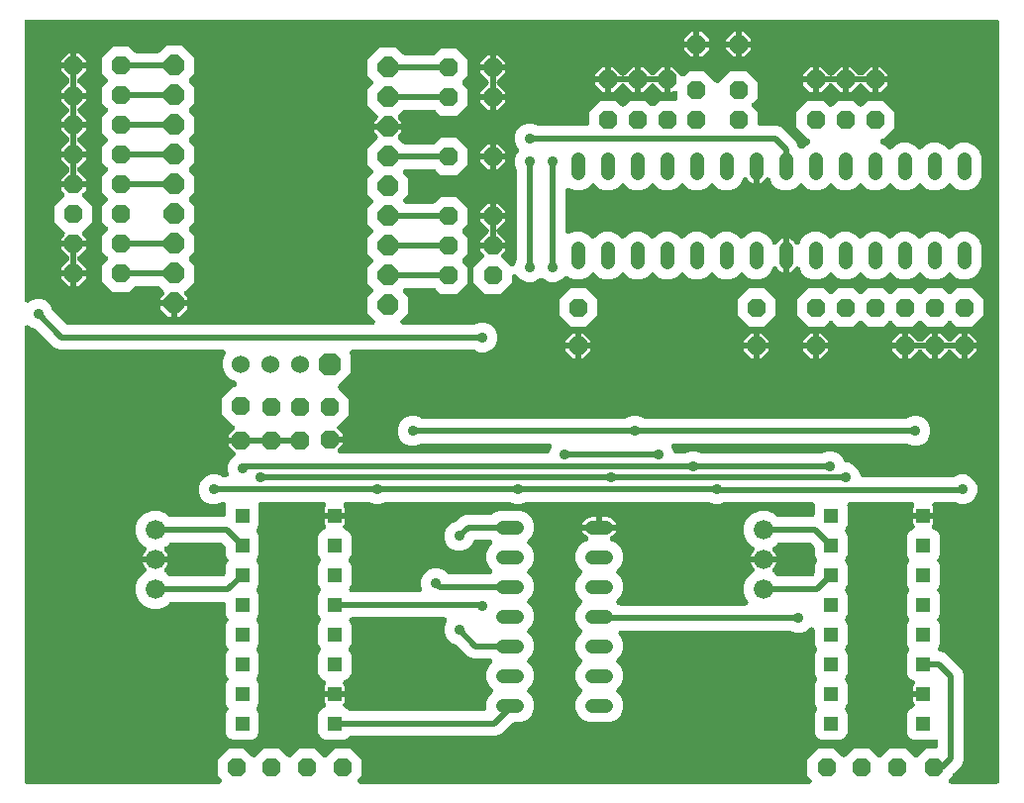
<source format=gbr>
G04 EAGLE Gerber RS-274X export*
G75*
%MOMM*%
%FSLAX34Y34*%
%LPD*%
%INTop Copper*%
%IPPOS*%
%AMOC8*
5,1,8,0,0,1.08239X$1,22.5*%
G01*
%ADD10R,1.200000X1.200000*%
%ADD11P,1.732040X8X22.500000*%
%ADD12C,1.219200*%
%ADD13P,1.924489X8X22.500000*%
%ADD14C,1.524000*%
%ADD15P,2.089446X8X22.500000*%
%ADD16C,1.676400*%
%ADD17C,0.508000*%
%ADD18C,0.904800*%

G36*
X264393Y18140D02*
X264393Y18140D01*
X264522Y18142D01*
X264616Y18160D01*
X264711Y18169D01*
X264837Y18203D01*
X264964Y18228D01*
X265054Y18262D01*
X265146Y18287D01*
X265263Y18343D01*
X265384Y18390D01*
X265466Y18440D01*
X265552Y18481D01*
X265658Y18556D01*
X265769Y18624D01*
X265841Y18687D01*
X265918Y18743D01*
X266009Y18836D01*
X266107Y18922D01*
X266166Y18997D01*
X266233Y19065D01*
X266305Y19173D01*
X266386Y19275D01*
X266431Y19359D01*
X266485Y19438D01*
X266537Y19557D01*
X266599Y19672D01*
X266628Y19763D01*
X266667Y19850D01*
X266698Y19977D01*
X266738Y20100D01*
X266751Y20195D01*
X266773Y20288D01*
X266781Y20417D01*
X266799Y20546D01*
X266795Y20642D01*
X266801Y20737D01*
X266786Y20866D01*
X266781Y20996D01*
X266760Y21089D01*
X266749Y21184D01*
X266711Y21309D01*
X266683Y21436D01*
X266647Y21524D01*
X266619Y21615D01*
X266560Y21731D01*
X266510Y21851D01*
X266458Y21931D01*
X266414Y22017D01*
X266336Y22120D01*
X266265Y22229D01*
X266179Y22327D01*
X266142Y22375D01*
X266109Y22406D01*
X266058Y22464D01*
X263165Y25357D01*
X263165Y38720D01*
X272613Y48168D01*
X285976Y48168D01*
X292602Y41542D01*
X292628Y41520D01*
X292651Y41494D01*
X292800Y41376D01*
X292947Y41253D01*
X292977Y41236D01*
X293004Y41214D01*
X293172Y41124D01*
X293338Y41030D01*
X293371Y41018D01*
X293401Y41002D01*
X293582Y40943D01*
X293762Y40879D01*
X293797Y40873D01*
X293829Y40863D01*
X294018Y40837D01*
X294206Y40805D01*
X294241Y40806D01*
X294275Y40801D01*
X294466Y40809D01*
X294657Y40812D01*
X294691Y40818D01*
X294725Y40820D01*
X294911Y40861D01*
X295099Y40897D01*
X295131Y40910D01*
X295165Y40917D01*
X295340Y40990D01*
X295519Y41059D01*
X295548Y41077D01*
X295580Y41091D01*
X295740Y41194D01*
X295904Y41293D01*
X295930Y41316D01*
X295959Y41335D01*
X296193Y41542D01*
X302819Y48168D01*
X316181Y48168D01*
X322904Y41445D01*
X322931Y41422D01*
X322954Y41397D01*
X323103Y41279D01*
X323250Y41156D01*
X323280Y41139D01*
X323307Y41117D01*
X323475Y41027D01*
X323641Y40933D01*
X323673Y40921D01*
X323704Y40905D01*
X323885Y40846D01*
X324065Y40782D01*
X324099Y40776D01*
X324132Y40765D01*
X324321Y40739D01*
X324509Y40708D01*
X324544Y40709D01*
X324578Y40704D01*
X324769Y40712D01*
X324960Y40714D01*
X324994Y40721D01*
X325028Y40722D01*
X325214Y40764D01*
X325402Y40800D01*
X325434Y40812D01*
X325468Y40820D01*
X325643Y40893D01*
X325822Y40962D01*
X325851Y40980D01*
X325883Y40994D01*
X326043Y41097D01*
X326206Y41196D01*
X326232Y41219D01*
X326261Y41238D01*
X326496Y41445D01*
X333219Y48168D01*
X346581Y48168D01*
X353447Y41302D01*
X353474Y41279D01*
X353497Y41254D01*
X353646Y41136D01*
X353793Y41013D01*
X353823Y40996D01*
X353850Y40974D01*
X354018Y40884D01*
X354184Y40790D01*
X354216Y40778D01*
X354247Y40762D01*
X354428Y40703D01*
X354608Y40639D01*
X354642Y40633D01*
X354675Y40622D01*
X354864Y40596D01*
X355052Y40565D01*
X355087Y40566D01*
X355121Y40561D01*
X355312Y40569D01*
X355502Y40571D01*
X355537Y40578D01*
X355571Y40579D01*
X355757Y40621D01*
X355945Y40657D01*
X355977Y40669D01*
X356011Y40677D01*
X356186Y40750D01*
X356365Y40819D01*
X356394Y40837D01*
X356426Y40851D01*
X356586Y40954D01*
X356749Y41053D01*
X356775Y41076D01*
X356804Y41095D01*
X357039Y41302D01*
X363905Y48168D01*
X377267Y48168D01*
X386716Y38720D01*
X386716Y25357D01*
X383822Y22464D01*
X383739Y22364D01*
X383648Y22271D01*
X383594Y22191D01*
X383533Y22118D01*
X383469Y22005D01*
X383396Y21898D01*
X383357Y21810D01*
X383310Y21727D01*
X383266Y21605D01*
X383213Y21486D01*
X383191Y21393D01*
X383159Y21303D01*
X383138Y21175D01*
X383107Y21048D01*
X383101Y20953D01*
X383085Y20859D01*
X383087Y20729D01*
X383079Y20599D01*
X383090Y20504D01*
X383091Y20408D01*
X383116Y20281D01*
X383131Y20152D01*
X383159Y20060D01*
X383177Y19966D01*
X383224Y19845D01*
X383262Y19721D01*
X383305Y19635D01*
X383339Y19546D01*
X383407Y19435D01*
X383466Y19319D01*
X383524Y19243D01*
X383573Y19162D01*
X383659Y19064D01*
X383738Y18961D01*
X383808Y18896D01*
X383871Y18824D01*
X383973Y18744D01*
X384069Y18655D01*
X384150Y18604D01*
X384225Y18545D01*
X384339Y18484D01*
X384449Y18414D01*
X384537Y18377D01*
X384621Y18332D01*
X384745Y18292D01*
X384865Y18243D01*
X384959Y18223D01*
X385050Y18193D01*
X385178Y18175D01*
X385306Y18148D01*
X385435Y18140D01*
X385496Y18132D01*
X385541Y18133D01*
X385617Y18129D01*
X768792Y18129D01*
X768922Y18140D01*
X769052Y18142D01*
X769145Y18160D01*
X769241Y18169D01*
X769366Y18203D01*
X769494Y18228D01*
X769583Y18262D01*
X769675Y18287D01*
X769792Y18343D01*
X769914Y18390D01*
X769996Y18440D01*
X770082Y18481D01*
X770187Y18556D01*
X770298Y18624D01*
X770370Y18687D01*
X770448Y18743D01*
X770538Y18836D01*
X770636Y18922D01*
X770695Y18997D01*
X770762Y19065D01*
X770835Y19173D01*
X770915Y19275D01*
X770960Y19359D01*
X771014Y19438D01*
X771066Y19557D01*
X771128Y19672D01*
X771157Y19763D01*
X771196Y19850D01*
X771227Y19977D01*
X771267Y20100D01*
X771280Y20195D01*
X771303Y20288D01*
X771311Y20417D01*
X771328Y20546D01*
X771325Y20642D01*
X771330Y20737D01*
X771315Y20866D01*
X771310Y20996D01*
X771289Y21089D01*
X771278Y21184D01*
X771241Y21309D01*
X771213Y21436D01*
X771176Y21524D01*
X771148Y21615D01*
X771089Y21731D01*
X771039Y21851D01*
X770987Y21931D01*
X770944Y22017D01*
X770865Y22120D01*
X770795Y22229D01*
X770709Y22327D01*
X770672Y22375D01*
X770639Y22406D01*
X770588Y22464D01*
X767694Y25357D01*
X767694Y38720D01*
X777142Y48168D01*
X790505Y48168D01*
X796989Y41684D01*
X797015Y41662D01*
X797038Y41636D01*
X797165Y41536D01*
X797194Y41509D01*
X797212Y41498D01*
X797334Y41395D01*
X797364Y41378D01*
X797391Y41357D01*
X797559Y41267D01*
X797725Y41172D01*
X797758Y41160D01*
X797788Y41144D01*
X797969Y41085D01*
X798149Y41021D01*
X798184Y41015D01*
X798216Y41005D01*
X798405Y40979D01*
X798593Y40948D01*
X798628Y40948D01*
X798662Y40943D01*
X798853Y40951D01*
X799044Y40954D01*
X799078Y40960D01*
X799112Y40962D01*
X799298Y41003D01*
X799486Y41039D01*
X799518Y41052D01*
X799552Y41059D01*
X799728Y41133D01*
X799906Y41202D01*
X799935Y41220D01*
X799967Y41233D01*
X800128Y41337D01*
X800291Y41436D01*
X800316Y41458D01*
X800346Y41477D01*
X800474Y41590D01*
X800481Y41596D01*
X800490Y41605D01*
X800580Y41684D01*
X807064Y48168D01*
X820426Y48168D01*
X827427Y41167D01*
X827454Y41145D01*
X827476Y41119D01*
X827625Y41001D01*
X827772Y40878D01*
X827802Y40861D01*
X827830Y40840D01*
X827997Y40750D01*
X828163Y40655D01*
X828196Y40643D01*
X828226Y40627D01*
X828408Y40568D01*
X828587Y40504D01*
X828622Y40498D01*
X828655Y40488D01*
X828843Y40462D01*
X829032Y40431D01*
X829066Y40431D01*
X829101Y40426D01*
X829291Y40434D01*
X829482Y40437D01*
X829516Y40443D01*
X829551Y40445D01*
X829736Y40486D01*
X829924Y40522D01*
X829956Y40535D01*
X829990Y40542D01*
X830166Y40616D01*
X830344Y40685D01*
X830374Y40703D01*
X830406Y40716D01*
X830565Y40819D01*
X830729Y40919D01*
X830755Y40941D01*
X830784Y40960D01*
X831018Y41167D01*
X838019Y48168D01*
X851381Y48168D01*
X858368Y41182D01*
X858394Y41159D01*
X858417Y41133D01*
X858566Y41016D01*
X858713Y40893D01*
X858743Y40875D01*
X858770Y40854D01*
X858938Y40764D01*
X859104Y40669D01*
X859137Y40658D01*
X859167Y40641D01*
X859348Y40582D01*
X859528Y40519D01*
X859563Y40513D01*
X859595Y40502D01*
X859784Y40476D01*
X859972Y40445D01*
X860007Y40446D01*
X860041Y40441D01*
X860232Y40449D01*
X860423Y40451D01*
X860457Y40458D01*
X860491Y40459D01*
X860677Y40500D01*
X860865Y40537D01*
X860897Y40549D01*
X860931Y40557D01*
X861107Y40630D01*
X861285Y40699D01*
X861314Y40717D01*
X861346Y40730D01*
X861506Y40834D01*
X861670Y40933D01*
X861696Y40956D01*
X861725Y40975D01*
X861959Y41182D01*
X868945Y48168D01*
X876792Y48168D01*
X876827Y48171D01*
X876861Y48169D01*
X877050Y48191D01*
X877241Y48208D01*
X877274Y48217D01*
X877308Y48221D01*
X877491Y48276D01*
X877675Y48327D01*
X877706Y48341D01*
X877739Y48351D01*
X877910Y48438D01*
X878082Y48520D01*
X878110Y48540D01*
X878141Y48556D01*
X878293Y48671D01*
X878448Y48782D01*
X878472Y48807D01*
X878499Y48828D01*
X878628Y48968D01*
X878762Y49105D01*
X878781Y49133D01*
X878805Y49159D01*
X878907Y49320D01*
X879014Y49478D01*
X879028Y49509D01*
X879046Y49539D01*
X879119Y49715D01*
X879196Y49890D01*
X879204Y49923D01*
X879217Y49955D01*
X879257Y50142D01*
X879303Y50327D01*
X879305Y50362D01*
X879312Y50395D01*
X879331Y50707D01*
X879331Y53848D01*
X879324Y53930D01*
X879326Y54012D01*
X879304Y54154D01*
X879291Y54297D01*
X879270Y54376D01*
X879257Y54457D01*
X879211Y54593D01*
X879173Y54731D01*
X879138Y54805D01*
X879111Y54883D01*
X879041Y55009D01*
X878979Y55138D01*
X878932Y55204D01*
X878891Y55277D01*
X878801Y55387D01*
X878717Y55504D01*
X878658Y55561D01*
X878606Y55625D01*
X878497Y55718D01*
X878395Y55818D01*
X878326Y55864D01*
X878264Y55917D01*
X878140Y55990D01*
X878022Y56070D01*
X877946Y56103D01*
X877875Y56145D01*
X877741Y56194D01*
X877610Y56252D01*
X877530Y56272D01*
X877452Y56300D01*
X877311Y56325D01*
X877172Y56359D01*
X877090Y56364D01*
X877009Y56378D01*
X876866Y56378D01*
X876723Y56386D01*
X876641Y56377D01*
X876559Y56377D01*
X876418Y56351D01*
X876276Y56334D01*
X876197Y56310D01*
X876116Y56296D01*
X875883Y56216D01*
X875845Y56204D01*
X875835Y56199D01*
X875820Y56194D01*
X874317Y55571D01*
X859083Y55571D01*
X856095Y56809D01*
X853809Y59095D01*
X852571Y62083D01*
X852571Y77317D01*
X853809Y80305D01*
X856095Y82591D01*
X857902Y83340D01*
X857975Y83378D01*
X858052Y83407D01*
X858174Y83482D01*
X858301Y83548D01*
X858366Y83599D01*
X858437Y83641D01*
X858544Y83736D01*
X858657Y83824D01*
X858712Y83885D01*
X858774Y83940D01*
X858863Y84052D01*
X858959Y84158D01*
X859002Y84228D01*
X859054Y84293D01*
X859121Y84419D01*
X859197Y84540D01*
X859227Y84617D01*
X859266Y84690D01*
X859310Y84826D01*
X859363Y84959D01*
X859380Y85040D01*
X859405Y85118D01*
X859425Y85259D01*
X859453Y85400D01*
X859455Y85482D01*
X859467Y85564D01*
X859461Y85707D01*
X859464Y85850D01*
X859452Y85932D01*
X859448Y86014D01*
X859417Y86153D01*
X859395Y86295D01*
X859369Y86373D01*
X859351Y86453D01*
X859295Y86585D01*
X859249Y86721D01*
X859209Y86793D01*
X859177Y86869D01*
X859099Y86989D01*
X859030Y87114D01*
X858977Y87178D01*
X858933Y87247D01*
X858769Y87432D01*
X858744Y87462D01*
X858736Y87469D01*
X858726Y87481D01*
X858667Y87540D01*
X858332Y88119D01*
X858159Y88765D01*
X858159Y92561D01*
X866700Y92561D01*
X866734Y92564D01*
X866769Y92562D01*
X866958Y92584D01*
X867148Y92600D01*
X867182Y92610D01*
X867216Y92614D01*
X867399Y92669D01*
X867583Y92719D01*
X867614Y92734D01*
X867647Y92744D01*
X867818Y92831D01*
X867989Y92912D01*
X868017Y92933D01*
X868048Y92948D01*
X868200Y93063D01*
X868355Y93175D01*
X868379Y93199D01*
X868407Y93220D01*
X868536Y93360D01*
X868669Y93497D01*
X868689Y93526D01*
X868712Y93551D01*
X868815Y93712D01*
X868921Y93870D01*
X868935Y93902D01*
X868954Y93931D01*
X869026Y94108D01*
X869104Y94282D01*
X869112Y94316D01*
X869125Y94348D01*
X869165Y94534D01*
X869210Y94719D01*
X869212Y94754D01*
X869220Y94788D01*
X869239Y95100D01*
X869236Y95135D01*
X869238Y95169D01*
X869216Y95359D01*
X869199Y95549D01*
X869190Y95582D01*
X869186Y95616D01*
X869131Y95799D01*
X869080Y95983D01*
X869066Y96014D01*
X869056Y96047D01*
X868969Y96218D01*
X868887Y96390D01*
X868867Y96418D01*
X868851Y96449D01*
X868736Y96601D01*
X868625Y96756D01*
X868600Y96780D01*
X868579Y96807D01*
X868439Y96937D01*
X868302Y97070D01*
X868274Y97089D01*
X868248Y97113D01*
X868087Y97215D01*
X867929Y97322D01*
X867898Y97336D01*
X867868Y97354D01*
X867692Y97427D01*
X867517Y97504D01*
X867484Y97512D01*
X867452Y97525D01*
X867265Y97566D01*
X867080Y97611D01*
X867046Y97613D01*
X867012Y97620D01*
X866700Y97639D01*
X858159Y97639D01*
X858159Y101435D01*
X858332Y102081D01*
X858667Y102660D01*
X858726Y102719D01*
X858779Y102782D01*
X858838Y102839D01*
X858923Y102954D01*
X859015Y103064D01*
X859056Y103136D01*
X859104Y103202D01*
X859167Y103331D01*
X859238Y103455D01*
X859266Y103533D01*
X859302Y103607D01*
X859341Y103745D01*
X859389Y103879D01*
X859402Y103961D01*
X859425Y104040D01*
X859439Y104182D01*
X859462Y104324D01*
X859461Y104406D01*
X859469Y104488D01*
X859458Y104631D01*
X859456Y104774D01*
X859441Y104855D01*
X859434Y104937D01*
X859398Y105075D01*
X859371Y105216D01*
X859341Y105293D01*
X859320Y105373D01*
X859260Y105502D01*
X859209Y105636D01*
X859166Y105706D01*
X859131Y105781D01*
X859049Y105898D01*
X858975Y106021D01*
X858920Y106083D01*
X858873Y106150D01*
X858771Y106251D01*
X858676Y106358D01*
X858612Y106409D01*
X858553Y106467D01*
X858435Y106549D01*
X858323Y106638D01*
X858251Y106676D01*
X858183Y106723D01*
X857961Y106832D01*
X857926Y106850D01*
X857916Y106853D01*
X857902Y106860D01*
X856095Y107609D01*
X853809Y109895D01*
X852571Y112883D01*
X852571Y128117D01*
X853809Y131105D01*
X854109Y131404D01*
X854131Y131431D01*
X854157Y131454D01*
X854275Y131603D01*
X854398Y131750D01*
X854415Y131780D01*
X854436Y131807D01*
X854526Y131975D01*
X854621Y132141D01*
X854633Y132173D01*
X854649Y132204D01*
X854708Y132385D01*
X854772Y132565D01*
X854777Y132599D01*
X854788Y132632D01*
X854814Y132821D01*
X854845Y133009D01*
X854845Y133044D01*
X854850Y133078D01*
X854842Y133269D01*
X854839Y133459D01*
X854833Y133493D01*
X854831Y133528D01*
X854790Y133714D01*
X854754Y133902D01*
X854741Y133934D01*
X854734Y133968D01*
X854660Y134144D01*
X854591Y134322D01*
X854573Y134351D01*
X854560Y134383D01*
X854457Y134543D01*
X854357Y134706D01*
X854334Y134732D01*
X854316Y134761D01*
X854109Y134996D01*
X853809Y135295D01*
X852571Y138283D01*
X852571Y153517D01*
X853809Y156505D01*
X854109Y156804D01*
X854131Y156831D01*
X854157Y156854D01*
X854275Y157003D01*
X854398Y157150D01*
X854415Y157180D01*
X854436Y157207D01*
X854526Y157375D01*
X854621Y157541D01*
X854633Y157573D01*
X854649Y157604D01*
X854708Y157785D01*
X854772Y157965D01*
X854777Y157999D01*
X854788Y158032D01*
X854814Y158221D01*
X854845Y158409D01*
X854845Y158444D01*
X854850Y158478D01*
X854842Y158669D01*
X854839Y158859D01*
X854833Y158893D01*
X854831Y158928D01*
X854790Y159114D01*
X854754Y159302D01*
X854741Y159334D01*
X854734Y159368D01*
X854660Y159544D01*
X854591Y159722D01*
X854573Y159751D01*
X854560Y159783D01*
X854457Y159943D01*
X854357Y160106D01*
X854334Y160132D01*
X854316Y160161D01*
X854109Y160396D01*
X853809Y160695D01*
X852571Y163683D01*
X852571Y178917D01*
X853809Y181905D01*
X854109Y182204D01*
X854131Y182231D01*
X854157Y182254D01*
X854275Y182403D01*
X854398Y182550D01*
X854415Y182580D01*
X854436Y182607D01*
X854526Y182775D01*
X854621Y182941D01*
X854633Y182973D01*
X854649Y183004D01*
X854708Y183185D01*
X854772Y183365D01*
X854777Y183399D01*
X854788Y183432D01*
X854814Y183621D01*
X854845Y183809D01*
X854845Y183844D01*
X854850Y183878D01*
X854842Y184069D01*
X854839Y184259D01*
X854833Y184293D01*
X854831Y184328D01*
X854790Y184514D01*
X854754Y184702D01*
X854741Y184734D01*
X854734Y184768D01*
X854660Y184944D01*
X854591Y185122D01*
X854573Y185151D01*
X854560Y185183D01*
X854457Y185343D01*
X854357Y185506D01*
X854334Y185532D01*
X854316Y185561D01*
X854109Y185796D01*
X853809Y186095D01*
X852571Y189083D01*
X852571Y204317D01*
X853809Y207305D01*
X854109Y207604D01*
X854131Y207631D01*
X854157Y207654D01*
X854275Y207803D01*
X854398Y207950D01*
X854415Y207980D01*
X854436Y208007D01*
X854526Y208175D01*
X854621Y208341D01*
X854633Y208373D01*
X854649Y208404D01*
X854708Y208585D01*
X854772Y208765D01*
X854777Y208799D01*
X854788Y208832D01*
X854814Y209021D01*
X854845Y209209D01*
X854845Y209244D01*
X854850Y209278D01*
X854842Y209469D01*
X854839Y209659D01*
X854833Y209693D01*
X854831Y209728D01*
X854790Y209914D01*
X854754Y210102D01*
X854741Y210134D01*
X854734Y210168D01*
X854660Y210344D01*
X854591Y210522D01*
X854573Y210551D01*
X854560Y210583D01*
X854457Y210743D01*
X854357Y210906D01*
X854334Y210932D01*
X854316Y210961D01*
X854109Y211196D01*
X853809Y211495D01*
X852571Y214483D01*
X852571Y229717D01*
X853809Y232705D01*
X856095Y234991D01*
X857902Y235740D01*
X857975Y235778D01*
X858052Y235807D01*
X858174Y235882D01*
X858301Y235948D01*
X858366Y235999D01*
X858437Y236041D01*
X858544Y236136D01*
X858657Y236224D01*
X858712Y236285D01*
X858774Y236340D01*
X858863Y236452D01*
X858959Y236558D01*
X859002Y236628D01*
X859054Y236693D01*
X859121Y236819D01*
X859197Y236940D01*
X859227Y237017D01*
X859266Y237090D01*
X859310Y237226D01*
X859363Y237359D01*
X859380Y237440D01*
X859405Y237518D01*
X859425Y237659D01*
X859453Y237800D01*
X859455Y237882D01*
X859467Y237964D01*
X859461Y238107D01*
X859464Y238250D01*
X859452Y238332D01*
X859448Y238414D01*
X859417Y238553D01*
X859395Y238695D01*
X859369Y238773D01*
X859351Y238853D01*
X859295Y238985D01*
X859249Y239121D01*
X859209Y239193D01*
X859177Y239269D01*
X859099Y239389D01*
X859030Y239514D01*
X858977Y239578D01*
X858933Y239647D01*
X858769Y239832D01*
X858744Y239862D01*
X858736Y239869D01*
X858726Y239881D01*
X858667Y239940D01*
X858332Y240519D01*
X858159Y241165D01*
X858159Y244961D01*
X866700Y244961D01*
X875241Y244961D01*
X875241Y241165D01*
X875068Y240519D01*
X874733Y239940D01*
X874674Y239881D01*
X874621Y239818D01*
X874562Y239761D01*
X874477Y239646D01*
X874385Y239536D01*
X874344Y239464D01*
X874296Y239398D01*
X874233Y239269D01*
X874162Y239145D01*
X874134Y239067D01*
X874098Y238993D01*
X874059Y238855D01*
X874011Y238721D01*
X873998Y238639D01*
X873975Y238560D01*
X873961Y238418D01*
X873938Y238276D01*
X873939Y238194D01*
X873931Y238112D01*
X873942Y237969D01*
X873944Y237826D01*
X873959Y237745D01*
X873966Y237663D01*
X874002Y237525D01*
X874029Y237384D01*
X874059Y237307D01*
X874080Y237227D01*
X874140Y237098D01*
X874191Y236964D01*
X874234Y236894D01*
X874269Y236819D01*
X874351Y236702D01*
X874425Y236579D01*
X874480Y236517D01*
X874527Y236450D01*
X874629Y236349D01*
X874724Y236242D01*
X874788Y236191D01*
X874847Y236133D01*
X874965Y236051D01*
X875077Y235962D01*
X875149Y235924D01*
X875217Y235877D01*
X875439Y235768D01*
X875474Y235750D01*
X875484Y235747D01*
X875498Y235740D01*
X877305Y234991D01*
X879591Y232705D01*
X880829Y229717D01*
X880829Y214483D01*
X879591Y211495D01*
X879291Y211196D01*
X879269Y211169D01*
X879243Y211146D01*
X879125Y210997D01*
X879002Y210850D01*
X878985Y210820D01*
X878964Y210793D01*
X878874Y210625D01*
X878779Y210459D01*
X878767Y210427D01*
X878751Y210396D01*
X878692Y210214D01*
X878628Y210035D01*
X878623Y210001D01*
X878612Y209968D01*
X878586Y209779D01*
X878555Y209591D01*
X878555Y209556D01*
X878550Y209522D01*
X878558Y209332D01*
X878561Y209140D01*
X878567Y209106D01*
X878569Y209072D01*
X878610Y208886D01*
X878646Y208698D01*
X878659Y208666D01*
X878666Y208632D01*
X878740Y208456D01*
X878809Y208278D01*
X878827Y208249D01*
X878840Y208217D01*
X878944Y208057D01*
X879043Y207894D01*
X879066Y207868D01*
X879084Y207839D01*
X879291Y207604D01*
X879591Y207305D01*
X880829Y204317D01*
X880829Y189083D01*
X879591Y186095D01*
X879291Y185796D01*
X879269Y185769D01*
X879243Y185746D01*
X879125Y185597D01*
X879002Y185450D01*
X878985Y185420D01*
X878964Y185393D01*
X878874Y185225D01*
X878779Y185059D01*
X878767Y185027D01*
X878751Y184996D01*
X878692Y184814D01*
X878628Y184635D01*
X878623Y184601D01*
X878612Y184568D01*
X878586Y184379D01*
X878555Y184191D01*
X878555Y184156D01*
X878550Y184122D01*
X878558Y183932D01*
X878561Y183740D01*
X878567Y183706D01*
X878569Y183672D01*
X878610Y183486D01*
X878646Y183298D01*
X878659Y183266D01*
X878666Y183232D01*
X878740Y183056D01*
X878809Y182878D01*
X878827Y182849D01*
X878840Y182817D01*
X878944Y182657D01*
X879043Y182494D01*
X879066Y182468D01*
X879084Y182439D01*
X879291Y182204D01*
X879591Y181905D01*
X880829Y178917D01*
X880829Y163683D01*
X879591Y160695D01*
X879291Y160396D01*
X879269Y160369D01*
X879243Y160346D01*
X879125Y160197D01*
X879002Y160050D01*
X878985Y160020D01*
X878964Y159993D01*
X878874Y159825D01*
X878779Y159659D01*
X878767Y159627D01*
X878751Y159596D01*
X878692Y159414D01*
X878628Y159235D01*
X878623Y159201D01*
X878612Y159168D01*
X878586Y158978D01*
X878555Y158791D01*
X878555Y158756D01*
X878550Y158722D01*
X878558Y158532D01*
X878561Y158340D01*
X878567Y158306D01*
X878569Y158272D01*
X878610Y158086D01*
X878646Y157898D01*
X878659Y157866D01*
X878666Y157832D01*
X878740Y157656D01*
X878809Y157478D01*
X878827Y157449D01*
X878840Y157417D01*
X878944Y157257D01*
X879043Y157094D01*
X879066Y157068D01*
X879084Y157039D01*
X879291Y156804D01*
X879591Y156505D01*
X880829Y153517D01*
X880829Y138283D01*
X879558Y135215D01*
X879510Y135158D01*
X879446Y135045D01*
X879373Y134938D01*
X879334Y134850D01*
X879287Y134767D01*
X879243Y134645D01*
X879191Y134526D01*
X879168Y134433D01*
X879136Y134343D01*
X879115Y134215D01*
X879084Y134088D01*
X879078Y133993D01*
X879063Y133899D01*
X879064Y133769D01*
X879056Y133639D01*
X879068Y133544D01*
X879069Y133449D01*
X879093Y133321D01*
X879109Y133192D01*
X879136Y133100D01*
X879154Y133007D01*
X879201Y132885D01*
X879239Y132761D01*
X879282Y132676D01*
X879317Y132587D01*
X879384Y132475D01*
X879443Y132359D01*
X879501Y132284D01*
X879550Y132202D01*
X879637Y132104D01*
X879715Y132001D01*
X879785Y131936D01*
X879849Y131864D01*
X879951Y131784D01*
X880046Y131695D01*
X880127Y131644D01*
X880202Y131585D01*
X880316Y131523D01*
X880426Y131454D01*
X880514Y131417D01*
X880598Y131372D01*
X880722Y131332D01*
X880843Y131283D01*
X880936Y131263D01*
X881027Y131233D01*
X881155Y131215D01*
X881283Y131188D01*
X881413Y131180D01*
X881473Y131172D01*
X881518Y131173D01*
X881595Y131169D01*
X881622Y131169D01*
X885543Y129545D01*
X899045Y116043D01*
X900669Y112122D01*
X900669Y37878D01*
X899045Y33957D01*
X892500Y27412D01*
X892394Y27286D01*
X892283Y27165D01*
X892250Y27113D01*
X892211Y27067D01*
X892129Y26924D01*
X892041Y26785D01*
X892018Y26729D01*
X891988Y26676D01*
X891933Y26521D01*
X891870Y26369D01*
X891857Y26309D01*
X891837Y26251D01*
X891810Y26089D01*
X891775Y25928D01*
X891771Y25851D01*
X891763Y25807D01*
X891764Y25746D01*
X891756Y25616D01*
X891756Y25357D01*
X888862Y22464D01*
X888779Y22364D01*
X888688Y22271D01*
X888635Y22191D01*
X888573Y22118D01*
X888509Y22005D01*
X888436Y21898D01*
X888397Y21810D01*
X888350Y21727D01*
X888307Y21605D01*
X888254Y21486D01*
X888231Y21393D01*
X888199Y21303D01*
X888178Y21175D01*
X888147Y21048D01*
X888141Y20953D01*
X888126Y20859D01*
X888128Y20729D01*
X888120Y20599D01*
X888131Y20504D01*
X888132Y20408D01*
X888157Y20281D01*
X888172Y20152D01*
X888199Y20060D01*
X888217Y19966D01*
X888264Y19845D01*
X888302Y19721D01*
X888345Y19635D01*
X888380Y19546D01*
X888447Y19435D01*
X888506Y19319D01*
X888564Y19243D01*
X888614Y19162D01*
X888700Y19064D01*
X888778Y18961D01*
X888849Y18896D01*
X888912Y18824D01*
X889014Y18744D01*
X889109Y18655D01*
X889190Y18604D01*
X889265Y18545D01*
X889380Y18484D01*
X889489Y18414D01*
X889578Y18377D01*
X889662Y18332D01*
X889786Y18292D01*
X889906Y18243D01*
X889999Y18223D01*
X890090Y18193D01*
X890219Y18175D01*
X890346Y18148D01*
X890476Y18140D01*
X890536Y18132D01*
X890581Y18133D01*
X890658Y18129D01*
X929332Y18129D01*
X929367Y18132D01*
X929401Y18130D01*
X929590Y18152D01*
X929781Y18169D01*
X929814Y18178D01*
X929848Y18182D01*
X930031Y18237D01*
X930215Y18287D01*
X930246Y18302D01*
X930279Y18312D01*
X930450Y18399D01*
X930622Y18481D01*
X930650Y18501D01*
X930681Y18516D01*
X930833Y18632D01*
X930988Y18743D01*
X931012Y18768D01*
X931039Y18788D01*
X931168Y18928D01*
X931302Y19065D01*
X931321Y19094D01*
X931345Y19120D01*
X931447Y19281D01*
X931554Y19438D01*
X931568Y19470D01*
X931586Y19499D01*
X931659Y19676D01*
X931736Y19850D01*
X931744Y19884D01*
X931757Y19916D01*
X931797Y20103D01*
X931843Y20288D01*
X931845Y20322D01*
X931852Y20356D01*
X931871Y20668D01*
X931871Y669332D01*
X931868Y669367D01*
X931870Y669401D01*
X931848Y669590D01*
X931831Y669781D01*
X931822Y669814D01*
X931818Y669848D01*
X931763Y670031D01*
X931713Y670215D01*
X931698Y670246D01*
X931688Y670279D01*
X931601Y670450D01*
X931519Y670622D01*
X931499Y670650D01*
X931484Y670681D01*
X931368Y670833D01*
X931257Y670988D01*
X931232Y671012D01*
X931212Y671039D01*
X931072Y671168D01*
X930935Y671302D01*
X930906Y671321D01*
X930880Y671345D01*
X930719Y671447D01*
X930562Y671554D01*
X930530Y671568D01*
X930501Y671586D01*
X930324Y671659D01*
X930150Y671736D01*
X930116Y671744D01*
X930084Y671757D01*
X929897Y671797D01*
X929712Y671843D01*
X929678Y671845D01*
X929644Y671852D01*
X929332Y671871D01*
X100668Y671871D01*
X100633Y671868D01*
X100599Y671870D01*
X100410Y671848D01*
X100219Y671831D01*
X100186Y671822D01*
X100152Y671818D01*
X99969Y671763D01*
X99785Y671713D01*
X99754Y671698D01*
X99721Y671688D01*
X99550Y671601D01*
X99378Y671519D01*
X99350Y671499D01*
X99319Y671484D01*
X99167Y671368D01*
X99012Y671257D01*
X98988Y671232D01*
X98961Y671212D01*
X98832Y671072D01*
X98698Y670935D01*
X98679Y670906D01*
X98655Y670880D01*
X98553Y670719D01*
X98446Y670562D01*
X98432Y670530D01*
X98414Y670501D01*
X98341Y670324D01*
X98264Y670150D01*
X98256Y670116D01*
X98243Y670084D01*
X98203Y669897D01*
X98157Y669712D01*
X98155Y669678D01*
X98148Y669644D01*
X98129Y669332D01*
X98129Y432153D01*
X98140Y432023D01*
X98142Y431893D01*
X98160Y431800D01*
X98169Y431704D01*
X98203Y431578D01*
X98228Y431451D01*
X98262Y431362D01*
X98287Y431270D01*
X98343Y431152D01*
X98390Y431031D01*
X98440Y430949D01*
X98481Y430863D01*
X98556Y430758D01*
X98624Y430646D01*
X98687Y430575D01*
X98743Y430497D01*
X98836Y430406D01*
X98922Y430309D01*
X98997Y430250D01*
X99065Y430183D01*
X99173Y430110D01*
X99275Y430030D01*
X99359Y429984D01*
X99438Y429931D01*
X99557Y429878D01*
X99672Y429817D01*
X99763Y429787D01*
X99850Y429749D01*
X99976Y429718D01*
X100100Y429678D01*
X100195Y429665D01*
X100288Y429642D01*
X100417Y429634D01*
X100546Y429616D01*
X100642Y429620D01*
X100737Y429614D01*
X100866Y429629D01*
X100996Y429635D01*
X101089Y429655D01*
X101184Y429666D01*
X101309Y429704D01*
X101436Y429732D01*
X101524Y429769D01*
X101615Y429797D01*
X101731Y429856D01*
X101851Y429906D01*
X101931Y429958D01*
X102017Y430001D01*
X102120Y430080D01*
X102229Y430150D01*
X102327Y430236D01*
X102375Y430273D01*
X102406Y430306D01*
X102464Y430357D01*
X102833Y430726D01*
X107483Y432653D01*
X112517Y432653D01*
X117167Y430726D01*
X120726Y427167D01*
X122517Y422844D01*
X122571Y422741D01*
X122616Y422633D01*
X122675Y422541D01*
X122726Y422445D01*
X122797Y422353D01*
X122861Y422254D01*
X122963Y422139D01*
X123001Y422089D01*
X123028Y422065D01*
X123068Y422020D01*
X133675Y411412D01*
X133802Y411307D01*
X133923Y411195D01*
X133974Y411163D01*
X134021Y411124D01*
X134163Y411042D01*
X134302Y410954D01*
X134359Y410930D01*
X134412Y410900D01*
X134567Y410845D01*
X134719Y410783D01*
X134778Y410770D01*
X134836Y410749D01*
X134998Y410723D01*
X135159Y410688D01*
X135236Y410683D01*
X135280Y410676D01*
X135341Y410677D01*
X135471Y410669D01*
X395433Y410669D01*
X395563Y410680D01*
X395692Y410682D01*
X395786Y410700D01*
X395881Y410709D01*
X396007Y410743D01*
X396134Y410768D01*
X396224Y410802D01*
X396316Y410827D01*
X396433Y410883D01*
X396554Y410930D01*
X396636Y410980D01*
X396722Y411021D01*
X396828Y411096D01*
X396939Y411164D01*
X397011Y411227D01*
X397088Y411283D01*
X397179Y411376D01*
X397277Y411462D01*
X397336Y411537D01*
X397403Y411605D01*
X397475Y411713D01*
X397556Y411815D01*
X397601Y411899D01*
X397655Y411978D01*
X397707Y412097D01*
X397769Y412212D01*
X397798Y412303D01*
X397837Y412390D01*
X397868Y412517D01*
X397908Y412640D01*
X397921Y412735D01*
X397943Y412828D01*
X397951Y412957D01*
X397969Y413086D01*
X397965Y413182D01*
X397971Y413277D01*
X397956Y413406D01*
X397951Y413536D01*
X397930Y413629D01*
X397919Y413724D01*
X397881Y413849D01*
X397853Y413976D01*
X397817Y414064D01*
X397789Y414155D01*
X397730Y414271D01*
X397680Y414391D01*
X397628Y414471D01*
X397584Y414557D01*
X397506Y414660D01*
X397435Y414769D01*
X397349Y414867D01*
X397312Y414915D01*
X397280Y414946D01*
X397228Y415004D01*
X391781Y420451D01*
X391781Y434549D01*
X395636Y438404D01*
X395659Y438431D01*
X395685Y438454D01*
X395803Y438603D01*
X395925Y438750D01*
X395943Y438780D01*
X395964Y438807D01*
X396054Y438975D01*
X396149Y439141D01*
X396160Y439173D01*
X396177Y439204D01*
X396236Y439385D01*
X396299Y439565D01*
X396305Y439599D01*
X396316Y439632D01*
X396342Y439821D01*
X396373Y440009D01*
X396372Y440044D01*
X396377Y440078D01*
X396369Y440269D01*
X396367Y440460D01*
X396360Y440494D01*
X396359Y440528D01*
X396318Y440714D01*
X396281Y440902D01*
X396269Y440934D01*
X396261Y440968D01*
X396188Y441143D01*
X396119Y441322D01*
X396101Y441351D01*
X396088Y441383D01*
X395984Y441543D01*
X395885Y441706D01*
X395862Y441732D01*
X395843Y441761D01*
X395636Y441996D01*
X391781Y445851D01*
X391781Y459949D01*
X395636Y463804D01*
X395659Y463831D01*
X395685Y463854D01*
X395803Y464003D01*
X395925Y464150D01*
X395943Y464180D01*
X395964Y464207D01*
X396054Y464375D01*
X396149Y464541D01*
X396160Y464573D01*
X396177Y464604D01*
X396236Y464785D01*
X396299Y464965D01*
X396305Y464999D01*
X396316Y465032D01*
X396342Y465221D01*
X396373Y465409D01*
X396372Y465444D01*
X396377Y465478D01*
X396369Y465669D01*
X396367Y465860D01*
X396360Y465894D01*
X396359Y465928D01*
X396318Y466114D01*
X396281Y466302D01*
X396269Y466334D01*
X396261Y466368D01*
X396188Y466543D01*
X396119Y466722D01*
X396101Y466751D01*
X396088Y466783D01*
X395984Y466943D01*
X395885Y467106D01*
X395862Y467132D01*
X395843Y467161D01*
X395636Y467396D01*
X391781Y471251D01*
X391781Y485349D01*
X395636Y489204D01*
X395659Y489231D01*
X395685Y489254D01*
X395803Y489403D01*
X395925Y489550D01*
X395943Y489580D01*
X395964Y489607D01*
X396054Y489775D01*
X396149Y489941D01*
X396160Y489973D01*
X396177Y490004D01*
X396236Y490185D01*
X396299Y490365D01*
X396305Y490399D01*
X396316Y490432D01*
X396342Y490621D01*
X396373Y490809D01*
X396372Y490844D01*
X396377Y490878D01*
X396369Y491069D01*
X396367Y491260D01*
X396360Y491294D01*
X396359Y491328D01*
X396318Y491514D01*
X396281Y491702D01*
X396269Y491734D01*
X396261Y491768D01*
X396188Y491943D01*
X396119Y492122D01*
X396101Y492151D01*
X396088Y492183D01*
X395984Y492343D01*
X395885Y492506D01*
X395862Y492532D01*
X395843Y492561D01*
X395636Y492796D01*
X391781Y496651D01*
X391781Y510749D01*
X395636Y514604D01*
X395659Y514631D01*
X395685Y514654D01*
X395803Y514803D01*
X395925Y514950D01*
X395943Y514980D01*
X395964Y515007D01*
X396054Y515175D01*
X396149Y515341D01*
X396160Y515373D01*
X396177Y515404D01*
X396236Y515585D01*
X396299Y515765D01*
X396305Y515799D01*
X396316Y515832D01*
X396342Y516021D01*
X396373Y516209D01*
X396372Y516244D01*
X396377Y516278D01*
X396369Y516469D01*
X396367Y516660D01*
X396360Y516694D01*
X396359Y516728D01*
X396318Y516914D01*
X396281Y517102D01*
X396269Y517134D01*
X396261Y517168D01*
X396188Y517343D01*
X396119Y517522D01*
X396101Y517551D01*
X396088Y517583D01*
X395984Y517743D01*
X395885Y517906D01*
X395862Y517932D01*
X395843Y517961D01*
X395636Y518196D01*
X391781Y522051D01*
X391781Y536149D01*
X395636Y540004D01*
X395659Y540031D01*
X395685Y540054D01*
X395803Y540203D01*
X395925Y540350D01*
X395943Y540380D01*
X395964Y540407D01*
X396054Y540575D01*
X396149Y540741D01*
X396160Y540773D01*
X396177Y540804D01*
X396236Y540985D01*
X396299Y541165D01*
X396305Y541199D01*
X396316Y541232D01*
X396342Y541421D01*
X396373Y541609D01*
X396372Y541644D01*
X396377Y541678D01*
X396369Y541869D01*
X396367Y542060D01*
X396360Y542094D01*
X396359Y542128D01*
X396318Y542314D01*
X396281Y542502D01*
X396269Y542534D01*
X396261Y542568D01*
X396188Y542743D01*
X396119Y542922D01*
X396101Y542951D01*
X396088Y542983D01*
X395984Y543143D01*
X395885Y543306D01*
X395862Y543332D01*
X395843Y543361D01*
X395636Y543596D01*
X391781Y547451D01*
X391781Y561549D01*
X399588Y569356D01*
X399610Y569382D01*
X399636Y569405D01*
X399754Y569555D01*
X399877Y569701D01*
X399894Y569731D01*
X399915Y569758D01*
X400005Y569926D01*
X400100Y570092D01*
X400112Y570125D01*
X400128Y570155D01*
X400187Y570337D01*
X400251Y570516D01*
X400256Y570551D01*
X400267Y570584D01*
X400293Y570772D01*
X400324Y570961D01*
X400324Y570995D01*
X400329Y571030D01*
X400321Y571220D01*
X400318Y571411D01*
X400312Y571445D01*
X400310Y571479D01*
X400269Y571665D01*
X400233Y571853D01*
X400220Y571885D01*
X400213Y571919D01*
X400139Y572095D01*
X400070Y572273D01*
X400052Y572303D01*
X400039Y572334D01*
X399936Y572494D01*
X399836Y572658D01*
X399813Y572684D01*
X399795Y572713D01*
X399588Y572947D01*
X397369Y575165D01*
X397369Y577361D01*
X408800Y577361D01*
X420231Y577361D01*
X420231Y575165D01*
X418012Y572947D01*
X417990Y572920D01*
X417964Y572897D01*
X417846Y572748D01*
X417723Y572601D01*
X417706Y572571D01*
X417685Y572544D01*
X417595Y572376D01*
X417500Y572211D01*
X417488Y572178D01*
X417472Y572147D01*
X417413Y571966D01*
X417349Y571786D01*
X417344Y571752D01*
X417333Y571719D01*
X417307Y571530D01*
X417276Y571342D01*
X417276Y571308D01*
X417271Y571273D01*
X417279Y571082D01*
X417282Y570892D01*
X417288Y570858D01*
X417290Y570823D01*
X417331Y570637D01*
X417367Y570450D01*
X417380Y570417D01*
X417387Y570384D01*
X417461Y570207D01*
X417530Y570030D01*
X417548Y570000D01*
X417561Y569968D01*
X417665Y569808D01*
X417764Y569645D01*
X417787Y569619D01*
X417805Y569590D01*
X418012Y569356D01*
X421456Y565912D01*
X421582Y565807D01*
X421703Y565695D01*
X421754Y565663D01*
X421801Y565624D01*
X421944Y565542D01*
X422083Y565454D01*
X422139Y565430D01*
X422192Y565400D01*
X422347Y565345D01*
X422499Y565283D01*
X422559Y565270D01*
X422616Y565249D01*
X422779Y565223D01*
X422939Y565188D01*
X423016Y565183D01*
X423060Y565176D01*
X423122Y565177D01*
X423251Y565169D01*
X447958Y565169D01*
X448121Y565183D01*
X448286Y565190D01*
X448345Y565203D01*
X448406Y565209D01*
X448565Y565252D01*
X448725Y565288D01*
X448782Y565311D01*
X448841Y565327D01*
X448989Y565398D01*
X449141Y565461D01*
X449192Y565494D01*
X449247Y565521D01*
X449381Y565616D01*
X449519Y565706D01*
X449577Y565757D01*
X449613Y565783D01*
X449656Y565826D01*
X449753Y565912D01*
X454452Y570612D01*
X467815Y570612D01*
X477263Y561163D01*
X477263Y547801D01*
X467815Y538352D01*
X454452Y538352D01*
X449717Y543088D01*
X449591Y543193D01*
X449470Y543305D01*
X449419Y543337D01*
X449372Y543376D01*
X449229Y543458D01*
X449090Y543546D01*
X449034Y543570D01*
X448981Y543600D01*
X448826Y543655D01*
X448674Y543717D01*
X448614Y543730D01*
X448557Y543751D01*
X448394Y543777D01*
X448234Y543812D01*
X448157Y543817D01*
X448112Y543824D01*
X448051Y543823D01*
X447922Y543831D01*
X424267Y543831D01*
X424137Y543820D01*
X424008Y543818D01*
X423914Y543800D01*
X423819Y543791D01*
X423693Y543757D01*
X423566Y543732D01*
X423476Y543698D01*
X423384Y543673D01*
X423267Y543617D01*
X423146Y543570D01*
X423064Y543520D01*
X422978Y543479D01*
X422872Y543404D01*
X422761Y543336D01*
X422689Y543273D01*
X422612Y543217D01*
X422521Y543124D01*
X422423Y543038D01*
X422364Y542963D01*
X422297Y542895D01*
X422225Y542787D01*
X422144Y542685D01*
X422099Y542601D01*
X422045Y542522D01*
X421993Y542403D01*
X421931Y542288D01*
X421902Y542197D01*
X421863Y542110D01*
X421832Y541983D01*
X421792Y541860D01*
X421779Y541765D01*
X421757Y541672D01*
X421749Y541543D01*
X421731Y541414D01*
X421735Y541318D01*
X421729Y541223D01*
X421744Y541094D01*
X421749Y540964D01*
X421770Y540871D01*
X421781Y540776D01*
X421819Y540651D01*
X421847Y540524D01*
X421883Y540436D01*
X421911Y540345D01*
X421970Y540229D01*
X422020Y540109D01*
X422072Y540029D01*
X422116Y539943D01*
X422194Y539840D01*
X422265Y539731D01*
X422351Y539633D01*
X422388Y539585D01*
X422421Y539554D01*
X422472Y539496D01*
X425819Y536149D01*
X425819Y522051D01*
X422472Y518704D01*
X422388Y518604D01*
X422297Y518511D01*
X422244Y518431D01*
X422183Y518358D01*
X422118Y518245D01*
X422045Y518138D01*
X422007Y518050D01*
X421959Y517967D01*
X421916Y517845D01*
X421863Y517726D01*
X421841Y517633D01*
X421809Y517543D01*
X421787Y517415D01*
X421757Y517288D01*
X421751Y517193D01*
X421735Y517099D01*
X421737Y516969D01*
X421729Y516839D01*
X421740Y516744D01*
X421741Y516648D01*
X421766Y516521D01*
X421781Y516392D01*
X421809Y516300D01*
X421827Y516206D01*
X421873Y516085D01*
X421911Y515961D01*
X421955Y515875D01*
X421989Y515786D01*
X422057Y515675D01*
X422116Y515559D01*
X422173Y515483D01*
X422223Y515402D01*
X422309Y515304D01*
X422388Y515201D01*
X422458Y515136D01*
X422521Y515064D01*
X422623Y514984D01*
X422719Y514895D01*
X422799Y514844D01*
X422874Y514785D01*
X422989Y514724D01*
X423098Y514654D01*
X423187Y514617D01*
X423271Y514572D01*
X423395Y514532D01*
X423515Y514483D01*
X423608Y514463D01*
X423699Y514433D01*
X423828Y514415D01*
X423955Y514388D01*
X424085Y514380D01*
X424145Y514372D01*
X424190Y514373D01*
X424267Y514369D01*
X447907Y514369D01*
X448071Y514383D01*
X448235Y514390D01*
X448295Y514403D01*
X448355Y514409D01*
X448514Y514452D01*
X448675Y514488D01*
X448731Y514511D01*
X448790Y514527D01*
X448938Y514598D01*
X449090Y514661D01*
X449141Y514694D01*
X449196Y514721D01*
X449330Y514816D01*
X449468Y514906D01*
X449526Y514957D01*
X449563Y514983D01*
X449605Y515026D01*
X449702Y515112D01*
X454452Y519863D01*
X467815Y519863D01*
X477263Y510414D01*
X477263Y497052D01*
X473002Y492790D01*
X472980Y492764D01*
X472954Y492741D01*
X472835Y492591D01*
X472713Y492445D01*
X472696Y492415D01*
X472674Y492388D01*
X472584Y492220D01*
X472490Y492054D01*
X472478Y492021D01*
X472462Y491991D01*
X472403Y491810D01*
X472339Y491630D01*
X472333Y491595D01*
X472323Y491563D01*
X472296Y491373D01*
X472265Y491185D01*
X472266Y491151D01*
X472261Y491116D01*
X472269Y490925D01*
X472271Y490735D01*
X472278Y490701D01*
X472279Y490667D01*
X472321Y490480D01*
X472357Y490293D01*
X472370Y490261D01*
X472377Y490227D01*
X472450Y490051D01*
X472519Y489873D01*
X472537Y489843D01*
X472551Y489812D01*
X472654Y489652D01*
X472753Y489488D01*
X472776Y489462D01*
X472795Y489433D01*
X473002Y489199D01*
X477263Y484938D01*
X477263Y471575D01*
X473060Y467372D01*
X473038Y467346D01*
X473012Y467323D01*
X472893Y467173D01*
X472771Y467027D01*
X472754Y466997D01*
X472733Y466970D01*
X472642Y466802D01*
X472548Y466636D01*
X472536Y466603D01*
X472520Y466573D01*
X472461Y466392D01*
X472397Y466212D01*
X472391Y466177D01*
X472381Y466145D01*
X472355Y465955D01*
X472324Y465767D01*
X472324Y465733D01*
X472319Y465698D01*
X472327Y465507D01*
X472330Y465317D01*
X472336Y465283D01*
X472338Y465249D01*
X472379Y465062D01*
X472415Y464875D01*
X472428Y464843D01*
X472435Y464809D01*
X472509Y464633D01*
X472577Y464455D01*
X472596Y464425D01*
X472609Y464394D01*
X472712Y464234D01*
X472811Y464070D01*
X472834Y464044D01*
X472853Y464015D01*
X473060Y463781D01*
X477263Y459578D01*
X477263Y446216D01*
X467815Y436767D01*
X454452Y436767D01*
X449735Y441484D01*
X449609Y441590D01*
X449488Y441701D01*
X449437Y441734D01*
X449390Y441773D01*
X449247Y441855D01*
X449108Y441943D01*
X449052Y441966D01*
X448999Y441997D01*
X448844Y442052D01*
X448692Y442114D01*
X448632Y442127D01*
X448575Y442147D01*
X448412Y442174D01*
X448252Y442209D01*
X448175Y442214D01*
X448130Y442221D01*
X448069Y442220D01*
X447940Y442228D01*
X424270Y442228D01*
X424141Y442217D01*
X424011Y442215D01*
X423917Y442197D01*
X423822Y442188D01*
X423696Y442154D01*
X423569Y442129D01*
X423480Y442095D01*
X423387Y442070D01*
X423270Y442014D01*
X423149Y441967D01*
X423067Y441917D01*
X422981Y441876D01*
X422875Y441801D01*
X422764Y441733D01*
X422692Y441670D01*
X422615Y441614D01*
X422524Y441521D01*
X422427Y441435D01*
X422367Y441360D01*
X422301Y441291D01*
X422228Y441184D01*
X422147Y441082D01*
X422102Y440998D01*
X422049Y440918D01*
X421996Y440799D01*
X421935Y440685D01*
X421905Y440594D01*
X421866Y440507D01*
X421836Y440380D01*
X421795Y440257D01*
X421782Y440162D01*
X421760Y440069D01*
X421752Y439940D01*
X421734Y439811D01*
X421738Y439715D01*
X421732Y439620D01*
X421747Y439491D01*
X421752Y439361D01*
X421773Y439267D01*
X421784Y439172D01*
X421822Y439048D01*
X421850Y438921D01*
X421887Y438833D01*
X421914Y438741D01*
X421973Y438625D01*
X422024Y438506D01*
X422075Y438425D01*
X422119Y438340D01*
X422197Y438237D01*
X422268Y438127D01*
X422354Y438030D01*
X422391Y437981D01*
X422424Y437951D01*
X422430Y437944D01*
X422435Y437937D01*
X422440Y437932D01*
X422475Y437893D01*
X425819Y434549D01*
X425819Y420451D01*
X420372Y415004D01*
X420288Y414904D01*
X420197Y414811D01*
X420144Y414731D01*
X420083Y414658D01*
X420018Y414545D01*
X419945Y414438D01*
X419907Y414350D01*
X419859Y414267D01*
X419816Y414145D01*
X419763Y414026D01*
X419741Y413933D01*
X419709Y413843D01*
X419687Y413715D01*
X419657Y413588D01*
X419651Y413493D01*
X419635Y413399D01*
X419637Y413269D01*
X419629Y413139D01*
X419640Y413044D01*
X419641Y412948D01*
X419666Y412821D01*
X419681Y412692D01*
X419709Y412600D01*
X419727Y412506D01*
X419774Y412385D01*
X419811Y412261D01*
X419855Y412176D01*
X419889Y412086D01*
X419957Y411975D01*
X420016Y411859D01*
X420073Y411783D01*
X420123Y411702D01*
X420209Y411604D01*
X420288Y411501D01*
X420358Y411436D01*
X420421Y411364D01*
X420523Y411284D01*
X420619Y411195D01*
X420699Y411144D01*
X420774Y411085D01*
X420889Y411024D01*
X420998Y410954D01*
X421087Y410917D01*
X421171Y410872D01*
X421295Y410832D01*
X421415Y410783D01*
X421509Y410763D01*
X421599Y410733D01*
X421728Y410715D01*
X421855Y410688D01*
X421985Y410680D01*
X422045Y410672D01*
X422090Y410673D01*
X422167Y410669D01*
X482188Y410669D01*
X482305Y410679D01*
X482422Y410679D01*
X482528Y410699D01*
X482637Y410709D01*
X482750Y410739D01*
X482865Y410760D01*
X483011Y410811D01*
X483071Y410827D01*
X483104Y410843D01*
X483160Y410862D01*
X487483Y412653D01*
X492517Y412653D01*
X497167Y410726D01*
X500726Y407167D01*
X502653Y402517D01*
X502653Y397483D01*
X500726Y392833D01*
X497167Y389274D01*
X492517Y387347D01*
X487483Y387347D01*
X483160Y389138D01*
X483048Y389173D01*
X482940Y389217D01*
X482834Y389240D01*
X482730Y389273D01*
X482614Y389287D01*
X482500Y389312D01*
X482346Y389322D01*
X482284Y389329D01*
X482247Y389328D01*
X482188Y389331D01*
X378745Y389331D01*
X378615Y389320D01*
X378485Y389318D01*
X378392Y389300D01*
X378296Y389291D01*
X378171Y389257D01*
X378043Y389232D01*
X377954Y389198D01*
X377862Y389173D01*
X377745Y389117D01*
X377623Y389070D01*
X377541Y389020D01*
X377455Y388979D01*
X377350Y388904D01*
X377238Y388836D01*
X377167Y388773D01*
X377089Y388717D01*
X376998Y388624D01*
X376901Y388538D01*
X376842Y388463D01*
X376775Y388395D01*
X376702Y388287D01*
X376622Y388185D01*
X376576Y388101D01*
X376523Y388022D01*
X376470Y387903D01*
X376409Y387788D01*
X376379Y387697D01*
X376341Y387610D01*
X376310Y387483D01*
X376270Y387360D01*
X376257Y387265D01*
X376234Y387172D01*
X376226Y387043D01*
X376208Y386914D01*
X376212Y386818D01*
X376206Y386723D01*
X376221Y386594D01*
X376227Y386464D01*
X376247Y386371D01*
X376259Y386276D01*
X376296Y386151D01*
X376324Y386024D01*
X376361Y385936D01*
X376389Y385845D01*
X376448Y385729D01*
X376498Y385609D01*
X376550Y385529D01*
X376593Y385443D01*
X376672Y385340D01*
X376742Y385231D01*
X376828Y385133D01*
X376865Y385085D01*
X376898Y385054D01*
X376949Y384996D01*
X377381Y384565D01*
X377381Y369835D01*
X366948Y359402D01*
X366925Y359375D01*
X366900Y359352D01*
X366782Y359204D01*
X366659Y359057D01*
X366642Y359026D01*
X366620Y358999D01*
X366530Y358831D01*
X366435Y358666D01*
X366424Y358633D01*
X366407Y358602D01*
X366349Y358421D01*
X366285Y358241D01*
X366279Y358207D01*
X366268Y358174D01*
X366242Y357986D01*
X366211Y357797D01*
X366212Y357763D01*
X366207Y357728D01*
X366215Y357538D01*
X366217Y357347D01*
X366224Y357313D01*
X366225Y357278D01*
X366267Y357092D01*
X366303Y356905D01*
X366315Y356872D01*
X366323Y356839D01*
X366396Y356663D01*
X366465Y356485D01*
X366483Y356455D01*
X366496Y356423D01*
X366600Y356263D01*
X366699Y356100D01*
X366722Y356074D01*
X366741Y356045D01*
X366948Y355811D01*
X375413Y347346D01*
X375413Y333984D01*
X366006Y324577D01*
X365983Y324550D01*
X365957Y324527D01*
X365892Y324444D01*
X365889Y324441D01*
X365887Y324438D01*
X365839Y324378D01*
X365717Y324231D01*
X365700Y324201D01*
X365678Y324174D01*
X365588Y324006D01*
X365493Y323840D01*
X365482Y323808D01*
X365465Y323777D01*
X365407Y323596D01*
X365343Y323416D01*
X365337Y323382D01*
X365326Y323349D01*
X365300Y323160D01*
X365269Y322972D01*
X365270Y322937D01*
X365265Y322903D01*
X365273Y322712D01*
X365275Y322522D01*
X365282Y322488D01*
X365283Y322453D01*
X365325Y322267D01*
X365361Y322080D01*
X365373Y322047D01*
X365381Y322013D01*
X365454Y321838D01*
X365523Y321659D01*
X365541Y321630D01*
X365554Y321598D01*
X365658Y321438D01*
X365757Y321275D01*
X365780Y321249D01*
X365799Y321220D01*
X366006Y320986D01*
X369825Y317167D01*
X369825Y315339D01*
X359283Y315339D01*
X359249Y315336D01*
X359214Y315338D01*
X359025Y315316D01*
X358835Y315299D01*
X358801Y315290D01*
X358767Y315286D01*
X358584Y315231D01*
X358400Y315181D01*
X358369Y315166D01*
X358336Y315156D01*
X358165Y315069D01*
X357994Y314988D01*
X357966Y314967D01*
X357935Y314952D01*
X357783Y314836D01*
X357628Y314725D01*
X357604Y314701D01*
X357576Y314680D01*
X357447Y314539D01*
X357314Y314403D01*
X357294Y314374D01*
X357271Y314349D01*
X357168Y314188D01*
X357062Y314030D01*
X357048Y313998D01*
X357029Y313969D01*
X356957Y313792D01*
X356879Y313618D01*
X356871Y313584D01*
X356858Y313552D01*
X356818Y313366D01*
X356773Y313180D01*
X356771Y313146D01*
X356763Y313112D01*
X356744Y312800D01*
X356747Y312765D01*
X356745Y312731D01*
X356767Y312541D01*
X356784Y312351D01*
X356793Y312318D01*
X356797Y312284D01*
X356852Y312101D01*
X356903Y311917D01*
X356917Y311886D01*
X356927Y311853D01*
X357014Y311682D01*
X357096Y311510D01*
X357116Y311482D01*
X357132Y311451D01*
X357247Y311299D01*
X357358Y311144D01*
X357383Y311120D01*
X357404Y311092D01*
X357544Y310963D01*
X357681Y310830D01*
X357709Y310811D01*
X357735Y310787D01*
X357896Y310685D01*
X358054Y310578D01*
X358085Y310564D01*
X358115Y310545D01*
X358291Y310473D01*
X358466Y310396D01*
X358499Y310388D01*
X358531Y310375D01*
X358718Y310334D01*
X358903Y310289D01*
X358937Y310287D01*
X358971Y310280D01*
X359283Y310261D01*
X369825Y310261D01*
X369825Y308433D01*
X366395Y305004D01*
X366311Y304904D01*
X366221Y304811D01*
X366167Y304731D01*
X366106Y304658D01*
X366041Y304545D01*
X365969Y304438D01*
X365930Y304350D01*
X365882Y304267D01*
X365839Y304145D01*
X365786Y304026D01*
X365764Y303933D01*
X365732Y303843D01*
X365710Y303715D01*
X365680Y303588D01*
X365674Y303493D01*
X365658Y303399D01*
X365660Y303269D01*
X365652Y303139D01*
X365663Y303044D01*
X365664Y302948D01*
X365689Y302821D01*
X365704Y302692D01*
X365732Y302600D01*
X365750Y302506D01*
X365797Y302385D01*
X365834Y302261D01*
X365878Y302175D01*
X365912Y302086D01*
X365980Y301975D01*
X366039Y301859D01*
X366096Y301783D01*
X366146Y301702D01*
X366232Y301604D01*
X366311Y301501D01*
X366381Y301436D01*
X366444Y301364D01*
X366546Y301284D01*
X366642Y301195D01*
X366722Y301144D01*
X366797Y301085D01*
X366912Y301024D01*
X367022Y300954D01*
X367110Y300917D01*
X367194Y300872D01*
X367318Y300832D01*
X367438Y300783D01*
X367532Y300763D01*
X367622Y300733D01*
X367751Y300715D01*
X367878Y300688D01*
X368008Y300680D01*
X368068Y300672D01*
X368113Y300673D01*
X368190Y300669D01*
X544885Y300669D01*
X545097Y300688D01*
X545308Y300704D01*
X545320Y300707D01*
X545334Y300709D01*
X545539Y300765D01*
X545743Y300818D01*
X545755Y300824D01*
X545768Y300827D01*
X545959Y300918D01*
X546152Y301007D01*
X546163Y301015D01*
X546175Y301021D01*
X546347Y301144D01*
X546521Y301266D01*
X546530Y301275D01*
X546541Y301283D01*
X546689Y301435D01*
X546838Y301585D01*
X546845Y301596D01*
X546855Y301605D01*
X546974Y301781D01*
X547094Y301955D01*
X547101Y301970D01*
X547107Y301978D01*
X547123Y302014D01*
X547231Y302236D01*
X548716Y305820D01*
X548740Y305899D01*
X548774Y305974D01*
X548808Y306113D01*
X548850Y306250D01*
X548861Y306332D01*
X548880Y306412D01*
X548889Y306554D01*
X548907Y306697D01*
X548903Y306779D01*
X548908Y306861D01*
X548891Y307003D01*
X548884Y307146D01*
X548865Y307226D01*
X548856Y307308D01*
X548814Y307446D01*
X548782Y307585D01*
X548749Y307660D01*
X548726Y307739D01*
X548661Y307867D01*
X548604Y307998D01*
X548559Y308067D01*
X548521Y308141D01*
X548435Y308255D01*
X548356Y308374D01*
X548299Y308434D01*
X548249Y308499D01*
X548144Y308596D01*
X548045Y308700D01*
X547979Y308749D01*
X547918Y308805D01*
X547797Y308882D01*
X547682Y308966D01*
X547608Y309002D01*
X547538Y309046D01*
X547406Y309101D01*
X547277Y309164D01*
X547198Y309186D01*
X547122Y309217D01*
X546982Y309247D01*
X546844Y309287D01*
X546762Y309295D01*
X546682Y309312D01*
X546436Y309327D01*
X546396Y309331D01*
X546385Y309330D01*
X546370Y309331D01*
X437812Y309331D01*
X437695Y309321D01*
X437578Y309321D01*
X437472Y309301D01*
X437363Y309291D01*
X437250Y309261D01*
X437135Y309240D01*
X436989Y309189D01*
X436929Y309173D01*
X436896Y309157D01*
X436840Y309138D01*
X432517Y307347D01*
X427483Y307347D01*
X422833Y309274D01*
X419274Y312833D01*
X417347Y317483D01*
X417347Y322517D01*
X419274Y327167D01*
X422833Y330726D01*
X427483Y332653D01*
X432517Y332653D01*
X436840Y330862D01*
X436952Y330827D01*
X437060Y330783D01*
X437166Y330760D01*
X437270Y330727D01*
X437386Y330713D01*
X437500Y330688D01*
X437654Y330678D01*
X437716Y330671D01*
X437753Y330672D01*
X437812Y330669D01*
X612188Y330669D01*
X612305Y330679D01*
X612422Y330679D01*
X612528Y330699D01*
X612637Y330709D01*
X612750Y330739D01*
X612865Y330760D01*
X613011Y330811D01*
X613071Y330827D01*
X613104Y330843D01*
X613160Y330862D01*
X617483Y332653D01*
X622517Y332653D01*
X626840Y330862D01*
X626952Y330827D01*
X627060Y330783D01*
X627166Y330760D01*
X627270Y330727D01*
X627386Y330713D01*
X627500Y330688D01*
X627654Y330678D01*
X627716Y330671D01*
X627753Y330672D01*
X627812Y330669D01*
X852188Y330669D01*
X852305Y330679D01*
X852422Y330679D01*
X852528Y330699D01*
X852637Y330709D01*
X852750Y330739D01*
X852865Y330760D01*
X853011Y330811D01*
X853071Y330827D01*
X853104Y330843D01*
X853160Y330862D01*
X857483Y332653D01*
X862517Y332653D01*
X867167Y330726D01*
X870726Y327167D01*
X872653Y322517D01*
X872653Y317483D01*
X870726Y312833D01*
X867167Y309274D01*
X862517Y307347D01*
X857483Y307347D01*
X853160Y309138D01*
X853048Y309173D01*
X852940Y309217D01*
X852834Y309240D01*
X852730Y309273D01*
X852614Y309287D01*
X852500Y309312D01*
X852346Y309322D01*
X852284Y309329D01*
X852247Y309328D01*
X852188Y309331D01*
X653630Y309331D01*
X653548Y309324D01*
X653466Y309326D01*
X653325Y309304D01*
X653182Y309291D01*
X653102Y309270D01*
X653021Y309257D01*
X652886Y309211D01*
X652747Y309173D01*
X652673Y309137D01*
X652595Y309111D01*
X652470Y309041D01*
X652341Y308979D01*
X652274Y308932D01*
X652202Y308891D01*
X652091Y308801D01*
X651975Y308717D01*
X651917Y308658D01*
X651854Y308606D01*
X651761Y308497D01*
X651661Y308395D01*
X651615Y308326D01*
X651561Y308264D01*
X651489Y308140D01*
X651409Y308022D01*
X651375Y307946D01*
X651334Y307875D01*
X651284Y307741D01*
X651226Y307610D01*
X651207Y307530D01*
X651178Y307452D01*
X651154Y307311D01*
X651120Y307172D01*
X651115Y307090D01*
X651100Y307009D01*
X651101Y306866D01*
X651092Y306723D01*
X651102Y306641D01*
X651102Y306559D01*
X651128Y306418D01*
X651144Y306276D01*
X651168Y306197D01*
X651183Y306116D01*
X651263Y305883D01*
X651274Y305845D01*
X651279Y305835D01*
X651284Y305820D01*
X652769Y302236D01*
X652867Y302049D01*
X652963Y301859D01*
X652971Y301849D01*
X652977Y301837D01*
X653107Y301670D01*
X653235Y301501D01*
X653245Y301492D01*
X653253Y301481D01*
X653411Y301339D01*
X653566Y301195D01*
X653578Y301188D01*
X653587Y301180D01*
X653767Y301068D01*
X653946Y300954D01*
X653959Y300949D01*
X653970Y300942D01*
X654166Y300863D01*
X654363Y300783D01*
X654376Y300780D01*
X654388Y300775D01*
X654596Y300733D01*
X654803Y300688D01*
X654819Y300687D01*
X654829Y300685D01*
X654868Y300684D01*
X655115Y300669D01*
X662188Y300669D01*
X662305Y300679D01*
X662422Y300679D01*
X662528Y300699D01*
X662637Y300709D01*
X662750Y300739D01*
X662865Y300760D01*
X663011Y300811D01*
X663071Y300827D01*
X663104Y300843D01*
X663160Y300862D01*
X667483Y302653D01*
X672517Y302653D01*
X676840Y300862D01*
X676952Y300827D01*
X677060Y300783D01*
X677166Y300760D01*
X677270Y300727D01*
X677386Y300713D01*
X677500Y300688D01*
X677654Y300678D01*
X677716Y300671D01*
X677753Y300672D01*
X677812Y300669D01*
X779188Y300669D01*
X779305Y300679D01*
X779422Y300679D01*
X779528Y300699D01*
X779637Y300709D01*
X779750Y300739D01*
X779865Y300760D01*
X780011Y300811D01*
X780071Y300827D01*
X780104Y300843D01*
X780160Y300862D01*
X784483Y302653D01*
X789517Y302653D01*
X794167Y300726D01*
X797726Y297167D01*
X798947Y294220D01*
X799045Y294032D01*
X799142Y293843D01*
X799149Y293833D01*
X799156Y293821D01*
X799286Y293653D01*
X799414Y293485D01*
X799423Y293476D01*
X799431Y293465D01*
X799588Y293324D01*
X799745Y293179D01*
X799756Y293172D01*
X799766Y293164D01*
X799944Y293052D01*
X800124Y292938D01*
X800137Y292933D01*
X800148Y292926D01*
X800345Y292847D01*
X800541Y292767D01*
X800554Y292764D01*
X800566Y292759D01*
X800774Y292716D01*
X800981Y292672D01*
X800997Y292671D01*
X801007Y292669D01*
X801047Y292668D01*
X801293Y292653D01*
X802517Y292653D01*
X807167Y290726D01*
X810726Y287167D01*
X812705Y282390D01*
X812706Y282387D01*
X812761Y282204D01*
X812811Y282020D01*
X812826Y281989D01*
X812836Y281956D01*
X812923Y281785D01*
X813005Y281614D01*
X813025Y281586D01*
X813040Y281555D01*
X813156Y281403D01*
X813267Y281248D01*
X813292Y281223D01*
X813312Y281196D01*
X813452Y281067D01*
X813589Y280934D01*
X813618Y280914D01*
X813644Y280891D01*
X813805Y280788D01*
X813962Y280681D01*
X813994Y280667D01*
X814023Y280649D01*
X814200Y280576D01*
X814374Y280499D01*
X814408Y280491D01*
X814440Y280478D01*
X814627Y280438D01*
X814812Y280393D01*
X814846Y280390D01*
X814880Y280383D01*
X815192Y280364D01*
X891452Y280364D01*
X891569Y280374D01*
X891686Y280375D01*
X891792Y280394D01*
X891901Y280404D01*
X892014Y280435D01*
X892129Y280456D01*
X892275Y280506D01*
X892335Y280522D01*
X892368Y280538D01*
X892424Y280557D01*
X897483Y282653D01*
X902517Y282653D01*
X907167Y280726D01*
X910726Y277167D01*
X912653Y272517D01*
X912653Y267483D01*
X910726Y262833D01*
X907167Y259274D01*
X902517Y257347D01*
X897483Y257347D01*
X893896Y258833D01*
X893784Y258868D01*
X893676Y258913D01*
X893570Y258935D01*
X893466Y258968D01*
X893350Y258983D01*
X893236Y259007D01*
X893082Y259017D01*
X893020Y259025D01*
X892983Y259023D01*
X892924Y259026D01*
X876841Y259026D01*
X876818Y259024D01*
X876795Y259026D01*
X876594Y259004D01*
X876393Y258987D01*
X876370Y258980D01*
X876347Y258978D01*
X876154Y258921D01*
X875958Y258868D01*
X875937Y258858D01*
X875915Y258852D01*
X875734Y258761D01*
X875552Y258675D01*
X875533Y258661D01*
X875512Y258651D01*
X875349Y258530D01*
X875186Y258413D01*
X875170Y258396D01*
X875151Y258382D01*
X875013Y258235D01*
X874872Y258090D01*
X874859Y258071D01*
X874843Y258054D01*
X874733Y257884D01*
X874619Y257717D01*
X874610Y257696D01*
X874598Y257676D01*
X874519Y257490D01*
X874437Y257305D01*
X874432Y257283D01*
X874423Y257261D01*
X874378Y257062D01*
X874331Y256868D01*
X874329Y256845D01*
X874324Y256822D01*
X874315Y256620D01*
X874303Y256418D01*
X874306Y256395D01*
X874305Y256372D01*
X874331Y256173D01*
X874355Y255971D01*
X874362Y255949D01*
X874365Y255926D01*
X874427Y255734D01*
X874485Y255540D01*
X874496Y255519D01*
X874503Y255497D01*
X874642Y255218D01*
X875068Y254481D01*
X875241Y253835D01*
X875241Y250039D01*
X866700Y250039D01*
X858159Y250039D01*
X858159Y253835D01*
X858332Y254481D01*
X858758Y255218D01*
X858768Y255239D01*
X858781Y255258D01*
X858862Y255443D01*
X858948Y255626D01*
X858953Y255648D01*
X858963Y255669D01*
X859011Y255867D01*
X859062Y256061D01*
X859064Y256084D01*
X859069Y256107D01*
X859082Y256308D01*
X859098Y256510D01*
X859096Y256533D01*
X859097Y256556D01*
X859074Y256757D01*
X859054Y256958D01*
X859048Y256981D01*
X859045Y257004D01*
X858986Y257198D01*
X858932Y257392D01*
X858921Y257412D01*
X858915Y257435D01*
X858823Y257615D01*
X858734Y257797D01*
X858721Y257815D01*
X858710Y257836D01*
X858589Y257996D01*
X858469Y258160D01*
X858452Y258176D01*
X858438Y258195D01*
X858290Y258331D01*
X858143Y258471D01*
X858124Y258484D01*
X858107Y258500D01*
X857937Y258608D01*
X857768Y258720D01*
X857747Y258729D01*
X857727Y258742D01*
X857541Y258818D01*
X857355Y258898D01*
X857332Y258904D01*
X857311Y258913D01*
X857113Y258955D01*
X856916Y259001D01*
X856893Y259002D01*
X856871Y259007D01*
X856559Y259026D01*
X804110Y259026D01*
X804027Y259019D01*
X803945Y259021D01*
X803804Y258999D01*
X803661Y258987D01*
X803582Y258965D01*
X803500Y258952D01*
X803365Y258906D01*
X803227Y258868D01*
X803152Y258833D01*
X803074Y258806D01*
X802949Y258736D01*
X802820Y258675D01*
X802753Y258627D01*
X802681Y258587D01*
X802570Y258496D01*
X802454Y258413D01*
X802396Y258353D01*
X802333Y258301D01*
X802240Y258192D01*
X802140Y258090D01*
X802094Y258022D01*
X802040Y257959D01*
X801968Y257835D01*
X801888Y257717D01*
X801855Y257641D01*
X801813Y257570D01*
X801764Y257436D01*
X801706Y257305D01*
X801686Y257225D01*
X801658Y257148D01*
X801633Y257007D01*
X801599Y256868D01*
X801594Y256785D01*
X801580Y256704D01*
X801580Y256561D01*
X801571Y256418D01*
X801581Y256336D01*
X801581Y256254D01*
X801607Y256113D01*
X801623Y255971D01*
X801647Y255892D01*
X801662Y255811D01*
X801742Y255578D01*
X801754Y255540D01*
X801758Y255530D01*
X801764Y255515D01*
X801929Y255117D01*
X801929Y239883D01*
X800691Y236895D01*
X800391Y236596D01*
X800369Y236569D01*
X800343Y236546D01*
X800225Y236397D01*
X800102Y236250D01*
X800085Y236220D01*
X800064Y236193D01*
X799974Y236025D01*
X799879Y235859D01*
X799867Y235827D01*
X799851Y235796D01*
X799792Y235614D01*
X799728Y235435D01*
X799723Y235401D01*
X799712Y235368D01*
X799686Y235179D01*
X799655Y234991D01*
X799655Y234956D01*
X799650Y234922D01*
X799658Y234731D01*
X799661Y234541D01*
X799667Y234507D01*
X799669Y234472D01*
X799710Y234286D01*
X799746Y234098D01*
X799759Y234066D01*
X799766Y234032D01*
X799840Y233856D01*
X799909Y233678D01*
X799927Y233649D01*
X799940Y233617D01*
X800043Y233457D01*
X800143Y233294D01*
X800166Y233268D01*
X800184Y233239D01*
X800391Y233004D01*
X800691Y232705D01*
X801929Y229717D01*
X801929Y214483D01*
X800691Y211495D01*
X800391Y211196D01*
X800369Y211169D01*
X800343Y211146D01*
X800225Y210997D01*
X800102Y210850D01*
X800085Y210820D01*
X800064Y210793D01*
X799974Y210625D01*
X799879Y210459D01*
X799867Y210427D01*
X799851Y210396D01*
X799792Y210214D01*
X799728Y210035D01*
X799723Y210001D01*
X799712Y209968D01*
X799686Y209779D01*
X799655Y209591D01*
X799655Y209556D01*
X799650Y209522D01*
X799658Y209331D01*
X799661Y209141D01*
X799667Y209107D01*
X799669Y209072D01*
X799710Y208886D01*
X799746Y208698D01*
X799759Y208666D01*
X799766Y208632D01*
X799840Y208456D01*
X799909Y208278D01*
X799927Y208249D01*
X799940Y208217D01*
X800043Y208057D01*
X800143Y207894D01*
X800166Y207868D01*
X800184Y207839D01*
X800391Y207604D01*
X800691Y207305D01*
X801929Y204317D01*
X801929Y189083D01*
X800691Y186095D01*
X800391Y185796D01*
X800369Y185769D01*
X800343Y185746D01*
X800225Y185597D01*
X800102Y185450D01*
X800085Y185420D01*
X800064Y185393D01*
X799974Y185225D01*
X799879Y185059D01*
X799867Y185027D01*
X799851Y184996D01*
X799792Y184814D01*
X799728Y184635D01*
X799723Y184601D01*
X799712Y184568D01*
X799686Y184379D01*
X799655Y184191D01*
X799655Y184156D01*
X799650Y184122D01*
X799658Y183931D01*
X799661Y183741D01*
X799667Y183707D01*
X799669Y183672D01*
X799710Y183486D01*
X799746Y183298D01*
X799759Y183266D01*
X799766Y183232D01*
X799840Y183056D01*
X799909Y182878D01*
X799927Y182849D01*
X799940Y182817D01*
X800043Y182657D01*
X800143Y182494D01*
X800166Y182468D01*
X800184Y182439D01*
X800391Y182204D01*
X800691Y181905D01*
X801929Y178917D01*
X801929Y163683D01*
X800691Y160695D01*
X800391Y160396D01*
X800369Y160369D01*
X800343Y160346D01*
X800225Y160197D01*
X800102Y160050D01*
X800085Y160020D01*
X800064Y159993D01*
X799974Y159825D01*
X799879Y159659D01*
X799867Y159627D01*
X799851Y159596D01*
X799792Y159414D01*
X799728Y159235D01*
X799723Y159201D01*
X799712Y159168D01*
X799686Y158979D01*
X799655Y158791D01*
X799655Y158756D01*
X799650Y158722D01*
X799658Y158531D01*
X799661Y158341D01*
X799667Y158307D01*
X799669Y158272D01*
X799710Y158086D01*
X799746Y157898D01*
X799759Y157866D01*
X799766Y157832D01*
X799840Y157656D01*
X799909Y157478D01*
X799927Y157449D01*
X799940Y157417D01*
X800043Y157257D01*
X800143Y157094D01*
X800166Y157068D01*
X800184Y157039D01*
X800391Y156804D01*
X800691Y156505D01*
X801929Y153517D01*
X801929Y138283D01*
X800691Y135295D01*
X800391Y134996D01*
X800369Y134969D01*
X800343Y134946D01*
X800225Y134797D01*
X800102Y134650D01*
X800085Y134620D01*
X800064Y134593D01*
X799974Y134425D01*
X799879Y134259D01*
X799867Y134227D01*
X799851Y134196D01*
X799792Y134014D01*
X799728Y133835D01*
X799723Y133801D01*
X799712Y133768D01*
X799686Y133579D01*
X799655Y133391D01*
X799655Y133356D01*
X799650Y133322D01*
X799658Y133131D01*
X799661Y132941D01*
X799667Y132907D01*
X799669Y132872D01*
X799710Y132686D01*
X799746Y132498D01*
X799759Y132466D01*
X799766Y132432D01*
X799840Y132256D01*
X799909Y132078D01*
X799927Y132049D01*
X799940Y132017D01*
X800043Y131857D01*
X800143Y131694D01*
X800166Y131668D01*
X800184Y131639D01*
X800391Y131404D01*
X800691Y131105D01*
X801929Y128117D01*
X801929Y112883D01*
X800691Y109895D01*
X800391Y109596D01*
X800369Y109569D01*
X800343Y109546D01*
X800225Y109397D01*
X800102Y109250D01*
X800085Y109220D01*
X800064Y109193D01*
X799974Y109025D01*
X799879Y108859D01*
X799867Y108827D01*
X799851Y108796D01*
X799792Y108614D01*
X799728Y108435D01*
X799723Y108401D01*
X799712Y108368D01*
X799686Y108179D01*
X799655Y107991D01*
X799655Y107956D01*
X799650Y107922D01*
X799658Y107731D01*
X799661Y107541D01*
X799667Y107507D01*
X799669Y107472D01*
X799710Y107286D01*
X799746Y107098D01*
X799759Y107066D01*
X799766Y107032D01*
X799840Y106856D01*
X799909Y106678D01*
X799927Y106649D01*
X799940Y106617D01*
X800043Y106457D01*
X800143Y106294D01*
X800166Y106268D01*
X800184Y106239D01*
X800391Y106004D01*
X800691Y105705D01*
X801929Y102717D01*
X801929Y87483D01*
X800691Y84495D01*
X800391Y84196D01*
X800369Y84169D01*
X800343Y84146D01*
X800225Y83997D01*
X800102Y83850D01*
X800085Y83820D01*
X800064Y83793D01*
X799974Y83625D01*
X799879Y83459D01*
X799867Y83427D01*
X799851Y83396D01*
X799792Y83214D01*
X799728Y83035D01*
X799723Y83001D01*
X799712Y82968D01*
X799686Y82779D01*
X799655Y82591D01*
X799655Y82556D01*
X799650Y82522D01*
X799658Y82331D01*
X799661Y82141D01*
X799667Y82107D01*
X799669Y82072D01*
X799710Y81886D01*
X799746Y81698D01*
X799759Y81666D01*
X799766Y81632D01*
X799840Y81456D01*
X799909Y81278D01*
X799927Y81249D01*
X799940Y81217D01*
X800043Y81057D01*
X800143Y80894D01*
X800166Y80868D01*
X800184Y80839D01*
X800391Y80604D01*
X800691Y80305D01*
X801929Y77317D01*
X801929Y62083D01*
X800691Y59095D01*
X798405Y56809D01*
X795417Y55571D01*
X780183Y55571D01*
X777195Y56809D01*
X774909Y59095D01*
X773671Y62083D01*
X773671Y77317D01*
X774909Y80305D01*
X775209Y80604D01*
X775231Y80631D01*
X775257Y80654D01*
X775375Y80803D01*
X775498Y80950D01*
X775515Y80980D01*
X775536Y81007D01*
X775626Y81175D01*
X775721Y81341D01*
X775733Y81373D01*
X775749Y81404D01*
X775808Y81585D01*
X775872Y81765D01*
X775877Y81799D01*
X775888Y81832D01*
X775914Y82021D01*
X775945Y82209D01*
X775945Y82244D01*
X775950Y82278D01*
X775942Y82468D01*
X775939Y82660D01*
X775933Y82694D01*
X775931Y82728D01*
X775890Y82914D01*
X775854Y83102D01*
X775841Y83134D01*
X775834Y83168D01*
X775760Y83344D01*
X775691Y83522D01*
X775673Y83551D01*
X775660Y83583D01*
X775556Y83743D01*
X775457Y83906D01*
X775434Y83932D01*
X775416Y83961D01*
X775209Y84196D01*
X774909Y84495D01*
X773671Y87483D01*
X773671Y102717D01*
X774909Y105705D01*
X775209Y106004D01*
X775231Y106031D01*
X775257Y106054D01*
X775375Y106203D01*
X775498Y106350D01*
X775515Y106380D01*
X775536Y106407D01*
X775626Y106575D01*
X775721Y106741D01*
X775733Y106773D01*
X775749Y106804D01*
X775808Y106985D01*
X775872Y107165D01*
X775877Y107199D01*
X775888Y107232D01*
X775914Y107421D01*
X775945Y107609D01*
X775945Y107644D01*
X775950Y107678D01*
X775942Y107868D01*
X775939Y108060D01*
X775933Y108094D01*
X775931Y108128D01*
X775890Y108314D01*
X775854Y108502D01*
X775841Y108534D01*
X775834Y108568D01*
X775760Y108744D01*
X775691Y108922D01*
X775673Y108951D01*
X775660Y108983D01*
X775556Y109143D01*
X775457Y109306D01*
X775434Y109332D01*
X775416Y109361D01*
X775209Y109596D01*
X774909Y109895D01*
X773671Y112883D01*
X773671Y128117D01*
X774909Y131105D01*
X775209Y131404D01*
X775231Y131431D01*
X775257Y131454D01*
X775375Y131603D01*
X775498Y131750D01*
X775515Y131780D01*
X775536Y131807D01*
X775626Y131975D01*
X775721Y132141D01*
X775733Y132173D01*
X775749Y132204D01*
X775808Y132385D01*
X775872Y132565D01*
X775877Y132599D01*
X775888Y132632D01*
X775914Y132821D01*
X775945Y133009D01*
X775945Y133044D01*
X775950Y133078D01*
X775942Y133268D01*
X775939Y133460D01*
X775933Y133494D01*
X775931Y133528D01*
X775890Y133714D01*
X775854Y133902D01*
X775841Y133934D01*
X775834Y133968D01*
X775760Y134144D01*
X775691Y134322D01*
X775673Y134351D01*
X775660Y134383D01*
X775556Y134543D01*
X775457Y134706D01*
X775434Y134732D01*
X775416Y134761D01*
X775209Y134996D01*
X774909Y135295D01*
X773671Y138283D01*
X773671Y149647D01*
X773660Y149777D01*
X773658Y149907D01*
X773640Y150000D01*
X773631Y150096D01*
X773597Y150221D01*
X773572Y150349D01*
X773538Y150438D01*
X773513Y150530D01*
X773457Y150647D01*
X773410Y150769D01*
X773360Y150851D01*
X773319Y150937D01*
X773244Y151042D01*
X773176Y151154D01*
X773113Y151225D01*
X773057Y151303D01*
X772964Y151394D01*
X772878Y151491D01*
X772803Y151550D01*
X772735Y151617D01*
X772627Y151690D01*
X772525Y151770D01*
X772441Y151816D01*
X772362Y151869D01*
X772243Y151922D01*
X772128Y151983D01*
X772037Y152013D01*
X771950Y152051D01*
X771823Y152082D01*
X771700Y152122D01*
X771605Y152135D01*
X771512Y152158D01*
X771383Y152166D01*
X771254Y152184D01*
X771158Y152180D01*
X771063Y152186D01*
X770934Y152171D01*
X770804Y152165D01*
X770711Y152145D01*
X770616Y152134D01*
X770491Y152096D01*
X770364Y152068D01*
X770276Y152031D01*
X770185Y152003D01*
X770069Y151944D01*
X769949Y151894D01*
X769869Y151842D01*
X769783Y151799D01*
X769680Y151720D01*
X769571Y151650D01*
X769473Y151564D01*
X769425Y151527D01*
X769394Y151494D01*
X769336Y151443D01*
X767167Y149274D01*
X762517Y147347D01*
X757483Y147347D01*
X753160Y149138D01*
X753048Y149173D01*
X752940Y149217D01*
X752834Y149240D01*
X752730Y149273D01*
X752614Y149287D01*
X752500Y149312D01*
X752346Y149322D01*
X752284Y149329D01*
X752247Y149328D01*
X752188Y149331D01*
X608512Y149331D01*
X608382Y149320D01*
X608252Y149318D01*
X608159Y149300D01*
X608063Y149291D01*
X607938Y149257D01*
X607810Y149232D01*
X607721Y149198D01*
X607629Y149173D01*
X607512Y149117D01*
X607390Y149070D01*
X607308Y149020D01*
X607222Y148979D01*
X607117Y148904D01*
X607005Y148836D01*
X606934Y148773D01*
X606856Y148717D01*
X606766Y148624D01*
X606668Y148538D01*
X606609Y148463D01*
X606542Y148395D01*
X606469Y148287D01*
X606389Y148185D01*
X606344Y148101D01*
X606290Y148022D01*
X606237Y147903D01*
X606176Y147788D01*
X606147Y147697D01*
X606108Y147610D01*
X606077Y147483D01*
X606037Y147360D01*
X606024Y147265D01*
X606001Y147172D01*
X605993Y147043D01*
X605975Y146914D01*
X605979Y146818D01*
X605974Y146723D01*
X605989Y146594D01*
X605994Y146464D01*
X606015Y146371D01*
X606026Y146276D01*
X606063Y146151D01*
X606091Y146024D01*
X606128Y145936D01*
X606156Y145845D01*
X606215Y145729D01*
X606265Y145609D01*
X606317Y145529D01*
X606360Y145443D01*
X606439Y145340D01*
X606509Y145231D01*
X606596Y145133D01*
X606632Y145085D01*
X606665Y145054D01*
X606716Y144996D01*
X607755Y143958D01*
X609921Y138729D01*
X609921Y133071D01*
X607755Y127842D01*
X604908Y124996D01*
X604886Y124969D01*
X604860Y124946D01*
X604742Y124797D01*
X604619Y124650D01*
X604602Y124620D01*
X604581Y124593D01*
X604491Y124425D01*
X604396Y124259D01*
X604385Y124227D01*
X604368Y124196D01*
X604309Y124015D01*
X604245Y123835D01*
X604240Y123801D01*
X604229Y123768D01*
X604203Y123579D01*
X604172Y123391D01*
X604172Y123356D01*
X604168Y123322D01*
X604175Y123131D01*
X604178Y122940D01*
X604184Y122906D01*
X604186Y122872D01*
X604227Y122686D01*
X604263Y122498D01*
X604276Y122466D01*
X604283Y122432D01*
X604357Y122257D01*
X604426Y122078D01*
X604444Y122049D01*
X604457Y122017D01*
X604560Y121857D01*
X604660Y121694D01*
X604683Y121668D01*
X604701Y121639D01*
X604908Y121404D01*
X607755Y118558D01*
X609921Y113329D01*
X609921Y107671D01*
X607755Y102442D01*
X604908Y99596D01*
X604886Y99569D01*
X604860Y99546D01*
X604742Y99397D01*
X604619Y99250D01*
X604602Y99220D01*
X604581Y99193D01*
X604491Y99025D01*
X604396Y98859D01*
X604385Y98827D01*
X604368Y98796D01*
X604309Y98615D01*
X604245Y98435D01*
X604240Y98401D01*
X604229Y98368D01*
X604203Y98179D01*
X604172Y97991D01*
X604172Y97956D01*
X604168Y97922D01*
X604175Y97731D01*
X604178Y97540D01*
X604184Y97506D01*
X604186Y97472D01*
X604227Y97286D01*
X604263Y97098D01*
X604276Y97066D01*
X604283Y97032D01*
X604357Y96857D01*
X604426Y96678D01*
X604444Y96649D01*
X604457Y96617D01*
X604560Y96457D01*
X604660Y96294D01*
X604683Y96268D01*
X604701Y96239D01*
X604908Y96004D01*
X607755Y93158D01*
X609921Y87929D01*
X609921Y82271D01*
X607755Y77042D01*
X603754Y73041D01*
X598525Y70875D01*
X580675Y70875D01*
X575446Y73041D01*
X571445Y77042D01*
X569279Y82271D01*
X569279Y87929D01*
X571445Y93158D01*
X574292Y96004D01*
X574314Y96031D01*
X574340Y96054D01*
X574458Y96203D01*
X574581Y96350D01*
X574598Y96380D01*
X574619Y96407D01*
X574709Y96575D01*
X574804Y96741D01*
X574816Y96773D01*
X574832Y96804D01*
X574891Y96985D01*
X574955Y97165D01*
X574960Y97199D01*
X574971Y97232D01*
X574997Y97421D01*
X575028Y97609D01*
X575028Y97644D01*
X575032Y97678D01*
X575025Y97869D01*
X575022Y98059D01*
X575016Y98094D01*
X575014Y98128D01*
X574973Y98314D01*
X574937Y98502D01*
X574924Y98534D01*
X574917Y98568D01*
X574843Y98744D01*
X574774Y98922D01*
X574756Y98951D01*
X574743Y98983D01*
X574639Y99144D01*
X574540Y99306D01*
X574517Y99332D01*
X574499Y99361D01*
X574292Y99596D01*
X571445Y102442D01*
X569279Y107671D01*
X569279Y113329D01*
X571445Y118558D01*
X574292Y121404D01*
X574314Y121431D01*
X574340Y121454D01*
X574458Y121603D01*
X574581Y121750D01*
X574598Y121780D01*
X574619Y121807D01*
X574709Y121975D01*
X574804Y122141D01*
X574816Y122173D01*
X574832Y122204D01*
X574891Y122385D01*
X574955Y122565D01*
X574960Y122599D01*
X574971Y122632D01*
X574997Y122821D01*
X575028Y123009D01*
X575028Y123044D01*
X575032Y123078D01*
X575025Y123269D01*
X575022Y123459D01*
X575016Y123494D01*
X575014Y123528D01*
X574973Y123714D01*
X574937Y123902D01*
X574924Y123934D01*
X574917Y123968D01*
X574843Y124144D01*
X574774Y124322D01*
X574756Y124351D01*
X574743Y124383D01*
X574639Y124544D01*
X574540Y124706D01*
X574517Y124732D01*
X574499Y124761D01*
X574292Y124996D01*
X571445Y127842D01*
X569279Y133071D01*
X569279Y138729D01*
X571445Y143958D01*
X574292Y146804D01*
X574314Y146831D01*
X574340Y146854D01*
X574458Y147003D01*
X574581Y147150D01*
X574598Y147180D01*
X574619Y147207D01*
X574709Y147375D01*
X574804Y147541D01*
X574816Y147573D01*
X574832Y147604D01*
X574891Y147785D01*
X574955Y147965D01*
X574960Y147999D01*
X574971Y148032D01*
X574997Y148221D01*
X575028Y148409D01*
X575028Y148444D01*
X575032Y148478D01*
X575025Y148669D01*
X575022Y148859D01*
X575016Y148894D01*
X575014Y148928D01*
X574973Y149114D01*
X574937Y149302D01*
X574924Y149334D01*
X574917Y149368D01*
X574843Y149544D01*
X574774Y149722D01*
X574756Y149751D01*
X574743Y149783D01*
X574639Y149944D01*
X574540Y150106D01*
X574517Y150132D01*
X574499Y150161D01*
X574292Y150396D01*
X571445Y153242D01*
X569279Y158471D01*
X569279Y164129D01*
X571445Y169358D01*
X574292Y172204D01*
X574314Y172231D01*
X574340Y172254D01*
X574458Y172403D01*
X574581Y172550D01*
X574598Y172580D01*
X574619Y172607D01*
X574709Y172775D01*
X574804Y172941D01*
X574816Y172973D01*
X574832Y173004D01*
X574891Y173185D01*
X574955Y173365D01*
X574960Y173399D01*
X574971Y173432D01*
X574997Y173621D01*
X575028Y173809D01*
X575028Y173844D01*
X575032Y173878D01*
X575025Y174069D01*
X575022Y174259D01*
X575016Y174294D01*
X575014Y174328D01*
X574973Y174514D01*
X574937Y174702D01*
X574924Y174734D01*
X574917Y174768D01*
X574843Y174944D01*
X574774Y175122D01*
X574756Y175151D01*
X574743Y175183D01*
X574639Y175344D01*
X574540Y175506D01*
X574517Y175532D01*
X574499Y175561D01*
X574292Y175796D01*
X571445Y178642D01*
X569279Y183871D01*
X569279Y189529D01*
X571445Y194758D01*
X574292Y197604D01*
X574314Y197631D01*
X574340Y197654D01*
X574458Y197803D01*
X574581Y197950D01*
X574598Y197980D01*
X574619Y198007D01*
X574709Y198175D01*
X574804Y198341D01*
X574815Y198373D01*
X574832Y198404D01*
X574891Y198585D01*
X574955Y198765D01*
X574960Y198799D01*
X574971Y198832D01*
X574997Y199021D01*
X575028Y199209D01*
X575028Y199244D01*
X575032Y199278D01*
X575025Y199469D01*
X575022Y199660D01*
X575016Y199694D01*
X575014Y199728D01*
X574973Y199914D01*
X574937Y200102D01*
X574924Y200134D01*
X574917Y200168D01*
X574843Y200343D01*
X574774Y200522D01*
X574756Y200551D01*
X574743Y200583D01*
X574640Y200743D01*
X574540Y200906D01*
X574517Y200932D01*
X574499Y200961D01*
X574292Y201196D01*
X571445Y204042D01*
X569279Y209271D01*
X569279Y214929D01*
X571445Y220158D01*
X575446Y224159D01*
X578751Y225528D01*
X578778Y225542D01*
X578807Y225552D01*
X578978Y225646D01*
X579150Y225736D01*
X579174Y225755D01*
X579201Y225770D01*
X579352Y225893D01*
X579506Y226012D01*
X579526Y226035D01*
X579550Y226054D01*
X579677Y226202D01*
X579808Y226346D01*
X579824Y226372D01*
X579844Y226395D01*
X579942Y226563D01*
X580045Y226729D01*
X580057Y226757D01*
X580072Y226783D01*
X580140Y226966D01*
X580212Y227147D01*
X580218Y227177D01*
X580229Y227205D01*
X580263Y227397D01*
X580302Y227588D01*
X580303Y227619D01*
X580308Y227649D01*
X580308Y227843D01*
X580313Y228038D01*
X580308Y228069D01*
X580308Y228099D01*
X580274Y228289D01*
X580244Y228483D01*
X580234Y228512D01*
X580229Y228542D01*
X580161Y228724D01*
X580098Y228909D01*
X580083Y228936D01*
X580072Y228964D01*
X579973Y229132D01*
X579879Y229302D01*
X579859Y229326D01*
X579844Y229352D01*
X579717Y229500D01*
X579593Y229651D01*
X579570Y229670D01*
X579550Y229694D01*
X579399Y229817D01*
X579251Y229943D01*
X579225Y229958D01*
X579201Y229978D01*
X579004Y230094D01*
X577878Y230912D01*
X576916Y231874D01*
X576117Y232973D01*
X575500Y234185D01*
X575248Y234961D01*
X589600Y234961D01*
X603952Y234961D01*
X603700Y234185D01*
X603083Y232973D01*
X602284Y231874D01*
X601322Y230912D01*
X600218Y230110D01*
X600214Y230108D01*
X600052Y230001D01*
X599887Y229897D01*
X599864Y229877D01*
X599839Y229860D01*
X599698Y229725D01*
X599553Y229595D01*
X599535Y229570D01*
X599513Y229549D01*
X599398Y229392D01*
X599279Y229238D01*
X599265Y229211D01*
X599247Y229186D01*
X599162Y229012D01*
X599072Y228838D01*
X599063Y228809D01*
X599049Y228781D01*
X598996Y228594D01*
X598938Y228408D01*
X598935Y228378D01*
X598926Y228348D01*
X598907Y228154D01*
X598883Y227961D01*
X598885Y227931D01*
X598882Y227900D01*
X598897Y227706D01*
X598908Y227511D01*
X598915Y227482D01*
X598917Y227451D01*
X598966Y227263D01*
X599011Y227073D01*
X599023Y227045D01*
X599031Y227016D01*
X599113Y226839D01*
X599190Y226660D01*
X599207Y226635D01*
X599220Y226607D01*
X599332Y226447D01*
X599440Y226285D01*
X599461Y226263D01*
X599478Y226238D01*
X599617Y226101D01*
X599752Y225960D01*
X599776Y225942D01*
X599798Y225921D01*
X599958Y225810D01*
X600116Y225696D01*
X600143Y225682D01*
X600168Y225665D01*
X600449Y225528D01*
X603754Y224159D01*
X607755Y220158D01*
X609921Y214929D01*
X609921Y209271D01*
X607755Y204042D01*
X604908Y201196D01*
X604886Y201169D01*
X604860Y201146D01*
X604742Y200997D01*
X604619Y200850D01*
X604602Y200820D01*
X604581Y200793D01*
X604491Y200625D01*
X604396Y200459D01*
X604384Y200427D01*
X604368Y200396D01*
X604309Y200215D01*
X604245Y200035D01*
X604240Y200001D01*
X604229Y199968D01*
X604203Y199779D01*
X604172Y199591D01*
X604172Y199556D01*
X604168Y199522D01*
X604175Y199331D01*
X604178Y199141D01*
X604184Y199106D01*
X604186Y199072D01*
X604227Y198886D01*
X604263Y198698D01*
X604276Y198666D01*
X604283Y198632D01*
X604357Y198456D01*
X604426Y198278D01*
X604444Y198249D01*
X604457Y198217D01*
X604561Y198056D01*
X604660Y197894D01*
X604683Y197868D01*
X604701Y197839D01*
X604908Y197604D01*
X607755Y194758D01*
X609921Y189529D01*
X609921Y183871D01*
X607755Y178642D01*
X604908Y175796D01*
X604886Y175769D01*
X604860Y175746D01*
X604742Y175597D01*
X604619Y175450D01*
X604602Y175420D01*
X604581Y175393D01*
X604491Y175224D01*
X604396Y175059D01*
X604385Y175027D01*
X604368Y174996D01*
X604309Y174814D01*
X604245Y174635D01*
X604240Y174601D01*
X604229Y174568D01*
X604203Y174379D01*
X604172Y174191D01*
X604172Y174156D01*
X604168Y174122D01*
X604175Y173931D01*
X604178Y173740D01*
X604185Y173706D01*
X604186Y173672D01*
X604227Y173486D01*
X604263Y173298D01*
X604276Y173266D01*
X604283Y173232D01*
X604357Y173056D01*
X604426Y172878D01*
X604444Y172849D01*
X604457Y172817D01*
X604560Y172657D01*
X604660Y172494D01*
X604683Y172468D01*
X604701Y172439D01*
X604908Y172204D01*
X605700Y171412D01*
X605827Y171307D01*
X605947Y171195D01*
X605999Y171163D01*
X606046Y171124D01*
X606189Y171042D01*
X606327Y170954D01*
X606384Y170930D01*
X606437Y170900D01*
X606592Y170845D01*
X606744Y170783D01*
X606804Y170770D01*
X606861Y170749D01*
X607023Y170723D01*
X607184Y170688D01*
X607261Y170683D01*
X607305Y170676D01*
X607366Y170677D01*
X607496Y170669D01*
X714451Y170669D01*
X714581Y170680D01*
X714711Y170682D01*
X714804Y170700D01*
X714900Y170709D01*
X715025Y170743D01*
X715153Y170768D01*
X715242Y170802D01*
X715334Y170827D01*
X715451Y170883D01*
X715573Y170930D01*
X715655Y170980D01*
X715741Y171021D01*
X715846Y171096D01*
X715958Y171164D01*
X716029Y171227D01*
X716107Y171283D01*
X716198Y171376D01*
X716295Y171462D01*
X716354Y171537D01*
X716421Y171605D01*
X716494Y171713D01*
X716574Y171815D01*
X716620Y171899D01*
X716673Y171978D01*
X716726Y172097D01*
X716787Y172212D01*
X716817Y172303D01*
X716855Y172390D01*
X716886Y172517D01*
X716926Y172640D01*
X716939Y172735D01*
X716962Y172828D01*
X716970Y172957D01*
X716988Y173086D01*
X716984Y173182D01*
X716990Y173277D01*
X716975Y173406D01*
X716969Y173536D01*
X716949Y173629D01*
X716938Y173724D01*
X716900Y173849D01*
X716872Y173976D01*
X716835Y174064D01*
X716807Y174155D01*
X716748Y174271D01*
X716698Y174391D01*
X716646Y174471D01*
X716603Y174557D01*
X716524Y174660D01*
X716454Y174769D01*
X716368Y174867D01*
X716331Y174915D01*
X716298Y174946D01*
X716247Y175004D01*
X716003Y175247D01*
X713489Y181316D01*
X713489Y187884D01*
X716003Y193953D01*
X720647Y198597D01*
X720890Y198698D01*
X720963Y198736D01*
X721040Y198766D01*
X721162Y198840D01*
X721289Y198906D01*
X721354Y198957D01*
X721425Y198999D01*
X721532Y199094D01*
X721645Y199182D01*
X721700Y199243D01*
X721762Y199298D01*
X721851Y199410D01*
X721947Y199516D01*
X721990Y199586D01*
X722042Y199651D01*
X722109Y199777D01*
X722185Y199898D01*
X722215Y199975D01*
X722254Y200048D01*
X722298Y200184D01*
X722351Y200317D01*
X722368Y200397D01*
X722393Y200476D01*
X722413Y200618D01*
X722441Y200758D01*
X722443Y200840D01*
X722455Y200922D01*
X722449Y201065D01*
X722452Y201208D01*
X722440Y201290D01*
X722436Y201372D01*
X722405Y201511D01*
X722383Y201653D01*
X722357Y201731D01*
X722339Y201811D01*
X722284Y201943D01*
X722237Y202079D01*
X722197Y202151D01*
X722165Y202227D01*
X722087Y202347D01*
X722018Y202472D01*
X721965Y202536D01*
X721921Y202605D01*
X721758Y202789D01*
X721732Y202820D01*
X721724Y202827D01*
X721714Y202839D01*
X721669Y202884D01*
X720658Y204275D01*
X719878Y205807D01*
X719346Y207442D01*
X719343Y207461D01*
X730000Y207461D01*
X740657Y207461D01*
X740654Y207442D01*
X740122Y205807D01*
X739342Y204275D01*
X738331Y202884D01*
X738286Y202839D01*
X738233Y202776D01*
X738174Y202719D01*
X738089Y202604D01*
X737997Y202494D01*
X737956Y202422D01*
X737908Y202356D01*
X737845Y202227D01*
X737774Y202103D01*
X737746Y202025D01*
X737710Y201951D01*
X737671Y201814D01*
X737623Y201679D01*
X737610Y201597D01*
X737587Y201518D01*
X737573Y201376D01*
X737550Y201234D01*
X737551Y201152D01*
X737543Y201070D01*
X737554Y200927D01*
X737556Y200784D01*
X737571Y200703D01*
X737578Y200621D01*
X737614Y200483D01*
X737641Y200342D01*
X737671Y200265D01*
X737692Y200185D01*
X737752Y200056D01*
X737803Y199922D01*
X737846Y199852D01*
X737881Y199777D01*
X737963Y199660D01*
X738037Y199537D01*
X738092Y199476D01*
X738139Y199408D01*
X738241Y199307D01*
X738336Y199200D01*
X738400Y199149D01*
X738459Y199091D01*
X738576Y199009D01*
X738689Y198921D01*
X738761Y198882D01*
X738829Y198835D01*
X739050Y198727D01*
X739085Y198708D01*
X739096Y198705D01*
X739110Y198698D01*
X739353Y198597D01*
X741937Y196012D01*
X742064Y195907D01*
X742184Y195795D01*
X742236Y195763D01*
X742283Y195724D01*
X742425Y195642D01*
X742564Y195554D01*
X742621Y195530D01*
X742674Y195500D01*
X742828Y195445D01*
X742981Y195383D01*
X743040Y195370D01*
X743098Y195349D01*
X743260Y195323D01*
X743421Y195288D01*
X743498Y195283D01*
X743542Y195276D01*
X743603Y195277D01*
X743733Y195269D01*
X770229Y195269D01*
X770393Y195283D01*
X770557Y195290D01*
X770617Y195303D01*
X770678Y195309D01*
X770836Y195352D01*
X770997Y195388D01*
X771053Y195411D01*
X771112Y195427D01*
X771260Y195498D01*
X771412Y195561D01*
X771464Y195594D01*
X771519Y195621D01*
X771652Y195716D01*
X771790Y195806D01*
X771848Y195857D01*
X771885Y195883D01*
X771927Y195926D01*
X772025Y196012D01*
X772928Y196915D01*
X773033Y197042D01*
X773145Y197163D01*
X773177Y197214D01*
X773216Y197261D01*
X773298Y197403D01*
X773386Y197542D01*
X773410Y197599D01*
X773440Y197652D01*
X773495Y197807D01*
X773557Y197959D01*
X773570Y198018D01*
X773591Y198076D01*
X773617Y198238D01*
X773652Y198399D01*
X773657Y198476D01*
X773664Y198520D01*
X773663Y198581D01*
X773671Y198711D01*
X773671Y204317D01*
X774909Y207305D01*
X775209Y207604D01*
X775231Y207631D01*
X775257Y207654D01*
X775375Y207803D01*
X775498Y207950D01*
X775515Y207980D01*
X775536Y208007D01*
X775626Y208175D01*
X775721Y208341D01*
X775733Y208373D01*
X775749Y208404D01*
X775808Y208585D01*
X775872Y208765D01*
X775877Y208799D01*
X775888Y208832D01*
X775914Y209021D01*
X775945Y209209D01*
X775945Y209244D01*
X775950Y209278D01*
X775942Y209468D01*
X775939Y209660D01*
X775933Y209694D01*
X775931Y209728D01*
X775890Y209914D01*
X775854Y210102D01*
X775841Y210134D01*
X775834Y210168D01*
X775760Y210344D01*
X775691Y210522D01*
X775673Y210551D01*
X775660Y210583D01*
X775556Y210743D01*
X775457Y210906D01*
X775434Y210932D01*
X775416Y210961D01*
X775209Y211196D01*
X774909Y211495D01*
X773671Y214483D01*
X773671Y220089D01*
X773657Y220253D01*
X773650Y220417D01*
X773637Y220477D01*
X773631Y220538D01*
X773588Y220696D01*
X773552Y220857D01*
X773529Y220913D01*
X773513Y220972D01*
X773442Y221120D01*
X773379Y221272D01*
X773346Y221324D01*
X773319Y221379D01*
X773224Y221512D01*
X773134Y221650D01*
X773083Y221708D01*
X773057Y221745D01*
X773014Y221787D01*
X772928Y221885D01*
X770825Y223988D01*
X770698Y224093D01*
X770577Y224205D01*
X770526Y224237D01*
X770479Y224276D01*
X770337Y224358D01*
X770198Y224446D01*
X770141Y224470D01*
X770088Y224500D01*
X769933Y224555D01*
X769781Y224617D01*
X769722Y224630D01*
X769664Y224651D01*
X769502Y224677D01*
X769341Y224712D01*
X769264Y224717D01*
X769220Y224724D01*
X769159Y224723D01*
X769029Y224731D01*
X743733Y224731D01*
X743569Y224717D01*
X743405Y224710D01*
X743345Y224697D01*
X743284Y224691D01*
X743125Y224648D01*
X742965Y224612D01*
X742909Y224589D01*
X742850Y224573D01*
X742702Y224502D01*
X742550Y224439D01*
X742498Y224406D01*
X742443Y224379D01*
X742310Y224284D01*
X742171Y224194D01*
X742114Y224143D01*
X742077Y224117D01*
X742035Y224074D01*
X741937Y223988D01*
X739353Y221403D01*
X739110Y221302D01*
X739037Y221264D01*
X738960Y221234D01*
X738838Y221160D01*
X738711Y221094D01*
X738646Y221043D01*
X738575Y221001D01*
X738468Y220906D01*
X738355Y220818D01*
X738300Y220757D01*
X738238Y220702D01*
X738149Y220590D01*
X738053Y220484D01*
X738010Y220414D01*
X737958Y220349D01*
X737891Y220223D01*
X737815Y220102D01*
X737785Y220025D01*
X737746Y219952D01*
X737702Y219816D01*
X737649Y219683D01*
X737632Y219603D01*
X737607Y219524D01*
X737587Y219382D01*
X737559Y219242D01*
X737557Y219160D01*
X737545Y219078D01*
X737551Y218935D01*
X737548Y218792D01*
X737560Y218710D01*
X737564Y218628D01*
X737595Y218489D01*
X737617Y218347D01*
X737643Y218269D01*
X737661Y218189D01*
X737716Y218057D01*
X737763Y217921D01*
X737803Y217849D01*
X737835Y217773D01*
X737913Y217653D01*
X737982Y217528D01*
X738035Y217464D01*
X738079Y217395D01*
X738242Y217211D01*
X738268Y217180D01*
X738276Y217173D01*
X738286Y217161D01*
X738331Y217116D01*
X739342Y215725D01*
X740122Y214193D01*
X740654Y212558D01*
X740657Y212539D01*
X730000Y212539D01*
X719343Y212539D01*
X719346Y212558D01*
X719878Y214193D01*
X720658Y215725D01*
X721669Y217116D01*
X721714Y217161D01*
X721767Y217224D01*
X721826Y217281D01*
X721911Y217396D01*
X722003Y217506D01*
X722044Y217578D01*
X722092Y217644D01*
X722155Y217773D01*
X722226Y217897D01*
X722254Y217975D01*
X722290Y218049D01*
X722329Y218186D01*
X722377Y218321D01*
X722390Y218403D01*
X722413Y218482D01*
X722427Y218624D01*
X722450Y218766D01*
X722449Y218848D01*
X722457Y218930D01*
X722446Y219073D01*
X722444Y219216D01*
X722429Y219297D01*
X722422Y219379D01*
X722386Y219517D01*
X722359Y219658D01*
X722329Y219735D01*
X722308Y219815D01*
X722248Y219944D01*
X722197Y220078D01*
X722154Y220148D01*
X722119Y220223D01*
X722037Y220340D01*
X721963Y220463D01*
X721908Y220524D01*
X721861Y220592D01*
X721759Y220693D01*
X721664Y220800D01*
X721600Y220851D01*
X721541Y220909D01*
X721424Y220991D01*
X721311Y221079D01*
X721239Y221118D01*
X721171Y221165D01*
X720950Y221273D01*
X720915Y221292D01*
X720904Y221295D01*
X720890Y221302D01*
X720647Y221403D01*
X716003Y226047D01*
X713489Y232116D01*
X713489Y238684D01*
X716003Y244753D01*
X720647Y249397D01*
X726716Y251911D01*
X733284Y251911D01*
X739353Y249397D01*
X741937Y246812D01*
X742064Y246707D01*
X742184Y246595D01*
X742236Y246563D01*
X742283Y246524D01*
X742425Y246442D01*
X742564Y246354D01*
X742621Y246330D01*
X742674Y246300D01*
X742828Y246245D01*
X742981Y246183D01*
X743040Y246170D01*
X743098Y246149D01*
X743260Y246123D01*
X743421Y246088D01*
X743498Y246083D01*
X743542Y246076D01*
X743603Y246077D01*
X743733Y246069D01*
X771132Y246069D01*
X771167Y246072D01*
X771201Y246070D01*
X771390Y246092D01*
X771581Y246109D01*
X771614Y246118D01*
X771648Y246122D01*
X771831Y246177D01*
X772015Y246227D01*
X772046Y246242D01*
X772079Y246252D01*
X772250Y246339D01*
X772422Y246421D01*
X772450Y246441D01*
X772481Y246456D01*
X772633Y246572D01*
X772788Y246683D01*
X772812Y246708D01*
X772839Y246728D01*
X772968Y246868D01*
X773102Y247005D01*
X773121Y247034D01*
X773145Y247060D01*
X773247Y247221D01*
X773354Y247378D01*
X773368Y247410D01*
X773386Y247439D01*
X773459Y247616D01*
X773536Y247790D01*
X773544Y247824D01*
X773557Y247856D01*
X773597Y248043D01*
X773643Y248228D01*
X773645Y248262D01*
X773652Y248296D01*
X773671Y248608D01*
X773671Y255117D01*
X773836Y255515D01*
X773861Y255594D01*
X773894Y255669D01*
X773928Y255808D01*
X773971Y255945D01*
X773982Y256027D01*
X774001Y256107D01*
X774010Y256249D01*
X774028Y256392D01*
X774024Y256474D01*
X774029Y256556D01*
X774012Y256698D01*
X774005Y256841D01*
X773986Y256922D01*
X773977Y257004D01*
X773935Y257141D01*
X773903Y257280D01*
X773870Y257356D01*
X773846Y257435D01*
X773781Y257562D01*
X773725Y257694D01*
X773679Y257762D01*
X773642Y257836D01*
X773556Y257950D01*
X773477Y258069D01*
X773420Y258129D01*
X773370Y258195D01*
X773265Y258291D01*
X773166Y258395D01*
X773099Y258444D01*
X773039Y258500D01*
X772918Y258577D01*
X772803Y258661D01*
X772729Y258697D01*
X772659Y258742D01*
X772527Y258796D01*
X772398Y258859D01*
X772319Y258881D01*
X772243Y258913D01*
X772103Y258943D01*
X771965Y258982D01*
X771883Y258990D01*
X771802Y259007D01*
X771557Y259022D01*
X771517Y259026D01*
X771506Y259025D01*
X771490Y259026D01*
X697076Y259026D01*
X696959Y259016D01*
X696843Y259016D01*
X696736Y258996D01*
X696627Y258987D01*
X696514Y258956D01*
X696400Y258935D01*
X696254Y258885D01*
X696193Y258868D01*
X696160Y258852D01*
X696104Y258833D01*
X692517Y257347D01*
X687483Y257347D01*
X683160Y259138D01*
X683048Y259173D01*
X682940Y259217D01*
X682834Y259240D01*
X682730Y259273D01*
X682614Y259287D01*
X682500Y259312D01*
X682346Y259322D01*
X682284Y259329D01*
X682247Y259328D01*
X682188Y259331D01*
X527812Y259331D01*
X527695Y259321D01*
X527578Y259321D01*
X527472Y259301D01*
X527363Y259291D01*
X527250Y259261D01*
X527135Y259240D01*
X526989Y259189D01*
X526929Y259173D01*
X526896Y259157D01*
X526840Y259138D01*
X522517Y257347D01*
X517483Y257347D01*
X513160Y259138D01*
X513048Y259173D01*
X512940Y259217D01*
X512834Y259240D01*
X512730Y259273D01*
X512614Y259287D01*
X512500Y259312D01*
X512346Y259322D01*
X512284Y259329D01*
X512247Y259328D01*
X512188Y259331D01*
X407812Y259331D01*
X407695Y259321D01*
X407578Y259321D01*
X407472Y259301D01*
X407363Y259291D01*
X407250Y259261D01*
X407135Y259240D01*
X406989Y259189D01*
X406929Y259173D01*
X406896Y259157D01*
X406840Y259138D01*
X402517Y257347D01*
X397483Y257347D01*
X393160Y259138D01*
X393048Y259173D01*
X392940Y259217D01*
X392834Y259240D01*
X392730Y259273D01*
X392614Y259287D01*
X392500Y259312D01*
X392346Y259322D01*
X392284Y259329D01*
X392247Y259328D01*
X392188Y259331D01*
X373192Y259331D01*
X373063Y259320D01*
X372932Y259318D01*
X372839Y259300D01*
X372744Y259291D01*
X372618Y259257D01*
X372490Y259232D01*
X372401Y259198D01*
X372309Y259173D01*
X372192Y259117D01*
X372070Y259070D01*
X371989Y259020D01*
X371903Y258979D01*
X371797Y258904D01*
X371686Y258836D01*
X371614Y258773D01*
X371537Y258717D01*
X371446Y258624D01*
X371348Y258538D01*
X371289Y258463D01*
X371223Y258395D01*
X371150Y258287D01*
X371069Y258185D01*
X371024Y258101D01*
X370970Y258022D01*
X370918Y257903D01*
X370856Y257788D01*
X370827Y257697D01*
X370788Y257610D01*
X370757Y257483D01*
X370717Y257360D01*
X370704Y257265D01*
X370682Y257172D01*
X370674Y257043D01*
X370656Y256914D01*
X370660Y256818D01*
X370654Y256723D01*
X370669Y256594D01*
X370674Y256464D01*
X370695Y256371D01*
X370706Y256276D01*
X370744Y256151D01*
X370772Y256024D01*
X370809Y255936D01*
X370836Y255845D01*
X370895Y255729D01*
X370946Y255609D01*
X370997Y255528D01*
X371041Y255443D01*
X371119Y255340D01*
X371190Y255230D01*
X371276Y255133D01*
X371313Y255085D01*
X371326Y255072D01*
X371668Y254481D01*
X371841Y253835D01*
X371841Y250039D01*
X363300Y250039D01*
X354759Y250039D01*
X354759Y253835D01*
X354932Y254481D01*
X355289Y255099D01*
X355377Y255189D01*
X355431Y255269D01*
X355492Y255342D01*
X355557Y255455D01*
X355630Y255562D01*
X355668Y255650D01*
X355716Y255733D01*
X355759Y255855D01*
X355812Y255974D01*
X355834Y256067D01*
X355866Y256157D01*
X355888Y256285D01*
X355918Y256412D01*
X355924Y256507D01*
X355940Y256601D01*
X355938Y256731D01*
X355946Y256861D01*
X355935Y256956D01*
X355934Y257051D01*
X355909Y257179D01*
X355894Y257308D01*
X355866Y257400D01*
X355848Y257493D01*
X355801Y257615D01*
X355764Y257739D01*
X355720Y257824D01*
X355686Y257913D01*
X355618Y258025D01*
X355559Y258141D01*
X355502Y258217D01*
X355452Y258298D01*
X355366Y258396D01*
X355287Y258499D01*
X355217Y258564D01*
X355154Y258636D01*
X355052Y258716D01*
X354956Y258805D01*
X354876Y258856D01*
X354801Y258915D01*
X354686Y258976D01*
X354576Y259046D01*
X354488Y259083D01*
X354404Y259128D01*
X354280Y259168D01*
X354160Y259217D01*
X354067Y259237D01*
X353976Y259267D01*
X353847Y259285D01*
X353720Y259312D01*
X353590Y259320D01*
X353530Y259328D01*
X353485Y259327D01*
X353408Y259331D01*
X300583Y259331D01*
X300501Y259324D01*
X300419Y259326D01*
X300278Y259304D01*
X300135Y259291D01*
X300055Y259270D01*
X299974Y259257D01*
X299839Y259211D01*
X299700Y259173D01*
X299626Y259137D01*
X299548Y259111D01*
X299423Y259041D01*
X299294Y258979D01*
X299227Y258932D01*
X299155Y258891D01*
X299044Y258801D01*
X298928Y258717D01*
X298870Y258658D01*
X298807Y258606D01*
X298714Y258497D01*
X298614Y258395D01*
X298568Y258326D01*
X298514Y258264D01*
X298442Y258140D01*
X298362Y258022D01*
X298328Y257946D01*
X298287Y257875D01*
X298237Y257741D01*
X298179Y257610D01*
X298160Y257530D01*
X298131Y257452D01*
X298107Y257311D01*
X298073Y257172D01*
X298068Y257090D01*
X298053Y257009D01*
X298054Y256866D01*
X298045Y256723D01*
X298055Y256641D01*
X298055Y256559D01*
X298081Y256418D01*
X298097Y256276D01*
X298121Y256197D01*
X298136Y256116D01*
X298216Y255883D01*
X298227Y255845D01*
X298232Y255835D01*
X298237Y255820D01*
X298529Y255117D01*
X298529Y239883D01*
X297291Y236895D01*
X296991Y236596D01*
X296969Y236569D01*
X296943Y236546D01*
X296825Y236397D01*
X296702Y236250D01*
X296685Y236220D01*
X296664Y236193D01*
X296574Y236025D01*
X296479Y235859D01*
X296467Y235827D01*
X296451Y235796D01*
X296392Y235614D01*
X296328Y235435D01*
X296323Y235401D01*
X296312Y235368D01*
X296286Y235179D01*
X296255Y234991D01*
X296255Y234956D01*
X296250Y234922D01*
X296258Y234731D01*
X296261Y234541D01*
X296267Y234507D01*
X296269Y234472D01*
X296310Y234286D01*
X296346Y234098D01*
X296359Y234066D01*
X296366Y234032D01*
X296440Y233856D01*
X296509Y233678D01*
X296527Y233649D01*
X296540Y233617D01*
X296643Y233457D01*
X296743Y233294D01*
X296766Y233268D01*
X296784Y233239D01*
X296991Y233004D01*
X297291Y232705D01*
X298529Y229717D01*
X298529Y214483D01*
X297291Y211495D01*
X296991Y211196D01*
X296969Y211169D01*
X296943Y211146D01*
X296825Y210997D01*
X296702Y210850D01*
X296685Y210820D01*
X296664Y210793D01*
X296574Y210625D01*
X296479Y210459D01*
X296467Y210427D01*
X296451Y210396D01*
X296392Y210214D01*
X296328Y210035D01*
X296323Y210001D01*
X296312Y209968D01*
X296286Y209779D01*
X296255Y209591D01*
X296255Y209556D01*
X296250Y209522D01*
X296258Y209331D01*
X296261Y209141D01*
X296267Y209107D01*
X296269Y209072D01*
X296310Y208886D01*
X296346Y208698D01*
X296359Y208666D01*
X296366Y208632D01*
X296440Y208456D01*
X296509Y208278D01*
X296527Y208249D01*
X296540Y208217D01*
X296643Y208057D01*
X296743Y207894D01*
X296766Y207868D01*
X296784Y207839D01*
X296991Y207604D01*
X297291Y207305D01*
X298529Y204317D01*
X298529Y189083D01*
X297291Y186095D01*
X296991Y185796D01*
X296969Y185769D01*
X296943Y185746D01*
X296825Y185597D01*
X296702Y185450D01*
X296685Y185420D01*
X296664Y185393D01*
X296574Y185225D01*
X296479Y185059D01*
X296467Y185027D01*
X296451Y184996D01*
X296392Y184814D01*
X296328Y184635D01*
X296323Y184601D01*
X296312Y184568D01*
X296286Y184379D01*
X296255Y184191D01*
X296255Y184156D01*
X296250Y184122D01*
X296258Y183931D01*
X296261Y183741D01*
X296267Y183707D01*
X296269Y183672D01*
X296310Y183486D01*
X296346Y183298D01*
X296359Y183266D01*
X296366Y183232D01*
X296440Y183056D01*
X296509Y182878D01*
X296527Y182849D01*
X296540Y182817D01*
X296643Y182657D01*
X296743Y182494D01*
X296766Y182468D01*
X296784Y182439D01*
X296991Y182204D01*
X297291Y181905D01*
X298529Y178917D01*
X298529Y163683D01*
X297291Y160695D01*
X296991Y160396D01*
X296969Y160369D01*
X296943Y160346D01*
X296825Y160197D01*
X296702Y160050D01*
X296685Y160020D01*
X296664Y159993D01*
X296574Y159825D01*
X296479Y159659D01*
X296467Y159627D01*
X296451Y159596D01*
X296392Y159414D01*
X296328Y159235D01*
X296323Y159201D01*
X296312Y159168D01*
X296286Y158979D01*
X296255Y158791D01*
X296255Y158756D01*
X296250Y158722D01*
X296258Y158531D01*
X296261Y158341D01*
X296267Y158307D01*
X296269Y158272D01*
X296310Y158086D01*
X296346Y157898D01*
X296359Y157866D01*
X296366Y157832D01*
X296440Y157656D01*
X296509Y157478D01*
X296527Y157449D01*
X296540Y157417D01*
X296643Y157257D01*
X296743Y157094D01*
X296766Y157068D01*
X296784Y157039D01*
X296991Y156804D01*
X297291Y156505D01*
X298529Y153517D01*
X298529Y138283D01*
X297291Y135295D01*
X296991Y134996D01*
X296969Y134969D01*
X296943Y134946D01*
X296825Y134797D01*
X296702Y134650D01*
X296685Y134620D01*
X296664Y134593D01*
X296574Y134425D01*
X296479Y134259D01*
X296467Y134227D01*
X296451Y134196D01*
X296392Y134014D01*
X296328Y133835D01*
X296323Y133801D01*
X296312Y133768D01*
X296286Y133579D01*
X296255Y133391D01*
X296255Y133356D01*
X296250Y133322D01*
X296258Y133131D01*
X296261Y132941D01*
X296267Y132907D01*
X296269Y132872D01*
X296310Y132686D01*
X296346Y132498D01*
X296359Y132466D01*
X296366Y132432D01*
X296440Y132256D01*
X296509Y132078D01*
X296527Y132049D01*
X296540Y132017D01*
X296643Y131857D01*
X296743Y131694D01*
X296766Y131668D01*
X296784Y131639D01*
X296991Y131404D01*
X297291Y131105D01*
X298529Y128117D01*
X298529Y112883D01*
X297291Y109895D01*
X296991Y109596D01*
X296969Y109569D01*
X296943Y109546D01*
X296825Y109397D01*
X296702Y109250D01*
X296685Y109220D01*
X296664Y109193D01*
X296574Y109025D01*
X296479Y108859D01*
X296467Y108827D01*
X296451Y108796D01*
X296392Y108614D01*
X296328Y108435D01*
X296323Y108401D01*
X296312Y108368D01*
X296286Y108179D01*
X296255Y107991D01*
X296255Y107956D01*
X296250Y107922D01*
X296258Y107732D01*
X296261Y107540D01*
X296267Y107506D01*
X296269Y107472D01*
X296310Y107286D01*
X296346Y107098D01*
X296359Y107066D01*
X296366Y107032D01*
X296440Y106856D01*
X296509Y106678D01*
X296527Y106649D01*
X296540Y106617D01*
X296644Y106457D01*
X296743Y106294D01*
X296766Y106268D01*
X296784Y106239D01*
X296991Y106004D01*
X297291Y105705D01*
X298529Y102717D01*
X298529Y87483D01*
X297291Y84495D01*
X296991Y84196D01*
X296969Y84169D01*
X296943Y84146D01*
X296825Y83997D01*
X296702Y83850D01*
X296685Y83820D01*
X296664Y83793D01*
X296574Y83625D01*
X296479Y83459D01*
X296467Y83427D01*
X296451Y83396D01*
X296392Y83214D01*
X296328Y83035D01*
X296323Y83001D01*
X296312Y82968D01*
X296286Y82779D01*
X296255Y82591D01*
X296255Y82556D01*
X296250Y82522D01*
X296258Y82331D01*
X296261Y82141D01*
X296267Y82107D01*
X296269Y82072D01*
X296310Y81886D01*
X296346Y81698D01*
X296359Y81666D01*
X296366Y81632D01*
X296440Y81456D01*
X296509Y81278D01*
X296527Y81249D01*
X296540Y81217D01*
X296643Y81057D01*
X296743Y80894D01*
X296766Y80868D01*
X296784Y80839D01*
X296991Y80604D01*
X297291Y80305D01*
X298529Y77317D01*
X298529Y62083D01*
X297291Y59095D01*
X295005Y56809D01*
X292017Y55571D01*
X276783Y55571D01*
X273795Y56809D01*
X271509Y59095D01*
X270271Y62083D01*
X270271Y77317D01*
X271509Y80305D01*
X271809Y80604D01*
X271831Y80631D01*
X271857Y80654D01*
X271975Y80803D01*
X272098Y80950D01*
X272115Y80980D01*
X272136Y81007D01*
X272226Y81175D01*
X272321Y81341D01*
X272333Y81373D01*
X272349Y81404D01*
X272408Y81585D01*
X272472Y81765D01*
X272477Y81799D01*
X272488Y81832D01*
X272514Y82021D01*
X272545Y82209D01*
X272545Y82244D01*
X272550Y82278D01*
X272542Y82468D01*
X272539Y82660D01*
X272533Y82694D01*
X272531Y82728D01*
X272490Y82914D01*
X272454Y83102D01*
X272441Y83134D01*
X272434Y83168D01*
X272360Y83344D01*
X272291Y83522D01*
X272273Y83551D01*
X272260Y83583D01*
X272156Y83743D01*
X272057Y83906D01*
X272034Y83932D01*
X272016Y83961D01*
X271809Y84196D01*
X271509Y84495D01*
X270271Y87483D01*
X270271Y102717D01*
X271509Y105705D01*
X271809Y106004D01*
X271831Y106031D01*
X271857Y106054D01*
X271975Y106203D01*
X272098Y106350D01*
X272115Y106380D01*
X272136Y106407D01*
X272226Y106575D01*
X272321Y106741D01*
X272333Y106773D01*
X272349Y106804D01*
X272408Y106985D01*
X272472Y107165D01*
X272477Y107199D01*
X272488Y107232D01*
X272514Y107421D01*
X272545Y107609D01*
X272545Y107644D01*
X272550Y107678D01*
X272542Y107868D01*
X272539Y108059D01*
X272533Y108093D01*
X272531Y108128D01*
X272490Y108314D01*
X272454Y108502D01*
X272441Y108534D01*
X272434Y108568D01*
X272360Y108744D01*
X272291Y108922D01*
X272273Y108951D01*
X272260Y108983D01*
X272157Y109143D01*
X272057Y109306D01*
X272034Y109332D01*
X272016Y109361D01*
X271809Y109596D01*
X271509Y109895D01*
X270271Y112883D01*
X270271Y128117D01*
X271509Y131105D01*
X271809Y131404D01*
X271831Y131431D01*
X271857Y131454D01*
X271975Y131603D01*
X272098Y131750D01*
X272115Y131780D01*
X272136Y131807D01*
X272226Y131975D01*
X272321Y132141D01*
X272333Y132173D01*
X272349Y132204D01*
X272408Y132385D01*
X272472Y132565D01*
X272477Y132599D01*
X272488Y132632D01*
X272514Y132821D01*
X272545Y133009D01*
X272545Y133044D01*
X272550Y133078D01*
X272542Y133268D01*
X272539Y133460D01*
X272533Y133494D01*
X272531Y133528D01*
X272490Y133714D01*
X272454Y133902D01*
X272441Y133934D01*
X272434Y133968D01*
X272360Y134144D01*
X272291Y134322D01*
X272273Y134351D01*
X272260Y134383D01*
X272156Y134543D01*
X272057Y134706D01*
X272034Y134732D01*
X272016Y134761D01*
X271809Y134996D01*
X271509Y135295D01*
X270271Y138283D01*
X270271Y153517D01*
X271509Y156505D01*
X271809Y156804D01*
X271831Y156831D01*
X271857Y156854D01*
X271975Y157003D01*
X272098Y157150D01*
X272115Y157180D01*
X272136Y157207D01*
X272226Y157375D01*
X272321Y157541D01*
X272333Y157573D01*
X272349Y157604D01*
X272408Y157785D01*
X272472Y157965D01*
X272477Y157999D01*
X272488Y158032D01*
X272514Y158221D01*
X272545Y158409D01*
X272545Y158444D01*
X272550Y158478D01*
X272542Y158668D01*
X272539Y158860D01*
X272533Y158894D01*
X272531Y158928D01*
X272490Y159114D01*
X272454Y159302D01*
X272441Y159334D01*
X272434Y159368D01*
X272360Y159544D01*
X272291Y159722D01*
X272273Y159751D01*
X272260Y159783D01*
X272156Y159943D01*
X272057Y160106D01*
X272034Y160132D01*
X272016Y160161D01*
X271809Y160396D01*
X271509Y160695D01*
X270271Y163683D01*
X270271Y171392D01*
X270268Y171427D01*
X270270Y171461D01*
X270248Y171650D01*
X270231Y171841D01*
X270222Y171874D01*
X270218Y171908D01*
X270163Y172091D01*
X270113Y172275D01*
X270098Y172306D01*
X270088Y172339D01*
X270001Y172510D01*
X269919Y172682D01*
X269899Y172710D01*
X269884Y172741D01*
X269768Y172893D01*
X269657Y173048D01*
X269632Y173072D01*
X269612Y173099D01*
X269472Y173228D01*
X269335Y173362D01*
X269306Y173381D01*
X269280Y173405D01*
X269119Y173507D01*
X268962Y173614D01*
X268930Y173628D01*
X268901Y173646D01*
X268724Y173719D01*
X268550Y173796D01*
X268516Y173804D01*
X268484Y173817D01*
X268297Y173857D01*
X268112Y173903D01*
X268078Y173905D01*
X268044Y173912D01*
X267732Y173931D01*
X223733Y173931D01*
X223569Y173917D01*
X223405Y173910D01*
X223345Y173897D01*
X223284Y173891D01*
X223125Y173848D01*
X222965Y173812D01*
X222909Y173789D01*
X222850Y173773D01*
X222702Y173702D01*
X222550Y173639D01*
X222498Y173606D01*
X222443Y173579D01*
X222310Y173484D01*
X222171Y173394D01*
X222114Y173343D01*
X222077Y173317D01*
X222035Y173274D01*
X221937Y173188D01*
X219353Y170603D01*
X213284Y168089D01*
X206716Y168089D01*
X200647Y170603D01*
X196003Y175247D01*
X193489Y181316D01*
X193489Y187884D01*
X196003Y193953D01*
X200647Y198597D01*
X200890Y198698D01*
X200963Y198736D01*
X201040Y198766D01*
X201162Y198840D01*
X201289Y198906D01*
X201354Y198957D01*
X201425Y198999D01*
X201532Y199094D01*
X201645Y199182D01*
X201700Y199243D01*
X201762Y199298D01*
X201851Y199410D01*
X201947Y199516D01*
X201990Y199586D01*
X202042Y199651D01*
X202109Y199777D01*
X202185Y199898D01*
X202215Y199975D01*
X202254Y200048D01*
X202298Y200184D01*
X202351Y200317D01*
X202368Y200397D01*
X202393Y200476D01*
X202413Y200618D01*
X202441Y200758D01*
X202443Y200840D01*
X202455Y200922D01*
X202449Y201065D01*
X202452Y201208D01*
X202440Y201290D01*
X202436Y201372D01*
X202405Y201511D01*
X202383Y201653D01*
X202357Y201731D01*
X202339Y201811D01*
X202284Y201943D01*
X202237Y202079D01*
X202197Y202151D01*
X202165Y202227D01*
X202087Y202347D01*
X202018Y202472D01*
X201965Y202536D01*
X201921Y202605D01*
X201758Y202789D01*
X201732Y202820D01*
X201724Y202827D01*
X201714Y202839D01*
X201669Y202884D01*
X200658Y204275D01*
X199878Y205807D01*
X199346Y207442D01*
X199343Y207461D01*
X210000Y207461D01*
X220657Y207461D01*
X220654Y207442D01*
X220122Y205807D01*
X219342Y204275D01*
X218331Y202884D01*
X218286Y202839D01*
X218233Y202776D01*
X218174Y202719D01*
X218089Y202604D01*
X217997Y202494D01*
X217956Y202422D01*
X217908Y202356D01*
X217845Y202227D01*
X217774Y202103D01*
X217746Y202025D01*
X217710Y201951D01*
X217671Y201814D01*
X217623Y201679D01*
X217610Y201597D01*
X217587Y201518D01*
X217573Y201376D01*
X217550Y201234D01*
X217551Y201152D01*
X217543Y201070D01*
X217554Y200927D01*
X217556Y200784D01*
X217571Y200703D01*
X217578Y200621D01*
X217614Y200483D01*
X217641Y200342D01*
X217671Y200265D01*
X217692Y200185D01*
X217752Y200056D01*
X217803Y199922D01*
X217846Y199852D01*
X217881Y199777D01*
X217963Y199660D01*
X218037Y199537D01*
X218092Y199476D01*
X218139Y199408D01*
X218241Y199307D01*
X218336Y199200D01*
X218400Y199149D01*
X218459Y199091D01*
X218576Y199009D01*
X218689Y198921D01*
X218761Y198882D01*
X218829Y198835D01*
X219050Y198727D01*
X219085Y198708D01*
X219096Y198705D01*
X219110Y198698D01*
X219353Y198597D01*
X221937Y196012D01*
X222064Y195907D01*
X222184Y195795D01*
X222236Y195763D01*
X222283Y195724D01*
X222425Y195642D01*
X222564Y195554D01*
X222621Y195530D01*
X222674Y195500D01*
X222828Y195445D01*
X222981Y195383D01*
X223040Y195370D01*
X223098Y195349D01*
X223260Y195323D01*
X223421Y195288D01*
X223498Y195283D01*
X223542Y195276D01*
X223603Y195277D01*
X223733Y195269D01*
X266829Y195269D01*
X266993Y195283D01*
X267157Y195290D01*
X267217Y195303D01*
X267278Y195309D01*
X267436Y195352D01*
X267597Y195388D01*
X267653Y195411D01*
X267712Y195427D01*
X267860Y195498D01*
X268012Y195561D01*
X268063Y195594D01*
X268119Y195621D01*
X268252Y195716D01*
X268390Y195805D01*
X268448Y195857D01*
X268485Y195883D01*
X268527Y195926D01*
X268625Y196012D01*
X269528Y196915D01*
X269633Y197042D01*
X269745Y197162D01*
X269777Y197214D01*
X269816Y197261D01*
X269898Y197404D01*
X269986Y197542D01*
X270010Y197599D01*
X270040Y197652D01*
X270095Y197807D01*
X270157Y197959D01*
X270170Y198019D01*
X270191Y198076D01*
X270217Y198238D01*
X270252Y198399D01*
X270257Y198476D01*
X270264Y198520D01*
X270263Y198581D01*
X270271Y198711D01*
X270271Y204317D01*
X271509Y207305D01*
X271809Y207604D01*
X271831Y207631D01*
X271857Y207654D01*
X271975Y207803D01*
X272098Y207950D01*
X272115Y207980D01*
X272136Y208007D01*
X272226Y208175D01*
X272321Y208341D01*
X272333Y208373D01*
X272349Y208404D01*
X272408Y208585D01*
X272472Y208765D01*
X272477Y208799D01*
X272488Y208832D01*
X272514Y209021D01*
X272545Y209209D01*
X272545Y209244D01*
X272550Y209278D01*
X272542Y209468D01*
X272539Y209660D01*
X272533Y209694D01*
X272531Y209728D01*
X272490Y209914D01*
X272454Y210102D01*
X272441Y210134D01*
X272434Y210168D01*
X272360Y210344D01*
X272291Y210522D01*
X272273Y210551D01*
X272260Y210583D01*
X272156Y210743D01*
X272057Y210906D01*
X272034Y210932D01*
X272016Y210961D01*
X271809Y211196D01*
X271509Y211495D01*
X270271Y214483D01*
X270271Y220089D01*
X270257Y220253D01*
X270250Y220417D01*
X270237Y220477D01*
X270231Y220538D01*
X270188Y220696D01*
X270152Y220857D01*
X270129Y220913D01*
X270113Y220972D01*
X270042Y221120D01*
X269979Y221272D01*
X269946Y221324D01*
X269919Y221379D01*
X269824Y221512D01*
X269734Y221650D01*
X269683Y221708D01*
X269657Y221745D01*
X269614Y221787D01*
X269528Y221885D01*
X267425Y223988D01*
X267299Y224093D01*
X267177Y224205D01*
X267126Y224237D01*
X267079Y224276D01*
X266937Y224358D01*
X266798Y224446D01*
X266741Y224470D01*
X266688Y224500D01*
X266533Y224555D01*
X266381Y224617D01*
X266321Y224630D01*
X266264Y224651D01*
X266102Y224677D01*
X265941Y224712D01*
X265864Y224717D01*
X265820Y224724D01*
X265759Y224723D01*
X265629Y224731D01*
X223733Y224731D01*
X223569Y224717D01*
X223405Y224710D01*
X223345Y224697D01*
X223284Y224691D01*
X223125Y224648D01*
X222965Y224612D01*
X222909Y224589D01*
X222850Y224573D01*
X222702Y224502D01*
X222550Y224439D01*
X222498Y224406D01*
X222443Y224379D01*
X222310Y224284D01*
X222171Y224194D01*
X222114Y224143D01*
X222077Y224117D01*
X222035Y224074D01*
X221937Y223988D01*
X219353Y221403D01*
X219110Y221302D01*
X219037Y221264D01*
X218960Y221234D01*
X218838Y221160D01*
X218711Y221094D01*
X218646Y221043D01*
X218575Y221001D01*
X218468Y220906D01*
X218355Y220818D01*
X218300Y220757D01*
X218238Y220702D01*
X218149Y220590D01*
X218053Y220484D01*
X218010Y220414D01*
X217958Y220349D01*
X217891Y220223D01*
X217815Y220102D01*
X217785Y220025D01*
X217746Y219952D01*
X217702Y219816D01*
X217649Y219683D01*
X217632Y219603D01*
X217607Y219524D01*
X217587Y219382D01*
X217559Y219242D01*
X217557Y219160D01*
X217545Y219078D01*
X217551Y218935D01*
X217548Y218792D01*
X217560Y218710D01*
X217564Y218628D01*
X217595Y218489D01*
X217617Y218347D01*
X217643Y218269D01*
X217661Y218189D01*
X217716Y218057D01*
X217763Y217921D01*
X217803Y217849D01*
X217835Y217773D01*
X217913Y217653D01*
X217982Y217528D01*
X218035Y217464D01*
X218079Y217395D01*
X218242Y217211D01*
X218268Y217180D01*
X218276Y217173D01*
X218286Y217161D01*
X218331Y217116D01*
X219342Y215725D01*
X220122Y214193D01*
X220654Y212558D01*
X220657Y212539D01*
X210000Y212539D01*
X199343Y212539D01*
X199346Y212558D01*
X199878Y214193D01*
X200658Y215725D01*
X201669Y217116D01*
X201714Y217161D01*
X201767Y217224D01*
X201826Y217281D01*
X201911Y217396D01*
X202003Y217506D01*
X202044Y217578D01*
X202092Y217644D01*
X202155Y217773D01*
X202226Y217897D01*
X202254Y217975D01*
X202290Y218049D01*
X202329Y218186D01*
X202377Y218321D01*
X202390Y218403D01*
X202413Y218482D01*
X202427Y218624D01*
X202450Y218766D01*
X202449Y218848D01*
X202457Y218930D01*
X202446Y219073D01*
X202444Y219216D01*
X202429Y219297D01*
X202422Y219379D01*
X202386Y219517D01*
X202359Y219658D01*
X202329Y219735D01*
X202308Y219815D01*
X202248Y219944D01*
X202197Y220078D01*
X202154Y220148D01*
X202119Y220223D01*
X202037Y220340D01*
X201963Y220463D01*
X201908Y220524D01*
X201861Y220592D01*
X201759Y220693D01*
X201664Y220800D01*
X201600Y220851D01*
X201541Y220909D01*
X201424Y220991D01*
X201311Y221079D01*
X201239Y221118D01*
X201171Y221165D01*
X200950Y221273D01*
X200915Y221292D01*
X200904Y221295D01*
X200890Y221302D01*
X200647Y221403D01*
X196003Y226047D01*
X193489Y232116D01*
X193489Y238684D01*
X196003Y244753D01*
X200647Y249397D01*
X206716Y251911D01*
X213284Y251911D01*
X219353Y249397D01*
X221937Y246812D01*
X222064Y246707D01*
X222184Y246595D01*
X222236Y246563D01*
X222283Y246524D01*
X222425Y246442D01*
X222564Y246354D01*
X222621Y246330D01*
X222674Y246300D01*
X222828Y246245D01*
X222981Y246183D01*
X223040Y246170D01*
X223098Y246149D01*
X223260Y246123D01*
X223421Y246088D01*
X223498Y246083D01*
X223542Y246076D01*
X223603Y246077D01*
X223733Y246069D01*
X267732Y246069D01*
X267767Y246072D01*
X267801Y246070D01*
X267990Y246092D01*
X268181Y246109D01*
X268214Y246118D01*
X268248Y246122D01*
X268431Y246177D01*
X268615Y246227D01*
X268646Y246242D01*
X268679Y246252D01*
X268850Y246339D01*
X269022Y246421D01*
X269050Y246441D01*
X269081Y246456D01*
X269233Y246572D01*
X269388Y246683D01*
X269412Y246708D01*
X269439Y246728D01*
X269568Y246868D01*
X269702Y247005D01*
X269721Y247034D01*
X269745Y247060D01*
X269847Y247221D01*
X269954Y247378D01*
X269968Y247410D01*
X269986Y247439D01*
X270059Y247616D01*
X270136Y247790D01*
X270144Y247824D01*
X270157Y247856D01*
X270197Y248043D01*
X270243Y248228D01*
X270245Y248262D01*
X270252Y248296D01*
X270271Y248608D01*
X270271Y255117D01*
X270563Y255820D01*
X270587Y255899D01*
X270621Y255974D01*
X270655Y256113D01*
X270697Y256250D01*
X270708Y256332D01*
X270727Y256412D01*
X270736Y256554D01*
X270754Y256697D01*
X270750Y256779D01*
X270755Y256861D01*
X270738Y257003D01*
X270731Y257146D01*
X270712Y257227D01*
X270703Y257308D01*
X270661Y257445D01*
X270629Y257585D01*
X270596Y257660D01*
X270573Y257739D01*
X270508Y257867D01*
X270451Y257998D01*
X270406Y258067D01*
X270368Y258141D01*
X270282Y258255D01*
X270203Y258374D01*
X270146Y258434D01*
X270096Y258499D01*
X269991Y258596D01*
X269892Y258700D01*
X269826Y258749D01*
X269765Y258805D01*
X269644Y258882D01*
X269529Y258966D01*
X269455Y259002D01*
X269385Y259046D01*
X269253Y259101D01*
X269124Y259164D01*
X269045Y259186D01*
X268969Y259217D01*
X268829Y259247D01*
X268691Y259287D01*
X268609Y259295D01*
X268529Y259312D01*
X268283Y259327D01*
X268243Y259331D01*
X268232Y259330D01*
X268217Y259331D01*
X267812Y259331D01*
X267695Y259321D01*
X267578Y259321D01*
X267472Y259301D01*
X267363Y259291D01*
X267250Y259261D01*
X267135Y259240D01*
X266989Y259189D01*
X266929Y259173D01*
X266896Y259157D01*
X266840Y259138D01*
X262517Y257347D01*
X257483Y257347D01*
X252833Y259274D01*
X249274Y262833D01*
X247347Y267483D01*
X247347Y272517D01*
X249274Y277167D01*
X252833Y280726D01*
X257483Y282653D01*
X262517Y282653D01*
X266840Y280862D01*
X266952Y280827D01*
X267060Y280783D01*
X267166Y280760D01*
X267270Y280727D01*
X267386Y280713D01*
X267500Y280688D01*
X267654Y280678D01*
X267716Y280671D01*
X267753Y280672D01*
X267812Y280669D01*
X270541Y280669D01*
X270623Y280676D01*
X270706Y280674D01*
X270847Y280696D01*
X270990Y280709D01*
X271069Y280730D01*
X271151Y280743D01*
X271286Y280789D01*
X271424Y280827D01*
X271498Y280863D01*
X271576Y280889D01*
X271702Y280959D01*
X271831Y281021D01*
X271898Y281068D01*
X271970Y281109D01*
X272080Y281199D01*
X272197Y281283D01*
X272254Y281342D01*
X272318Y281394D01*
X272411Y281503D01*
X272511Y281605D01*
X272557Y281674D01*
X272610Y281736D01*
X272683Y281860D01*
X272763Y281978D01*
X272796Y282054D01*
X272838Y282125D01*
X272887Y282259D01*
X272945Y282390D01*
X272965Y282470D01*
X272993Y282548D01*
X273018Y282689D01*
X273052Y282828D01*
X273057Y282910D01*
X273071Y282991D01*
X273071Y283134D01*
X273080Y283277D01*
X273070Y283359D01*
X273070Y283441D01*
X273044Y283582D01*
X273027Y283724D01*
X273004Y283803D01*
X272989Y283884D01*
X272909Y284118D01*
X272897Y284155D01*
X272892Y284165D01*
X272887Y284180D01*
X272347Y285483D01*
X272347Y290517D01*
X274274Y295167D01*
X277954Y298847D01*
X277976Y298874D01*
X278002Y298897D01*
X278120Y299047D01*
X278242Y299193D01*
X278260Y299223D01*
X278281Y299250D01*
X278371Y299418D01*
X278466Y299583D01*
X278477Y299616D01*
X278494Y299647D01*
X278553Y299828D01*
X278617Y300008D01*
X278622Y300042D01*
X278633Y300075D01*
X278659Y300264D01*
X278690Y300452D01*
X278690Y300486D01*
X278694Y300521D01*
X278687Y300712D01*
X278684Y300902D01*
X278677Y300936D01*
X278676Y300971D01*
X278635Y301157D01*
X278598Y301344D01*
X278586Y301377D01*
X278578Y301410D01*
X278505Y301586D01*
X278436Y301764D01*
X278418Y301794D01*
X278405Y301826D01*
X278301Y301986D01*
X278202Y302149D01*
X278179Y302175D01*
X278160Y302204D01*
X277954Y302438D01*
X272758Y307633D01*
X272758Y309461D01*
X283300Y309461D01*
X308894Y309461D01*
X333781Y309461D01*
X333816Y309464D01*
X333850Y309462D01*
X334040Y309484D01*
X334230Y309500D01*
X334263Y309510D01*
X334297Y309514D01*
X334480Y309569D01*
X334664Y309619D01*
X334695Y309634D01*
X334728Y309644D01*
X334899Y309731D01*
X335071Y309812D01*
X335099Y309833D01*
X335130Y309848D01*
X335282Y309963D01*
X335437Y310075D01*
X335461Y310099D01*
X335488Y310120D01*
X335617Y310260D01*
X335751Y310397D01*
X335770Y310426D01*
X335794Y310451D01*
X335896Y310612D01*
X336003Y310770D01*
X336017Y310802D01*
X336035Y310831D01*
X336108Y311008D01*
X336185Y311182D01*
X336193Y311216D01*
X336206Y311248D01*
X336247Y311434D01*
X336292Y311619D01*
X336294Y311654D01*
X336301Y311688D01*
X336320Y312000D01*
X336317Y312035D01*
X336319Y312069D01*
X336297Y312259D01*
X336280Y312449D01*
X336271Y312482D01*
X336267Y312516D01*
X336212Y312699D01*
X336162Y312883D01*
X336147Y312914D01*
X336137Y312947D01*
X336050Y313118D01*
X335969Y313290D01*
X335948Y313318D01*
X335933Y313349D01*
X335817Y313501D01*
X335706Y313656D01*
X335682Y313680D01*
X335661Y313707D01*
X335521Y313837D01*
X335384Y313970D01*
X335355Y313989D01*
X335330Y314013D01*
X335169Y314115D01*
X335011Y314222D01*
X334979Y314236D01*
X334950Y314254D01*
X334773Y314327D01*
X334599Y314404D01*
X334565Y314412D01*
X334533Y314425D01*
X334347Y314466D01*
X334161Y314511D01*
X334127Y314513D01*
X334093Y314520D01*
X333781Y314539D01*
X308894Y314539D01*
X283300Y314539D01*
X272758Y314539D01*
X272758Y316367D01*
X277245Y320853D01*
X277267Y320880D01*
X277293Y320903D01*
X277411Y321051D01*
X277534Y321199D01*
X277551Y321229D01*
X277572Y321256D01*
X277662Y321424D01*
X277757Y321590D01*
X277769Y321622D01*
X277785Y321653D01*
X277844Y321834D01*
X277908Y322014D01*
X277914Y322048D01*
X277924Y322081D01*
X277950Y322269D01*
X277981Y322458D01*
X277981Y322493D01*
X277986Y322527D01*
X277978Y322717D01*
X277975Y322908D01*
X277969Y322942D01*
X277967Y322977D01*
X277926Y323163D01*
X277890Y323350D01*
X277877Y323383D01*
X277870Y323416D01*
X277796Y323592D01*
X277728Y323770D01*
X277710Y323800D01*
X277696Y323832D01*
X277593Y323992D01*
X277494Y324155D01*
X277471Y324181D01*
X277452Y324210D01*
X277245Y324444D01*
X267170Y334519D01*
X267170Y347881D01*
X276619Y357330D01*
X277452Y357330D01*
X277629Y357345D01*
X277806Y357355D01*
X277853Y357365D01*
X277901Y357370D01*
X278072Y357416D01*
X278245Y357457D01*
X278289Y357476D01*
X278335Y357488D01*
X278495Y357564D01*
X278658Y357635D01*
X278699Y357661D01*
X278742Y357682D01*
X278886Y357785D01*
X279034Y357883D01*
X279069Y357916D01*
X279108Y357944D01*
X279231Y358071D01*
X279360Y358193D01*
X279388Y358232D01*
X279422Y358266D01*
X279521Y358414D01*
X279626Y358557D01*
X279647Y358600D01*
X279674Y358639D01*
X279746Y358802D01*
X279824Y358961D01*
X279837Y359007D01*
X279856Y359051D01*
X279898Y359224D01*
X279947Y359395D01*
X279951Y359442D01*
X279963Y359489D01*
X279974Y359666D01*
X279991Y359843D01*
X279987Y359890D01*
X279990Y359938D01*
X279970Y360115D01*
X279956Y360292D01*
X279944Y360338D01*
X279938Y360385D01*
X279887Y360556D01*
X279842Y360727D01*
X279822Y360770D01*
X279808Y360816D01*
X279727Y360975D01*
X279653Y361136D01*
X279625Y361175D01*
X279604Y361218D01*
X279496Y361359D01*
X279394Y361505D01*
X279360Y361538D01*
X279332Y361576D01*
X279201Y361697D01*
X279075Y361822D01*
X279036Y361849D01*
X279000Y361881D01*
X278851Y361977D01*
X278705Y362078D01*
X278651Y362104D01*
X278621Y362123D01*
X278562Y362147D01*
X278424Y362215D01*
X274479Y363849D01*
X270049Y368279D01*
X267651Y374067D01*
X267651Y380333D01*
X269924Y385820D01*
X269949Y385899D01*
X269982Y385974D01*
X270016Y386113D01*
X270059Y386250D01*
X270070Y386332D01*
X270089Y386412D01*
X270098Y386554D01*
X270116Y386697D01*
X270112Y386779D01*
X270117Y386861D01*
X270100Y387003D01*
X270093Y387146D01*
X270074Y387226D01*
X270065Y387308D01*
X270023Y387446D01*
X269991Y387585D01*
X269958Y387660D01*
X269934Y387739D01*
X269869Y387867D01*
X269813Y387998D01*
X269767Y388067D01*
X269730Y388141D01*
X269643Y388255D01*
X269565Y388374D01*
X269508Y388434D01*
X269458Y388499D01*
X269353Y388596D01*
X269254Y388700D01*
X269187Y388749D01*
X269127Y388805D01*
X269006Y388882D01*
X268891Y388966D01*
X268817Y389002D01*
X268747Y389046D01*
X268615Y389101D01*
X268486Y389164D01*
X268407Y389186D01*
X268330Y389217D01*
X268191Y389247D01*
X268053Y389287D01*
X267971Y389295D01*
X267890Y389312D01*
X267644Y389327D01*
X267605Y389331D01*
X267594Y389330D01*
X267578Y389331D01*
X127878Y389331D01*
X123957Y390955D01*
X107980Y406932D01*
X107890Y407008D01*
X107807Y407090D01*
X107718Y407151D01*
X107634Y407221D01*
X107533Y407279D01*
X107437Y407346D01*
X107298Y407414D01*
X107243Y407445D01*
X107209Y407457D01*
X107156Y407483D01*
X102833Y409274D01*
X102464Y409643D01*
X102364Y409726D01*
X102271Y409817D01*
X102192Y409870D01*
X102118Y409932D01*
X102005Y409996D01*
X101898Y410069D01*
X101810Y410108D01*
X101727Y410155D01*
X101605Y410199D01*
X101486Y410251D01*
X101393Y410274D01*
X101303Y410306D01*
X101175Y410327D01*
X101048Y410358D01*
X100953Y410364D01*
X100859Y410379D01*
X100729Y410378D01*
X100599Y410386D01*
X100504Y410375D01*
X100409Y410373D01*
X100281Y410349D01*
X100152Y410334D01*
X100060Y410306D01*
X99966Y410288D01*
X99845Y410241D01*
X99721Y410203D01*
X99636Y410160D01*
X99546Y410125D01*
X99435Y410058D01*
X99319Y409999D01*
X99243Y409941D01*
X99162Y409892D01*
X99064Y409805D01*
X98961Y409727D01*
X98896Y409657D01*
X98824Y409593D01*
X98744Y409491D01*
X98655Y409396D01*
X98604Y409315D01*
X98545Y409240D01*
X98484Y409126D01*
X98414Y409016D01*
X98377Y408928D01*
X98332Y408843D01*
X98292Y408720D01*
X98243Y408599D01*
X98223Y408506D01*
X98193Y408415D01*
X98175Y408287D01*
X98148Y408159D01*
X98140Y408029D01*
X98132Y407969D01*
X98133Y407925D01*
X98129Y407847D01*
X98129Y20668D01*
X98132Y20633D01*
X98130Y20599D01*
X98152Y20410D01*
X98169Y20219D01*
X98178Y20186D01*
X98182Y20152D01*
X98237Y19969D01*
X98287Y19785D01*
X98302Y19754D01*
X98312Y19721D01*
X98399Y19550D01*
X98481Y19378D01*
X98501Y19350D01*
X98516Y19319D01*
X98632Y19167D01*
X98743Y19012D01*
X98768Y18988D01*
X98788Y18961D01*
X98928Y18832D01*
X99065Y18698D01*
X99094Y18679D01*
X99120Y18655D01*
X99281Y18553D01*
X99438Y18446D01*
X99470Y18432D01*
X99499Y18414D01*
X99676Y18341D01*
X99850Y18264D01*
X99884Y18256D01*
X99916Y18243D01*
X100103Y18203D01*
X100288Y18157D01*
X100322Y18155D01*
X100356Y18148D01*
X100668Y18129D01*
X264263Y18129D01*
X264393Y18140D01*
G37*
%LPC*%
G36*
X491819Y436767D02*
X491819Y436767D01*
X482370Y446216D01*
X482370Y459578D01*
X490525Y467732D01*
X490547Y467759D01*
X490573Y467782D01*
X490691Y467931D01*
X490814Y468078D01*
X490831Y468108D01*
X490852Y468135D01*
X490942Y468303D01*
X491037Y468469D01*
X491049Y468501D01*
X491065Y468532D01*
X491124Y468713D01*
X491188Y468893D01*
X491194Y468927D01*
X491204Y468960D01*
X491230Y469149D01*
X491261Y469337D01*
X491261Y469372D01*
X491266Y469406D01*
X491258Y469597D01*
X491255Y469788D01*
X491249Y469822D01*
X491247Y469856D01*
X491206Y470042D01*
X491170Y470230D01*
X491157Y470262D01*
X491150Y470296D01*
X491076Y470471D01*
X491007Y470650D01*
X490989Y470679D01*
X490976Y470711D01*
X490873Y470871D01*
X490774Y471034D01*
X490751Y471060D01*
X490732Y471089D01*
X490525Y471324D01*
X487958Y473890D01*
X487958Y475717D01*
X498500Y475717D01*
X509042Y475717D01*
X509042Y473890D01*
X506475Y471324D01*
X506453Y471297D01*
X506427Y471274D01*
X506309Y471125D01*
X506186Y470978D01*
X506169Y470948D01*
X506148Y470921D01*
X506058Y470753D01*
X505963Y470587D01*
X505951Y470555D01*
X505935Y470524D01*
X505876Y470343D01*
X505812Y470163D01*
X505806Y470129D01*
X505796Y470096D01*
X505770Y469907D01*
X505739Y469719D01*
X505739Y469684D01*
X505734Y469650D01*
X505742Y469459D01*
X505745Y469269D01*
X505751Y469234D01*
X505753Y469200D01*
X505794Y469014D01*
X505830Y468826D01*
X505843Y468794D01*
X505850Y468760D01*
X505924Y468584D01*
X505993Y468406D01*
X506010Y468377D01*
X506024Y468345D01*
X506128Y468184D01*
X506226Y468022D01*
X506249Y467996D01*
X506268Y467967D01*
X506475Y467732D01*
X513012Y461195D01*
X513112Y461112D01*
X513205Y461021D01*
X513285Y460968D01*
X513358Y460906D01*
X513471Y460842D01*
X513578Y460769D01*
X513666Y460730D01*
X513749Y460683D01*
X513871Y460639D01*
X513990Y460587D01*
X514083Y460564D01*
X514173Y460532D01*
X514302Y460511D01*
X514428Y460480D01*
X514523Y460474D01*
X514617Y460459D01*
X514748Y460460D01*
X514877Y460452D01*
X514972Y460463D01*
X515068Y460465D01*
X515195Y460489D01*
X515324Y460504D01*
X515416Y460532D01*
X515510Y460550D01*
X515631Y460597D01*
X515755Y460635D01*
X515840Y460678D01*
X515930Y460713D01*
X516041Y460780D01*
X516157Y460839D01*
X516233Y460897D01*
X516314Y460946D01*
X516412Y461033D01*
X516515Y461111D01*
X516580Y461181D01*
X516652Y461245D01*
X516732Y461346D01*
X516821Y461442D01*
X516872Y461523D01*
X516931Y461598D01*
X516992Y461712D01*
X517062Y461822D01*
X517099Y461910D01*
X517144Y461995D01*
X517184Y462118D01*
X517233Y462239D01*
X517235Y462245D01*
X519138Y466840D01*
X519173Y466952D01*
X519217Y467060D01*
X519240Y467166D01*
X519273Y467270D01*
X519287Y467386D01*
X519312Y467500D01*
X519322Y467654D01*
X519329Y467716D01*
X519328Y467753D01*
X519331Y467812D01*
X519331Y542188D01*
X519321Y542305D01*
X519321Y542422D01*
X519301Y542528D01*
X519291Y542637D01*
X519261Y542750D01*
X519240Y542865D01*
X519189Y543011D01*
X519173Y543071D01*
X519157Y543104D01*
X519138Y543160D01*
X517347Y547483D01*
X517347Y552517D01*
X519274Y557167D01*
X520311Y558204D01*
X520333Y558231D01*
X520359Y558254D01*
X520477Y558403D01*
X520600Y558550D01*
X520617Y558580D01*
X520638Y558607D01*
X520729Y558775D01*
X520823Y558941D01*
X520835Y558973D01*
X520851Y559004D01*
X520910Y559185D01*
X520974Y559365D01*
X520980Y559399D01*
X520990Y559432D01*
X521016Y559621D01*
X521047Y559809D01*
X521047Y559844D01*
X521052Y559878D01*
X521044Y560069D01*
X521041Y560260D01*
X521035Y560294D01*
X521033Y560328D01*
X520992Y560514D01*
X520956Y560702D01*
X520943Y560734D01*
X520936Y560768D01*
X520862Y560943D01*
X520793Y561122D01*
X520775Y561151D01*
X520762Y561183D01*
X520659Y561343D01*
X520560Y561506D01*
X520537Y561532D01*
X520518Y561561D01*
X520311Y561796D01*
X519274Y562833D01*
X517347Y567483D01*
X517347Y572517D01*
X519274Y577167D01*
X522833Y580726D01*
X527483Y582653D01*
X532517Y582653D01*
X536840Y580862D01*
X536952Y580827D01*
X537060Y580783D01*
X537166Y580760D01*
X537270Y580727D01*
X537386Y580713D01*
X537500Y580688D01*
X537654Y580678D01*
X537716Y580671D01*
X537753Y580672D01*
X537812Y580669D01*
X578358Y580669D01*
X578393Y580672D01*
X578427Y580670D01*
X578616Y580692D01*
X578807Y580709D01*
X578840Y580718D01*
X578874Y580722D01*
X579057Y580777D01*
X579241Y580827D01*
X579272Y580842D01*
X579305Y580852D01*
X579476Y580939D01*
X579648Y581021D01*
X579676Y581041D01*
X579707Y581056D01*
X579859Y581172D01*
X580014Y581283D01*
X580038Y581308D01*
X580065Y581328D01*
X580194Y581468D01*
X580328Y581605D01*
X580347Y581634D01*
X580371Y581660D01*
X580473Y581821D01*
X580580Y581978D01*
X580594Y582010D01*
X580612Y582039D01*
X580685Y582216D01*
X580762Y582390D01*
X580770Y582424D01*
X580783Y582456D01*
X580823Y582643D01*
X580869Y582828D01*
X580871Y582862D01*
X580878Y582896D01*
X580897Y583208D01*
X580897Y592804D01*
X590346Y602253D01*
X603708Y602253D01*
X608020Y597940D01*
X608047Y597918D01*
X608070Y597892D01*
X608219Y597774D01*
X608366Y597651D01*
X608396Y597634D01*
X608423Y597613D01*
X608591Y597523D01*
X608757Y597428D01*
X608789Y597416D01*
X608820Y597400D01*
X609001Y597341D01*
X609181Y597277D01*
X609215Y597272D01*
X609248Y597261D01*
X609437Y597235D01*
X609625Y597204D01*
X609660Y597204D01*
X609694Y597199D01*
X609885Y597207D01*
X610075Y597210D01*
X610109Y597216D01*
X610144Y597218D01*
X610330Y597259D01*
X610518Y597295D01*
X610550Y597308D01*
X610584Y597315D01*
X610759Y597389D01*
X610938Y597458D01*
X610967Y597476D01*
X610999Y597489D01*
X611159Y597592D01*
X611322Y597692D01*
X611348Y597715D01*
X611377Y597733D01*
X611611Y597940D01*
X615924Y602253D01*
X629286Y602253D01*
X633331Y598207D01*
X633358Y598185D01*
X633381Y598159D01*
X633530Y598041D01*
X633677Y597918D01*
X633707Y597901D01*
X633734Y597879D01*
X633902Y597789D01*
X634068Y597695D01*
X634100Y597683D01*
X634131Y597667D01*
X634312Y597608D01*
X634492Y597544D01*
X634526Y597538D01*
X634559Y597528D01*
X634748Y597502D01*
X634936Y597470D01*
X634971Y597471D01*
X635005Y597466D01*
X635196Y597474D01*
X635387Y597477D01*
X635421Y597483D01*
X635455Y597485D01*
X635641Y597526D01*
X635829Y597562D01*
X635861Y597575D01*
X635895Y597582D01*
X636070Y597655D01*
X636249Y597724D01*
X636278Y597742D01*
X636310Y597756D01*
X636470Y597859D01*
X636633Y597958D01*
X636659Y597981D01*
X636688Y598000D01*
X636923Y598207D01*
X640968Y602253D01*
X654228Y602253D01*
X654262Y602256D01*
X654297Y602253D01*
X654486Y602276D01*
X654676Y602292D01*
X654710Y602302D01*
X654744Y602306D01*
X654927Y602361D01*
X655111Y602411D01*
X655142Y602426D01*
X655175Y602436D01*
X655346Y602523D01*
X655517Y602604D01*
X655545Y602624D01*
X655576Y602640D01*
X655728Y602755D01*
X655883Y602866D01*
X655908Y602891D01*
X655935Y602912D01*
X656064Y603052D01*
X656197Y603189D01*
X656217Y603218D01*
X656240Y603243D01*
X656343Y603404D01*
X656450Y603562D01*
X656464Y603594D01*
X656482Y603623D01*
X656555Y603800D01*
X656632Y603974D01*
X656640Y604008D01*
X656653Y604040D01*
X656693Y604226D01*
X656738Y604411D01*
X656741Y604446D01*
X656748Y604480D01*
X656767Y604792D01*
X656767Y608479D01*
X656756Y608609D01*
X656754Y608739D01*
X656736Y608832D01*
X656727Y608928D01*
X656693Y609053D01*
X656668Y609181D01*
X656634Y609270D01*
X656609Y609362D01*
X656553Y609480D01*
X656506Y609601D01*
X656456Y609683D01*
X656415Y609769D01*
X656340Y609874D01*
X656272Y609986D01*
X656209Y610057D01*
X656153Y610135D01*
X656060Y610226D01*
X655974Y610323D01*
X655899Y610382D01*
X655830Y610449D01*
X655723Y610522D01*
X655621Y610602D01*
X655536Y610648D01*
X655457Y610701D01*
X655338Y610754D01*
X655224Y610815D01*
X655133Y610845D01*
X655046Y610883D01*
X654919Y610914D01*
X654796Y610954D01*
X654701Y610967D01*
X654608Y610990D01*
X654479Y610998D01*
X654350Y611016D01*
X654254Y611012D01*
X654159Y611018D01*
X654030Y611003D01*
X653900Y610997D01*
X653806Y610977D01*
X653711Y610966D01*
X653587Y610928D01*
X653460Y610900D01*
X653372Y610863D01*
X653280Y610835D01*
X653165Y610776D01*
X653045Y610726D01*
X652964Y610674D01*
X652879Y610631D01*
X652776Y610552D01*
X652666Y610482D01*
X652569Y610396D01*
X652520Y610359D01*
X652490Y610326D01*
X652432Y610275D01*
X652016Y609858D01*
X650189Y609858D01*
X650189Y620400D01*
X650189Y630942D01*
X652016Y630942D01*
X658277Y624680D01*
X658290Y624615D01*
X658324Y624525D01*
X658349Y624433D01*
X658405Y624316D01*
X658452Y624195D01*
X658502Y624113D01*
X658543Y624027D01*
X658618Y623921D01*
X658686Y623810D01*
X658749Y623738D01*
X658805Y623661D01*
X658898Y623570D01*
X658984Y623472D01*
X659059Y623413D01*
X659128Y623346D01*
X659235Y623274D01*
X659337Y623193D01*
X659421Y623148D01*
X659501Y623094D01*
X659620Y623042D01*
X659734Y622980D01*
X659825Y622951D01*
X659912Y622912D01*
X660039Y622881D01*
X660162Y622841D01*
X660257Y622828D01*
X660350Y622806D01*
X660479Y622798D01*
X660608Y622780D01*
X660704Y622784D01*
X660799Y622778D01*
X660928Y622793D01*
X661058Y622798D01*
X661152Y622819D01*
X661246Y622830D01*
X661371Y622868D01*
X661498Y622896D01*
X661586Y622932D01*
X661677Y622960D01*
X661794Y623019D01*
X661913Y623069D01*
X661994Y623121D01*
X662079Y623165D01*
X662182Y623243D01*
X662292Y623314D01*
X662389Y623400D01*
X662438Y623437D01*
X662468Y623470D01*
X662526Y623521D01*
X666216Y627211D01*
X679578Y627211D01*
X688763Y618025D01*
X688790Y618003D01*
X688813Y617977D01*
X688962Y617859D01*
X689109Y617736D01*
X689139Y617719D01*
X689166Y617698D01*
X689334Y617608D01*
X689500Y617513D01*
X689532Y617501D01*
X689563Y617485D01*
X689744Y617426D01*
X689924Y617362D01*
X689958Y617356D01*
X689991Y617346D01*
X690179Y617320D01*
X690368Y617289D01*
X690403Y617289D01*
X690437Y617284D01*
X690628Y617292D01*
X690818Y617295D01*
X690852Y617301D01*
X690887Y617303D01*
X691073Y617344D01*
X691260Y617380D01*
X691293Y617393D01*
X691327Y617400D01*
X691502Y617474D01*
X691680Y617543D01*
X691710Y617561D01*
X691742Y617574D01*
X691902Y617678D01*
X692065Y617777D01*
X692091Y617799D01*
X692120Y617818D01*
X692354Y618025D01*
X701946Y627617D01*
X715308Y627617D01*
X724757Y618168D01*
X724757Y604806D01*
X720551Y600600D01*
X720529Y600574D01*
X720503Y600551D01*
X720385Y600402D01*
X720262Y600255D01*
X720245Y600225D01*
X720224Y600198D01*
X720134Y600030D01*
X720039Y599864D01*
X720027Y599832D01*
X720011Y599801D01*
X719952Y599620D01*
X719888Y599440D01*
X719883Y599406D01*
X719872Y599373D01*
X719846Y599184D01*
X719815Y598996D01*
X719815Y598961D01*
X719810Y598927D01*
X719818Y598736D01*
X719821Y598545D01*
X719827Y598511D01*
X719829Y598477D01*
X719870Y598291D01*
X719906Y598103D01*
X719919Y598071D01*
X719926Y598037D01*
X720000Y597862D01*
X720069Y597683D01*
X720087Y597654D01*
X720100Y597622D01*
X720203Y597462D01*
X720303Y597299D01*
X720326Y597273D01*
X720344Y597244D01*
X720551Y597009D01*
X724757Y592804D01*
X724757Y583208D01*
X724760Y583173D01*
X724758Y583139D01*
X724780Y582950D01*
X724797Y582759D01*
X724806Y582726D01*
X724810Y582692D01*
X724865Y582509D01*
X724915Y582325D01*
X724930Y582294D01*
X724940Y582261D01*
X725027Y582090D01*
X725109Y581918D01*
X725129Y581890D01*
X725144Y581859D01*
X725260Y581707D01*
X725371Y581552D01*
X725396Y581528D01*
X725416Y581501D01*
X725556Y581372D01*
X725693Y581238D01*
X725722Y581219D01*
X725748Y581195D01*
X725909Y581093D01*
X726066Y580986D01*
X726098Y580972D01*
X726127Y580954D01*
X726304Y580881D01*
X726478Y580804D01*
X726512Y580796D01*
X726544Y580783D01*
X726731Y580743D01*
X726916Y580697D01*
X726950Y580695D01*
X726984Y580688D01*
X727296Y580669D01*
X742122Y580669D01*
X746043Y579045D01*
X758345Y566743D01*
X760049Y562627D01*
X760087Y562554D01*
X760117Y562478D01*
X760192Y562355D01*
X760258Y562228D01*
X760308Y562163D01*
X760351Y562093D01*
X760446Y561986D01*
X760534Y561872D01*
X760595Y561817D01*
X760649Y561755D01*
X760762Y561667D01*
X760868Y561571D01*
X760938Y561527D01*
X761002Y561476D01*
X761129Y561408D01*
X761250Y561333D01*
X761327Y561302D01*
X761399Y561263D01*
X761535Y561219D01*
X761668Y561166D01*
X761749Y561150D01*
X761828Y561124D01*
X761969Y561105D01*
X762110Y561076D01*
X762192Y561074D01*
X762274Y561063D01*
X762417Y561069D01*
X762560Y561065D01*
X762641Y561078D01*
X762723Y561081D01*
X762863Y561112D01*
X763005Y561134D01*
X763083Y561161D01*
X763163Y561179D01*
X763295Y561234D01*
X763430Y561281D01*
X763502Y561321D01*
X763578Y561352D01*
X763699Y561430D01*
X763824Y561500D01*
X763888Y561552D01*
X763957Y561597D01*
X764141Y561760D01*
X764172Y561785D01*
X764179Y561793D01*
X764191Y561804D01*
X766642Y564255D01*
X768701Y565108D01*
X768859Y565190D01*
X769019Y565266D01*
X769058Y565294D01*
X769100Y565316D01*
X769241Y565425D01*
X769385Y565529D01*
X769418Y565563D01*
X769456Y565592D01*
X769575Y565724D01*
X769699Y565851D01*
X769726Y565891D01*
X769758Y565926D01*
X769851Y566077D01*
X769951Y566224D01*
X769970Y566268D01*
X769996Y566309D01*
X770061Y566474D01*
X770133Y566636D01*
X770145Y566682D01*
X770162Y566727D01*
X770198Y566901D01*
X770240Y567073D01*
X770243Y567121D01*
X770252Y567168D01*
X770257Y567346D01*
X770268Y567523D01*
X770262Y567570D01*
X770263Y567618D01*
X770236Y567794D01*
X770215Y567970D01*
X770202Y568016D01*
X770194Y568063D01*
X770137Y568231D01*
X770085Y568401D01*
X770063Y568444D01*
X770048Y568489D01*
X769962Y568644D01*
X769881Y568802D01*
X769852Y568840D01*
X769829Y568882D01*
X769716Y569020D01*
X769609Y569161D01*
X769574Y569194D01*
X769543Y569231D01*
X769408Y569346D01*
X769278Y569466D01*
X769237Y569492D01*
X769201Y569523D01*
X769048Y569613D01*
X768898Y569708D01*
X768854Y569726D01*
X768812Y569750D01*
X768646Y569812D01*
X768481Y569879D01*
X768435Y569889D01*
X768390Y569906D01*
X768215Y569936D01*
X768041Y569974D01*
X767982Y569978D01*
X767946Y569984D01*
X767883Y569984D01*
X767848Y569986D01*
X758392Y579442D01*
X758392Y592804D01*
X767841Y602253D01*
X781203Y602253D01*
X785554Y597902D01*
X785580Y597880D01*
X785603Y597854D01*
X785752Y597736D01*
X785899Y597613D01*
X785929Y597596D01*
X785956Y597575D01*
X786124Y597485D01*
X786290Y597390D01*
X786323Y597378D01*
X786353Y597362D01*
X786534Y597303D01*
X786714Y597239D01*
X786749Y597233D01*
X786781Y597223D01*
X786970Y597197D01*
X787159Y597166D01*
X787193Y597166D01*
X787227Y597161D01*
X787418Y597169D01*
X787609Y597172D01*
X787643Y597178D01*
X787677Y597180D01*
X787863Y597221D01*
X788051Y597257D01*
X788083Y597270D01*
X788117Y597277D01*
X788292Y597351D01*
X788471Y597420D01*
X788501Y597438D01*
X788532Y597451D01*
X788692Y597554D01*
X788856Y597654D01*
X788882Y597676D01*
X788911Y597695D01*
X789145Y597902D01*
X793495Y602253D01*
X806857Y602253D01*
X811068Y598042D01*
X811095Y598020D01*
X811118Y597994D01*
X811267Y597875D01*
X811413Y597753D01*
X811443Y597736D01*
X811471Y597714D01*
X811639Y597624D01*
X811804Y597530D01*
X811837Y597518D01*
X811867Y597502D01*
X812049Y597443D01*
X812229Y597379D01*
X812263Y597373D01*
X812296Y597362D01*
X812485Y597336D01*
X812673Y597305D01*
X812707Y597306D01*
X812742Y597301D01*
X812933Y597309D01*
X813123Y597311D01*
X813157Y597318D01*
X813192Y597319D01*
X813378Y597361D01*
X813565Y597397D01*
X813597Y597410D01*
X813631Y597417D01*
X813807Y597490D01*
X813985Y597559D01*
X814015Y597577D01*
X814047Y597591D01*
X814207Y597694D01*
X814370Y597793D01*
X814396Y597816D01*
X814425Y597835D01*
X814659Y598042D01*
X818870Y602253D01*
X832232Y602253D01*
X841681Y592804D01*
X841681Y579442D01*
X832212Y569973D01*
X832116Y569968D01*
X832070Y569957D01*
X832022Y569953D01*
X831851Y569906D01*
X831678Y569866D01*
X831634Y569847D01*
X831588Y569835D01*
X831428Y569758D01*
X831264Y569688D01*
X831224Y569662D01*
X831181Y569641D01*
X831037Y569538D01*
X830889Y569440D01*
X830854Y569407D01*
X830815Y569379D01*
X830691Y569252D01*
X830563Y569129D01*
X830534Y569091D01*
X830501Y569056D01*
X830402Y568909D01*
X830297Y568766D01*
X830276Y568723D01*
X830249Y568683D01*
X830177Y568521D01*
X830099Y568361D01*
X830086Y568315D01*
X830067Y568272D01*
X830025Y568098D01*
X829976Y567928D01*
X829971Y567881D01*
X829960Y567834D01*
X829949Y567657D01*
X829932Y567480D01*
X829935Y567432D01*
X829932Y567385D01*
X829953Y567208D01*
X829967Y567031D01*
X829979Y566985D01*
X829985Y566938D01*
X830036Y566767D01*
X830081Y566596D01*
X830101Y566552D01*
X830115Y566507D01*
X830195Y566348D01*
X830270Y566187D01*
X830297Y566148D01*
X830319Y566105D01*
X830426Y565964D01*
X830528Y565818D01*
X830562Y565785D01*
X830591Y565746D01*
X830722Y565626D01*
X830848Y565501D01*
X830887Y565474D01*
X830922Y565441D01*
X831072Y565346D01*
X831218Y565245D01*
X831271Y565219D01*
X831302Y565199D01*
X831360Y565176D01*
X831499Y565108D01*
X833558Y564255D01*
X836404Y561408D01*
X836431Y561386D01*
X836454Y561360D01*
X836603Y561242D01*
X836750Y561119D01*
X836780Y561102D01*
X836807Y561081D01*
X836975Y560991D01*
X837141Y560896D01*
X837173Y560885D01*
X837204Y560868D01*
X837385Y560809D01*
X837565Y560745D01*
X837599Y560740D01*
X837632Y560729D01*
X837821Y560703D01*
X838009Y560672D01*
X838044Y560672D01*
X838078Y560668D01*
X838269Y560675D01*
X838460Y560678D01*
X838494Y560684D01*
X838528Y560686D01*
X838714Y560727D01*
X838902Y560763D01*
X838934Y560776D01*
X838968Y560783D01*
X839143Y560857D01*
X839322Y560926D01*
X839351Y560944D01*
X839383Y560957D01*
X839543Y561060D01*
X839706Y561160D01*
X839732Y561183D01*
X839761Y561201D01*
X839996Y561408D01*
X842842Y564255D01*
X848071Y566421D01*
X853729Y566421D01*
X858958Y564255D01*
X861804Y561408D01*
X861831Y561386D01*
X861854Y561360D01*
X862003Y561242D01*
X862150Y561119D01*
X862180Y561102D01*
X862207Y561081D01*
X862375Y560991D01*
X862541Y560896D01*
X862573Y560885D01*
X862604Y560868D01*
X862785Y560809D01*
X862965Y560745D01*
X862999Y560740D01*
X863032Y560729D01*
X863221Y560703D01*
X863409Y560672D01*
X863444Y560672D01*
X863478Y560668D01*
X863669Y560675D01*
X863860Y560678D01*
X863894Y560684D01*
X863928Y560686D01*
X864114Y560727D01*
X864302Y560763D01*
X864334Y560776D01*
X864368Y560783D01*
X864543Y560857D01*
X864722Y560926D01*
X864751Y560944D01*
X864783Y560957D01*
X864943Y561060D01*
X865106Y561160D01*
X865132Y561183D01*
X865161Y561201D01*
X865396Y561408D01*
X868242Y564255D01*
X873471Y566421D01*
X879129Y566421D01*
X884358Y564255D01*
X887204Y561408D01*
X887231Y561386D01*
X887254Y561360D01*
X887403Y561242D01*
X887550Y561119D01*
X887580Y561102D01*
X887607Y561081D01*
X887775Y560991D01*
X887941Y560896D01*
X887973Y560885D01*
X888004Y560868D01*
X888185Y560809D01*
X888365Y560745D01*
X888399Y560740D01*
X888432Y560729D01*
X888621Y560703D01*
X888809Y560672D01*
X888844Y560672D01*
X888878Y560668D01*
X889069Y560675D01*
X889260Y560678D01*
X889294Y560684D01*
X889328Y560686D01*
X889514Y560727D01*
X889702Y560763D01*
X889734Y560776D01*
X889768Y560783D01*
X889943Y560857D01*
X890122Y560926D01*
X890151Y560944D01*
X890183Y560957D01*
X890343Y561060D01*
X890506Y561160D01*
X890532Y561183D01*
X890561Y561201D01*
X890796Y561408D01*
X893642Y564255D01*
X898871Y566421D01*
X904529Y566421D01*
X909758Y564255D01*
X913759Y560254D01*
X915925Y555025D01*
X915925Y537175D01*
X913759Y531946D01*
X909758Y527945D01*
X904529Y525779D01*
X898871Y525779D01*
X893642Y527945D01*
X890796Y530792D01*
X890769Y530814D01*
X890746Y530840D01*
X890597Y530958D01*
X890450Y531081D01*
X890420Y531098D01*
X890393Y531119D01*
X890225Y531209D01*
X890059Y531304D01*
X890027Y531316D01*
X889996Y531332D01*
X889815Y531391D01*
X889635Y531455D01*
X889601Y531460D01*
X889568Y531471D01*
X889379Y531497D01*
X889191Y531528D01*
X889156Y531528D01*
X889122Y531532D01*
X888931Y531525D01*
X888741Y531522D01*
X888706Y531516D01*
X888672Y531514D01*
X888486Y531473D01*
X888298Y531437D01*
X888266Y531424D01*
X888232Y531417D01*
X888056Y531343D01*
X887878Y531274D01*
X887849Y531256D01*
X887817Y531243D01*
X887656Y531139D01*
X887494Y531040D01*
X887468Y531017D01*
X887439Y530999D01*
X887204Y530792D01*
X884358Y527945D01*
X879129Y525779D01*
X873471Y525779D01*
X868242Y527945D01*
X865396Y530792D01*
X865369Y530814D01*
X865346Y530840D01*
X865197Y530958D01*
X865050Y531081D01*
X865020Y531098D01*
X864993Y531119D01*
X864825Y531209D01*
X864659Y531304D01*
X864627Y531316D01*
X864596Y531332D01*
X864415Y531391D01*
X864235Y531455D01*
X864201Y531460D01*
X864168Y531471D01*
X863979Y531497D01*
X863791Y531528D01*
X863756Y531528D01*
X863722Y531532D01*
X863531Y531525D01*
X863341Y531522D01*
X863306Y531516D01*
X863272Y531514D01*
X863086Y531473D01*
X862898Y531437D01*
X862866Y531424D01*
X862832Y531417D01*
X862656Y531343D01*
X862478Y531274D01*
X862449Y531256D01*
X862417Y531243D01*
X862256Y531139D01*
X862094Y531040D01*
X862068Y531017D01*
X862039Y530999D01*
X861804Y530792D01*
X858958Y527945D01*
X853729Y525779D01*
X848071Y525779D01*
X842842Y527945D01*
X839996Y530792D01*
X839969Y530814D01*
X839946Y530840D01*
X839797Y530958D01*
X839650Y531081D01*
X839620Y531098D01*
X839593Y531119D01*
X839425Y531209D01*
X839259Y531304D01*
X839227Y531316D01*
X839196Y531332D01*
X839015Y531391D01*
X838835Y531455D01*
X838801Y531460D01*
X838768Y531471D01*
X838579Y531497D01*
X838391Y531528D01*
X838356Y531528D01*
X838322Y531532D01*
X838131Y531525D01*
X837941Y531522D01*
X837906Y531516D01*
X837872Y531514D01*
X837686Y531473D01*
X837498Y531437D01*
X837466Y531424D01*
X837432Y531417D01*
X837256Y531343D01*
X837078Y531274D01*
X837049Y531256D01*
X837017Y531243D01*
X836856Y531139D01*
X836694Y531040D01*
X836668Y531017D01*
X836639Y530999D01*
X836404Y530792D01*
X833558Y527945D01*
X828329Y525779D01*
X822671Y525779D01*
X817442Y527945D01*
X814596Y530792D01*
X814569Y530814D01*
X814546Y530840D01*
X814397Y530958D01*
X814250Y531081D01*
X814220Y531098D01*
X814193Y531119D01*
X814025Y531209D01*
X813859Y531304D01*
X813827Y531316D01*
X813796Y531332D01*
X813615Y531391D01*
X813435Y531455D01*
X813401Y531460D01*
X813368Y531471D01*
X813179Y531497D01*
X812991Y531528D01*
X812956Y531528D01*
X812922Y531532D01*
X812731Y531525D01*
X812541Y531522D01*
X812506Y531516D01*
X812472Y531514D01*
X812286Y531473D01*
X812098Y531437D01*
X812066Y531424D01*
X812032Y531417D01*
X811856Y531343D01*
X811678Y531274D01*
X811649Y531256D01*
X811617Y531243D01*
X811456Y531139D01*
X811294Y531040D01*
X811268Y531017D01*
X811239Y530999D01*
X811004Y530792D01*
X808158Y527945D01*
X802929Y525779D01*
X797271Y525779D01*
X792042Y527945D01*
X789196Y530792D01*
X789169Y530814D01*
X789146Y530840D01*
X788997Y530958D01*
X788850Y531081D01*
X788820Y531098D01*
X788793Y531119D01*
X788625Y531209D01*
X788459Y531304D01*
X788427Y531316D01*
X788396Y531332D01*
X788215Y531391D01*
X788035Y531455D01*
X788001Y531460D01*
X787968Y531471D01*
X787779Y531497D01*
X787591Y531528D01*
X787556Y531528D01*
X787522Y531532D01*
X787331Y531525D01*
X787141Y531522D01*
X787106Y531516D01*
X787072Y531514D01*
X786886Y531473D01*
X786698Y531437D01*
X786666Y531424D01*
X786632Y531417D01*
X786456Y531343D01*
X786278Y531274D01*
X786249Y531256D01*
X786217Y531243D01*
X786056Y531139D01*
X785894Y531040D01*
X785868Y531017D01*
X785839Y530999D01*
X785604Y530792D01*
X782758Y527945D01*
X777529Y525779D01*
X771871Y525779D01*
X766642Y527945D01*
X763796Y530792D01*
X763769Y530814D01*
X763746Y530840D01*
X763597Y530958D01*
X763450Y531081D01*
X763420Y531098D01*
X763393Y531119D01*
X763225Y531209D01*
X763059Y531304D01*
X763027Y531316D01*
X762996Y531332D01*
X762815Y531391D01*
X762635Y531455D01*
X762601Y531460D01*
X762568Y531471D01*
X762379Y531497D01*
X762191Y531528D01*
X762156Y531528D01*
X762122Y531532D01*
X761931Y531525D01*
X761741Y531522D01*
X761706Y531516D01*
X761672Y531514D01*
X761486Y531473D01*
X761298Y531437D01*
X761266Y531424D01*
X761232Y531417D01*
X761056Y531343D01*
X760878Y531274D01*
X760849Y531256D01*
X760817Y531243D01*
X760656Y531139D01*
X760494Y531040D01*
X760468Y531017D01*
X760439Y530999D01*
X760204Y530792D01*
X757358Y527945D01*
X752129Y525779D01*
X746471Y525779D01*
X741242Y527945D01*
X737241Y531946D01*
X735872Y535251D01*
X735858Y535278D01*
X735848Y535307D01*
X735754Y535478D01*
X735664Y535650D01*
X735645Y535674D01*
X735630Y535701D01*
X735507Y535852D01*
X735388Y536006D01*
X735365Y536026D01*
X735346Y536050D01*
X735198Y536177D01*
X735054Y536308D01*
X735028Y536324D01*
X735005Y536344D01*
X734837Y536442D01*
X734671Y536545D01*
X734643Y536557D01*
X734617Y536572D01*
X734434Y536640D01*
X734253Y536712D01*
X734223Y536718D01*
X734195Y536729D01*
X734003Y536763D01*
X733812Y536802D01*
X733781Y536803D01*
X733751Y536808D01*
X733557Y536808D01*
X733362Y536813D01*
X733331Y536808D01*
X733301Y536808D01*
X733111Y536774D01*
X732917Y536744D01*
X732888Y536734D01*
X732858Y536729D01*
X732676Y536661D01*
X732491Y536598D01*
X732464Y536583D01*
X732436Y536572D01*
X732268Y536473D01*
X732098Y536379D01*
X732074Y536359D01*
X732048Y536344D01*
X731900Y536217D01*
X731749Y536093D01*
X731730Y536070D01*
X731706Y536050D01*
X731583Y535899D01*
X731457Y535751D01*
X731442Y535725D01*
X731422Y535701D01*
X731306Y535504D01*
X730488Y534378D01*
X729526Y533416D01*
X728427Y532617D01*
X727215Y532000D01*
X726439Y531748D01*
X726439Y546100D01*
X726436Y546134D01*
X726438Y546169D01*
X726416Y546358D01*
X726399Y546548D01*
X726390Y546582D01*
X726386Y546616D01*
X726331Y546799D01*
X726281Y546983D01*
X726266Y547014D01*
X726256Y547047D01*
X726169Y547218D01*
X726088Y547389D01*
X726067Y547417D01*
X726052Y547448D01*
X725936Y547600D01*
X725825Y547755D01*
X725801Y547779D01*
X725780Y547807D01*
X725640Y547936D01*
X725503Y548069D01*
X725474Y548089D01*
X725449Y548112D01*
X725288Y548215D01*
X725130Y548321D01*
X725098Y548335D01*
X725069Y548354D01*
X724892Y548426D01*
X724718Y548504D01*
X724684Y548512D01*
X724652Y548525D01*
X724466Y548565D01*
X724280Y548610D01*
X724246Y548612D01*
X724212Y548620D01*
X723900Y548639D01*
X723865Y548636D01*
X723831Y548638D01*
X723641Y548616D01*
X723451Y548599D01*
X723418Y548590D01*
X723384Y548586D01*
X723201Y548531D01*
X723017Y548480D01*
X722986Y548466D01*
X722953Y548456D01*
X722782Y548369D01*
X722610Y548287D01*
X722582Y548267D01*
X722551Y548251D01*
X722399Y548136D01*
X722244Y548025D01*
X722220Y548000D01*
X722192Y547979D01*
X722063Y547839D01*
X721930Y547702D01*
X721911Y547674D01*
X721887Y547648D01*
X721785Y547487D01*
X721678Y547329D01*
X721664Y547298D01*
X721645Y547268D01*
X721573Y547092D01*
X721496Y546917D01*
X721488Y546884D01*
X721475Y546852D01*
X721434Y546665D01*
X721389Y546480D01*
X721387Y546446D01*
X721380Y546412D01*
X721361Y546100D01*
X721361Y531748D01*
X720585Y532000D01*
X719373Y532617D01*
X718274Y533416D01*
X717312Y534378D01*
X716510Y535482D01*
X716508Y535486D01*
X716401Y535648D01*
X716297Y535813D01*
X716277Y535836D01*
X716260Y535861D01*
X716125Y536002D01*
X715995Y536147D01*
X715970Y536165D01*
X715949Y536187D01*
X715792Y536302D01*
X715638Y536421D01*
X715611Y536435D01*
X715586Y536453D01*
X715412Y536538D01*
X715238Y536628D01*
X715209Y536637D01*
X715181Y536651D01*
X714994Y536704D01*
X714808Y536762D01*
X714778Y536765D01*
X714748Y536774D01*
X714554Y536793D01*
X714361Y536817D01*
X714331Y536815D01*
X714300Y536818D01*
X714106Y536803D01*
X713911Y536792D01*
X713882Y536785D01*
X713851Y536783D01*
X713663Y536734D01*
X713473Y536689D01*
X713445Y536677D01*
X713416Y536669D01*
X713239Y536587D01*
X713060Y536510D01*
X713035Y536493D01*
X713007Y536480D01*
X712847Y536368D01*
X712685Y536260D01*
X712663Y536239D01*
X712638Y536222D01*
X712501Y536083D01*
X712360Y535948D01*
X712342Y535924D01*
X712321Y535902D01*
X712210Y535742D01*
X712096Y535584D01*
X712082Y535557D01*
X712065Y535532D01*
X711928Y535251D01*
X710559Y531946D01*
X706558Y527945D01*
X701329Y525779D01*
X695671Y525779D01*
X690442Y527945D01*
X687596Y530792D01*
X687569Y530814D01*
X687546Y530840D01*
X687397Y530958D01*
X687250Y531081D01*
X687220Y531098D01*
X687193Y531119D01*
X687025Y531209D01*
X686859Y531304D01*
X686827Y531316D01*
X686796Y531332D01*
X686615Y531391D01*
X686435Y531455D01*
X686401Y531460D01*
X686368Y531471D01*
X686179Y531497D01*
X685991Y531528D01*
X685956Y531528D01*
X685922Y531532D01*
X685731Y531525D01*
X685541Y531522D01*
X685506Y531516D01*
X685472Y531514D01*
X685286Y531473D01*
X685098Y531437D01*
X685066Y531424D01*
X685032Y531417D01*
X684856Y531343D01*
X684678Y531274D01*
X684649Y531256D01*
X684617Y531243D01*
X684456Y531139D01*
X684294Y531040D01*
X684268Y531017D01*
X684239Y530999D01*
X684004Y530792D01*
X681158Y527945D01*
X675929Y525779D01*
X670271Y525779D01*
X665042Y527945D01*
X662196Y530792D01*
X662169Y530814D01*
X662146Y530840D01*
X661997Y530958D01*
X661850Y531081D01*
X661820Y531098D01*
X661793Y531119D01*
X661625Y531209D01*
X661459Y531304D01*
X661427Y531316D01*
X661396Y531332D01*
X661215Y531391D01*
X661035Y531455D01*
X661001Y531460D01*
X660968Y531471D01*
X660779Y531497D01*
X660591Y531528D01*
X660556Y531528D01*
X660522Y531532D01*
X660331Y531525D01*
X660141Y531522D01*
X660106Y531516D01*
X660072Y531514D01*
X659886Y531473D01*
X659698Y531437D01*
X659666Y531424D01*
X659632Y531417D01*
X659456Y531343D01*
X659278Y531274D01*
X659249Y531256D01*
X659217Y531243D01*
X659056Y531139D01*
X658894Y531040D01*
X658868Y531017D01*
X658839Y530999D01*
X658604Y530792D01*
X655758Y527945D01*
X650529Y525779D01*
X644871Y525779D01*
X639642Y527945D01*
X636796Y530792D01*
X636769Y530814D01*
X636746Y530840D01*
X636597Y530958D01*
X636450Y531081D01*
X636420Y531098D01*
X636393Y531119D01*
X636225Y531209D01*
X636059Y531304D01*
X636027Y531316D01*
X635996Y531332D01*
X635815Y531391D01*
X635635Y531455D01*
X635601Y531460D01*
X635568Y531471D01*
X635379Y531497D01*
X635191Y531528D01*
X635156Y531528D01*
X635122Y531532D01*
X634931Y531525D01*
X634741Y531522D01*
X634706Y531516D01*
X634672Y531514D01*
X634486Y531473D01*
X634298Y531437D01*
X634266Y531424D01*
X634232Y531417D01*
X634056Y531343D01*
X633878Y531274D01*
X633849Y531256D01*
X633817Y531243D01*
X633656Y531139D01*
X633494Y531040D01*
X633468Y531017D01*
X633439Y530999D01*
X633204Y530792D01*
X630358Y527945D01*
X625129Y525779D01*
X619471Y525779D01*
X614242Y527945D01*
X611396Y530792D01*
X611369Y530814D01*
X611346Y530840D01*
X611197Y530958D01*
X611050Y531081D01*
X611020Y531098D01*
X610993Y531119D01*
X610825Y531209D01*
X610659Y531304D01*
X610627Y531316D01*
X610596Y531332D01*
X610415Y531391D01*
X610235Y531455D01*
X610201Y531460D01*
X610168Y531471D01*
X609979Y531497D01*
X609791Y531528D01*
X609756Y531528D01*
X609722Y531532D01*
X609531Y531525D01*
X609341Y531522D01*
X609306Y531516D01*
X609272Y531514D01*
X609086Y531473D01*
X608898Y531437D01*
X608866Y531424D01*
X608832Y531417D01*
X608656Y531343D01*
X608478Y531274D01*
X608449Y531256D01*
X608417Y531243D01*
X608256Y531139D01*
X608094Y531040D01*
X608068Y531017D01*
X608039Y530999D01*
X607804Y530792D01*
X604958Y527945D01*
X599729Y525779D01*
X594071Y525779D01*
X588842Y527945D01*
X585996Y530792D01*
X585969Y530814D01*
X585946Y530840D01*
X585797Y530958D01*
X585650Y531081D01*
X585620Y531098D01*
X585593Y531119D01*
X585425Y531209D01*
X585259Y531304D01*
X585227Y531316D01*
X585196Y531332D01*
X585015Y531391D01*
X584835Y531455D01*
X584801Y531460D01*
X584768Y531471D01*
X584579Y531497D01*
X584391Y531528D01*
X584356Y531528D01*
X584322Y531532D01*
X584131Y531525D01*
X583941Y531522D01*
X583906Y531516D01*
X583872Y531514D01*
X583686Y531473D01*
X583498Y531437D01*
X583466Y531424D01*
X583432Y531417D01*
X583256Y531343D01*
X583078Y531274D01*
X583049Y531256D01*
X583017Y531243D01*
X582856Y531139D01*
X582694Y531040D01*
X582668Y531017D01*
X582639Y530999D01*
X582404Y530792D01*
X579558Y527945D01*
X574329Y525779D01*
X568671Y525779D01*
X564180Y527639D01*
X564101Y527664D01*
X564026Y527697D01*
X563887Y527731D01*
X563750Y527774D01*
X563668Y527785D01*
X563588Y527804D01*
X563446Y527813D01*
X563303Y527831D01*
X563221Y527827D01*
X563139Y527832D01*
X562997Y527815D01*
X562854Y527808D01*
X562774Y527789D01*
X562692Y527780D01*
X562554Y527738D01*
X562415Y527706D01*
X562340Y527673D01*
X562261Y527649D01*
X562133Y527584D01*
X562002Y527528D01*
X561933Y527482D01*
X561859Y527445D01*
X561746Y527359D01*
X561626Y527280D01*
X561566Y527223D01*
X561501Y527173D01*
X561404Y527068D01*
X561300Y526969D01*
X561251Y526903D01*
X561195Y526842D01*
X561118Y526721D01*
X561034Y526606D01*
X560998Y526532D01*
X560954Y526462D01*
X560899Y526330D01*
X560836Y526201D01*
X560814Y526122D01*
X560783Y526046D01*
X560753Y525905D01*
X560713Y525768D01*
X560705Y525686D01*
X560688Y525605D01*
X560673Y525359D01*
X560669Y525320D01*
X560670Y525309D01*
X560669Y525293D01*
X560669Y490707D01*
X560676Y490624D01*
X560674Y490542D01*
X560696Y490401D01*
X560709Y490258D01*
X560730Y490178D01*
X560743Y490097D01*
X560789Y489962D01*
X560827Y489824D01*
X560863Y489749D01*
X560889Y489671D01*
X560959Y489546D01*
X561021Y489417D01*
X561068Y489350D01*
X561109Y489278D01*
X561199Y489167D01*
X561283Y489051D01*
X561342Y488993D01*
X561394Y488930D01*
X561503Y488837D01*
X561605Y488737D01*
X561674Y488691D01*
X561736Y488637D01*
X561860Y488565D01*
X561978Y488485D01*
X562054Y488451D01*
X562125Y488410D01*
X562259Y488361D01*
X562390Y488303D01*
X562470Y488283D01*
X562548Y488255D01*
X562689Y488230D01*
X562828Y488196D01*
X562910Y488191D01*
X562991Y488177D01*
X563134Y488177D01*
X563277Y488168D01*
X563359Y488178D01*
X563441Y488178D01*
X563582Y488204D01*
X563724Y488220D01*
X563803Y488244D01*
X563884Y488259D01*
X564117Y488339D01*
X564155Y488351D01*
X564165Y488355D01*
X564180Y488361D01*
X568671Y490221D01*
X574329Y490221D01*
X579558Y488055D01*
X582404Y485208D01*
X582431Y485186D01*
X582454Y485160D01*
X582603Y485042D01*
X582750Y484919D01*
X582780Y484902D01*
X582807Y484881D01*
X582975Y484791D01*
X583141Y484696D01*
X583173Y484685D01*
X583204Y484668D01*
X583385Y484609D01*
X583565Y484545D01*
X583599Y484540D01*
X583632Y484529D01*
X583821Y484503D01*
X584009Y484472D01*
X584044Y484472D01*
X584078Y484468D01*
X584269Y484475D01*
X584460Y484478D01*
X584494Y484484D01*
X584528Y484486D01*
X584714Y484527D01*
X584902Y484563D01*
X584934Y484576D01*
X584968Y484583D01*
X585143Y484657D01*
X585322Y484726D01*
X585351Y484744D01*
X585383Y484757D01*
X585543Y484860D01*
X585706Y484960D01*
X585732Y484983D01*
X585761Y485001D01*
X585996Y485208D01*
X588842Y488055D01*
X594071Y490221D01*
X599729Y490221D01*
X604958Y488055D01*
X607804Y485208D01*
X607831Y485186D01*
X607854Y485160D01*
X608003Y485042D01*
X608150Y484919D01*
X608180Y484902D01*
X608207Y484881D01*
X608375Y484791D01*
X608541Y484696D01*
X608573Y484684D01*
X608604Y484668D01*
X608785Y484609D01*
X608965Y484545D01*
X608999Y484540D01*
X609032Y484529D01*
X609221Y484503D01*
X609409Y484472D01*
X609444Y484472D01*
X609478Y484468D01*
X609669Y484475D01*
X609859Y484478D01*
X609894Y484484D01*
X609928Y484486D01*
X610114Y484527D01*
X610302Y484563D01*
X610334Y484576D01*
X610368Y484583D01*
X610544Y484657D01*
X610722Y484726D01*
X610751Y484744D01*
X610783Y484757D01*
X610944Y484861D01*
X611106Y484960D01*
X611132Y484983D01*
X611161Y485001D01*
X611396Y485208D01*
X614242Y488055D01*
X619471Y490221D01*
X625129Y490221D01*
X630358Y488055D01*
X633204Y485208D01*
X633231Y485186D01*
X633254Y485160D01*
X633403Y485042D01*
X633550Y484919D01*
X633580Y484902D01*
X633607Y484881D01*
X633775Y484791D01*
X633941Y484696D01*
X633973Y484684D01*
X634004Y484668D01*
X634185Y484609D01*
X634365Y484545D01*
X634399Y484540D01*
X634432Y484529D01*
X634621Y484503D01*
X634809Y484472D01*
X634844Y484472D01*
X634878Y484468D01*
X635069Y484475D01*
X635259Y484478D01*
X635294Y484484D01*
X635328Y484486D01*
X635514Y484527D01*
X635702Y484563D01*
X635734Y484576D01*
X635768Y484583D01*
X635944Y484657D01*
X636122Y484726D01*
X636151Y484744D01*
X636183Y484757D01*
X636344Y484861D01*
X636506Y484960D01*
X636532Y484983D01*
X636561Y485001D01*
X636796Y485208D01*
X639642Y488055D01*
X644871Y490221D01*
X650529Y490221D01*
X655758Y488055D01*
X658604Y485208D01*
X658631Y485186D01*
X658654Y485160D01*
X658803Y485042D01*
X658950Y484919D01*
X658980Y484902D01*
X659007Y484881D01*
X659175Y484791D01*
X659341Y484696D01*
X659373Y484684D01*
X659404Y484668D01*
X659585Y484609D01*
X659765Y484545D01*
X659799Y484540D01*
X659832Y484529D01*
X660021Y484503D01*
X660209Y484472D01*
X660244Y484472D01*
X660278Y484468D01*
X660469Y484475D01*
X660659Y484478D01*
X660694Y484484D01*
X660728Y484486D01*
X660914Y484527D01*
X661102Y484563D01*
X661134Y484576D01*
X661168Y484583D01*
X661344Y484657D01*
X661522Y484726D01*
X661551Y484744D01*
X661583Y484757D01*
X661744Y484861D01*
X661906Y484960D01*
X661932Y484983D01*
X661961Y485001D01*
X662196Y485208D01*
X665042Y488055D01*
X670271Y490221D01*
X675929Y490221D01*
X681158Y488055D01*
X684004Y485208D01*
X684031Y485186D01*
X684054Y485160D01*
X684203Y485042D01*
X684350Y484919D01*
X684380Y484902D01*
X684407Y484881D01*
X684575Y484791D01*
X684741Y484696D01*
X684773Y484684D01*
X684804Y484668D01*
X684985Y484609D01*
X685165Y484545D01*
X685199Y484540D01*
X685232Y484529D01*
X685421Y484503D01*
X685609Y484472D01*
X685644Y484472D01*
X685678Y484468D01*
X685869Y484475D01*
X686059Y484478D01*
X686094Y484484D01*
X686128Y484486D01*
X686314Y484527D01*
X686502Y484563D01*
X686534Y484576D01*
X686568Y484583D01*
X686744Y484657D01*
X686922Y484726D01*
X686951Y484744D01*
X686983Y484757D01*
X687144Y484861D01*
X687306Y484960D01*
X687332Y484983D01*
X687361Y485001D01*
X687596Y485208D01*
X690442Y488055D01*
X695671Y490221D01*
X701329Y490221D01*
X706558Y488055D01*
X709404Y485208D01*
X709431Y485186D01*
X709454Y485160D01*
X709603Y485042D01*
X709750Y484919D01*
X709780Y484902D01*
X709807Y484881D01*
X709975Y484791D01*
X710141Y484696D01*
X710173Y484684D01*
X710204Y484668D01*
X710385Y484609D01*
X710565Y484545D01*
X710599Y484540D01*
X710632Y484529D01*
X710821Y484503D01*
X711009Y484472D01*
X711044Y484472D01*
X711078Y484468D01*
X711269Y484475D01*
X711459Y484478D01*
X711494Y484484D01*
X711528Y484486D01*
X711714Y484527D01*
X711902Y484563D01*
X711934Y484576D01*
X711968Y484583D01*
X712144Y484657D01*
X712322Y484726D01*
X712351Y484744D01*
X712383Y484757D01*
X712544Y484861D01*
X712706Y484960D01*
X712732Y484983D01*
X712761Y485001D01*
X712996Y485208D01*
X715842Y488055D01*
X721071Y490221D01*
X726729Y490221D01*
X731958Y488055D01*
X735959Y484054D01*
X737328Y480749D01*
X737342Y480722D01*
X737352Y480693D01*
X737446Y480522D01*
X737536Y480350D01*
X737555Y480326D01*
X737570Y480299D01*
X737693Y480148D01*
X737812Y479994D01*
X737835Y479974D01*
X737854Y479950D01*
X738002Y479823D01*
X738146Y479692D01*
X738172Y479676D01*
X738195Y479656D01*
X738363Y479558D01*
X738529Y479455D01*
X738557Y479443D01*
X738583Y479428D01*
X738766Y479360D01*
X738947Y479288D01*
X738977Y479282D01*
X739005Y479271D01*
X739197Y479237D01*
X739388Y479198D01*
X739419Y479197D01*
X739449Y479192D01*
X739643Y479192D01*
X739838Y479187D01*
X739869Y479192D01*
X739899Y479192D01*
X740089Y479226D01*
X740283Y479256D01*
X740312Y479266D01*
X740342Y479271D01*
X740524Y479339D01*
X740709Y479402D01*
X740736Y479417D01*
X740764Y479428D01*
X740932Y479527D01*
X741102Y479621D01*
X741126Y479641D01*
X741152Y479656D01*
X741300Y479783D01*
X741451Y479907D01*
X741470Y479930D01*
X741494Y479950D01*
X741617Y480101D01*
X741743Y480249D01*
X741758Y480275D01*
X741778Y480299D01*
X741894Y480496D01*
X742712Y481622D01*
X743674Y482584D01*
X744773Y483383D01*
X745985Y484000D01*
X746761Y484252D01*
X746761Y469900D01*
X746761Y455548D01*
X745985Y455800D01*
X744773Y456417D01*
X743674Y457216D01*
X742712Y458178D01*
X741910Y459282D01*
X741908Y459286D01*
X741801Y459448D01*
X741697Y459613D01*
X741677Y459636D01*
X741660Y459661D01*
X741525Y459802D01*
X741395Y459947D01*
X741370Y459965D01*
X741349Y459987D01*
X741192Y460102D01*
X741038Y460221D01*
X741011Y460235D01*
X740986Y460253D01*
X740812Y460338D01*
X740638Y460428D01*
X740609Y460437D01*
X740581Y460451D01*
X740394Y460504D01*
X740208Y460562D01*
X740178Y460565D01*
X740148Y460574D01*
X739954Y460593D01*
X739761Y460617D01*
X739731Y460615D01*
X739700Y460618D01*
X739506Y460603D01*
X739311Y460592D01*
X739282Y460585D01*
X739251Y460583D01*
X739063Y460534D01*
X738873Y460489D01*
X738845Y460477D01*
X738816Y460469D01*
X738639Y460387D01*
X738460Y460310D01*
X738435Y460293D01*
X738407Y460280D01*
X738247Y460168D01*
X738085Y460060D01*
X738063Y460039D01*
X738038Y460022D01*
X737901Y459883D01*
X737760Y459748D01*
X737742Y459724D01*
X737721Y459702D01*
X737610Y459542D01*
X737496Y459384D01*
X737482Y459357D01*
X737465Y459332D01*
X737328Y459051D01*
X735959Y455746D01*
X731958Y451745D01*
X726729Y449579D01*
X721071Y449579D01*
X715842Y451745D01*
X712996Y454592D01*
X712969Y454614D01*
X712946Y454640D01*
X712797Y454758D01*
X712650Y454881D01*
X712620Y454898D01*
X712593Y454919D01*
X712425Y455009D01*
X712259Y455104D01*
X712227Y455115D01*
X712196Y455132D01*
X712015Y455191D01*
X711835Y455255D01*
X711801Y455260D01*
X711768Y455271D01*
X711579Y455297D01*
X711391Y455328D01*
X711356Y455328D01*
X711322Y455332D01*
X711131Y455325D01*
X710940Y455322D01*
X710906Y455316D01*
X710872Y455314D01*
X710686Y455273D01*
X710498Y455237D01*
X710466Y455224D01*
X710432Y455217D01*
X710257Y455143D01*
X710078Y455074D01*
X710049Y455056D01*
X710017Y455043D01*
X709857Y454940D01*
X709694Y454840D01*
X709668Y454817D01*
X709639Y454799D01*
X709404Y454592D01*
X706558Y451745D01*
X701329Y449579D01*
X695671Y449579D01*
X690442Y451745D01*
X687596Y454592D01*
X687569Y454614D01*
X687546Y454640D01*
X687397Y454758D01*
X687250Y454881D01*
X687220Y454898D01*
X687193Y454919D01*
X687025Y455009D01*
X686859Y455104D01*
X686827Y455115D01*
X686796Y455132D01*
X686615Y455191D01*
X686435Y455255D01*
X686401Y455260D01*
X686368Y455271D01*
X686179Y455297D01*
X685991Y455328D01*
X685956Y455328D01*
X685922Y455332D01*
X685731Y455325D01*
X685540Y455322D01*
X685506Y455316D01*
X685472Y455314D01*
X685286Y455273D01*
X685098Y455237D01*
X685066Y455224D01*
X685032Y455217D01*
X684857Y455143D01*
X684678Y455074D01*
X684649Y455056D01*
X684617Y455043D01*
X684457Y454940D01*
X684294Y454840D01*
X684268Y454817D01*
X684239Y454799D01*
X684004Y454592D01*
X681158Y451745D01*
X675929Y449579D01*
X670271Y449579D01*
X665042Y451745D01*
X662196Y454592D01*
X662169Y454614D01*
X662146Y454640D01*
X661997Y454758D01*
X661850Y454881D01*
X661820Y454898D01*
X661793Y454919D01*
X661625Y455009D01*
X661459Y455104D01*
X661427Y455115D01*
X661396Y455132D01*
X661215Y455191D01*
X661035Y455255D01*
X661001Y455260D01*
X660968Y455271D01*
X660779Y455297D01*
X660591Y455328D01*
X660556Y455328D01*
X660522Y455332D01*
X660331Y455325D01*
X660140Y455322D01*
X660106Y455316D01*
X660072Y455314D01*
X659886Y455273D01*
X659698Y455237D01*
X659666Y455224D01*
X659632Y455217D01*
X659457Y455143D01*
X659278Y455074D01*
X659249Y455056D01*
X659217Y455043D01*
X659057Y454940D01*
X658894Y454840D01*
X658868Y454817D01*
X658839Y454799D01*
X658604Y454592D01*
X655758Y451745D01*
X650529Y449579D01*
X644871Y449579D01*
X639642Y451745D01*
X636796Y454592D01*
X636769Y454614D01*
X636746Y454640D01*
X636597Y454758D01*
X636450Y454881D01*
X636420Y454898D01*
X636393Y454919D01*
X636225Y455009D01*
X636059Y455104D01*
X636027Y455115D01*
X635996Y455132D01*
X635815Y455191D01*
X635635Y455255D01*
X635601Y455260D01*
X635568Y455271D01*
X635379Y455297D01*
X635191Y455328D01*
X635156Y455328D01*
X635122Y455332D01*
X634931Y455325D01*
X634740Y455322D01*
X634706Y455316D01*
X634672Y455314D01*
X634486Y455273D01*
X634298Y455237D01*
X634266Y455224D01*
X634232Y455217D01*
X634057Y455143D01*
X633878Y455074D01*
X633849Y455056D01*
X633817Y455043D01*
X633657Y454940D01*
X633494Y454840D01*
X633468Y454817D01*
X633439Y454799D01*
X633204Y454592D01*
X630358Y451745D01*
X625129Y449579D01*
X619471Y449579D01*
X614242Y451745D01*
X611396Y454592D01*
X611369Y454614D01*
X611346Y454640D01*
X611197Y454758D01*
X611050Y454881D01*
X611020Y454898D01*
X610993Y454919D01*
X610825Y455009D01*
X610659Y455104D01*
X610627Y455115D01*
X610596Y455132D01*
X610415Y455191D01*
X610235Y455255D01*
X610201Y455260D01*
X610168Y455271D01*
X609979Y455297D01*
X609791Y455328D01*
X609756Y455328D01*
X609722Y455332D01*
X609531Y455325D01*
X609340Y455322D01*
X609306Y455316D01*
X609272Y455314D01*
X609086Y455273D01*
X608898Y455237D01*
X608866Y455224D01*
X608832Y455217D01*
X608657Y455143D01*
X608478Y455074D01*
X608449Y455056D01*
X608417Y455043D01*
X608257Y454940D01*
X608094Y454840D01*
X608068Y454817D01*
X608039Y454799D01*
X607804Y454592D01*
X604958Y451745D01*
X599729Y449579D01*
X594071Y449579D01*
X588842Y451745D01*
X585996Y454592D01*
X585969Y454614D01*
X585946Y454640D01*
X585797Y454758D01*
X585650Y454881D01*
X585620Y454898D01*
X585593Y454919D01*
X585425Y455009D01*
X585259Y455104D01*
X585227Y455116D01*
X585196Y455132D01*
X585015Y455191D01*
X584835Y455255D01*
X584801Y455260D01*
X584768Y455271D01*
X584579Y455297D01*
X584391Y455328D01*
X584356Y455328D01*
X584322Y455332D01*
X584131Y455325D01*
X583941Y455322D01*
X583906Y455316D01*
X583872Y455314D01*
X583686Y455273D01*
X583498Y455237D01*
X583466Y455224D01*
X583432Y455217D01*
X583256Y455143D01*
X583078Y455074D01*
X583049Y455056D01*
X583017Y455043D01*
X582856Y454939D01*
X582694Y454840D01*
X582668Y454817D01*
X582639Y454799D01*
X582404Y454592D01*
X579558Y451745D01*
X574329Y449579D01*
X568671Y449579D01*
X563442Y451745D01*
X563336Y451851D01*
X563309Y451874D01*
X563286Y451899D01*
X563137Y452018D01*
X562991Y452140D01*
X562960Y452157D01*
X562933Y452179D01*
X562765Y452269D01*
X562600Y452363D01*
X562567Y452375D01*
X562536Y452391D01*
X562355Y452450D01*
X562175Y452514D01*
X562141Y452520D01*
X562108Y452531D01*
X561919Y452557D01*
X561731Y452588D01*
X561697Y452587D01*
X561662Y452592D01*
X561471Y452584D01*
X561281Y452582D01*
X561247Y452575D01*
X561212Y452574D01*
X561026Y452532D01*
X560839Y452496D01*
X560806Y452484D01*
X560773Y452476D01*
X560597Y452403D01*
X560419Y452334D01*
X560389Y452316D01*
X560357Y452302D01*
X560197Y452199D01*
X560034Y452100D01*
X560008Y452077D01*
X559979Y452058D01*
X559745Y451851D01*
X557167Y449274D01*
X552517Y447347D01*
X547483Y447347D01*
X542833Y449274D01*
X541796Y450311D01*
X541769Y450333D01*
X541746Y450359D01*
X541597Y450477D01*
X541450Y450600D01*
X541420Y450617D01*
X541393Y450638D01*
X541225Y450728D01*
X541059Y450823D01*
X541027Y450835D01*
X540996Y450851D01*
X540815Y450910D01*
X540635Y450974D01*
X540601Y450980D01*
X540568Y450990D01*
X540379Y451016D01*
X540191Y451047D01*
X540156Y451047D01*
X540122Y451052D01*
X539931Y451044D01*
X539741Y451041D01*
X539706Y451035D01*
X539672Y451033D01*
X539486Y450992D01*
X539298Y450956D01*
X539266Y450943D01*
X539232Y450936D01*
X539056Y450862D01*
X538878Y450793D01*
X538849Y450775D01*
X538817Y450762D01*
X538656Y450658D01*
X538494Y450560D01*
X538468Y450537D01*
X538439Y450518D01*
X538204Y450311D01*
X537167Y449274D01*
X532517Y447347D01*
X527483Y447347D01*
X522833Y449274D01*
X518965Y453142D01*
X518865Y453225D01*
X518772Y453316D01*
X518692Y453370D01*
X518619Y453431D01*
X518506Y453495D01*
X518399Y453568D01*
X518311Y453607D01*
X518228Y453654D01*
X518106Y453698D01*
X517987Y453750D01*
X517894Y453773D01*
X517804Y453805D01*
X517676Y453826D01*
X517549Y453857D01*
X517454Y453863D01*
X517360Y453878D01*
X517230Y453877D01*
X517100Y453885D01*
X517005Y453874D01*
X516909Y453872D01*
X516782Y453848D01*
X516653Y453833D01*
X516561Y453805D01*
X516467Y453787D01*
X516346Y453740D01*
X516222Y453702D01*
X516136Y453659D01*
X516047Y453624D01*
X515936Y453557D01*
X515820Y453498D01*
X515744Y453440D01*
X515663Y453391D01*
X515565Y453304D01*
X515462Y453226D01*
X515397Y453156D01*
X515325Y453092D01*
X515245Y452990D01*
X515156Y452895D01*
X515105Y452814D01*
X515046Y452739D01*
X514985Y452625D01*
X514915Y452515D01*
X514878Y452427D01*
X514833Y452342D01*
X514793Y452219D01*
X514744Y452098D01*
X514724Y452005D01*
X514694Y451914D01*
X514676Y451785D01*
X514649Y451658D01*
X514641Y451529D01*
X514633Y451468D01*
X514634Y451423D01*
X514630Y451346D01*
X514630Y446216D01*
X505181Y436767D01*
X491819Y436767D01*
G37*
%LPD*%
%LPC*%
G36*
X355683Y55571D02*
X355683Y55571D01*
X352695Y56809D01*
X350409Y59095D01*
X349171Y62083D01*
X349171Y77317D01*
X350409Y80305D01*
X352695Y82591D01*
X354502Y83340D01*
X354575Y83378D01*
X354652Y83407D01*
X354774Y83482D01*
X354901Y83548D01*
X354966Y83599D01*
X355037Y83641D01*
X355144Y83736D01*
X355257Y83824D01*
X355312Y83885D01*
X355374Y83940D01*
X355463Y84052D01*
X355559Y84158D01*
X355602Y84228D01*
X355654Y84293D01*
X355721Y84419D01*
X355797Y84540D01*
X355827Y84617D01*
X355866Y84690D01*
X355910Y84826D01*
X355963Y84959D01*
X355980Y85040D01*
X356005Y85118D01*
X356025Y85259D01*
X356053Y85400D01*
X356055Y85482D01*
X356067Y85564D01*
X356061Y85707D01*
X356064Y85850D01*
X356052Y85932D01*
X356048Y86014D01*
X356017Y86153D01*
X355995Y86295D01*
X355969Y86373D01*
X355951Y86453D01*
X355895Y86585D01*
X355849Y86721D01*
X355809Y86793D01*
X355777Y86869D01*
X355699Y86989D01*
X355630Y87114D01*
X355577Y87178D01*
X355533Y87247D01*
X355369Y87432D01*
X355344Y87462D01*
X355336Y87469D01*
X355326Y87481D01*
X355267Y87540D01*
X354932Y88119D01*
X354759Y88765D01*
X354759Y92561D01*
X363300Y92561D01*
X371841Y92561D01*
X371841Y88765D01*
X371668Y88119D01*
X371333Y87540D01*
X371274Y87481D01*
X371221Y87418D01*
X371162Y87361D01*
X371077Y87246D01*
X370985Y87136D01*
X370944Y87064D01*
X370896Y86998D01*
X370833Y86869D01*
X370762Y86745D01*
X370734Y86667D01*
X370698Y86593D01*
X370659Y86455D01*
X370611Y86321D01*
X370598Y86239D01*
X370575Y86160D01*
X370561Y86018D01*
X370538Y85876D01*
X370539Y85794D01*
X370531Y85712D01*
X370542Y85569D01*
X370544Y85426D01*
X370559Y85345D01*
X370566Y85263D01*
X370602Y85125D01*
X370629Y84984D01*
X370659Y84907D01*
X370680Y84827D01*
X370740Y84698D01*
X370791Y84564D01*
X370834Y84494D01*
X370869Y84419D01*
X370951Y84302D01*
X371025Y84179D01*
X371080Y84117D01*
X371127Y84050D01*
X371229Y83949D01*
X371324Y83842D01*
X371388Y83791D01*
X371447Y83733D01*
X371565Y83651D01*
X371677Y83562D01*
X371749Y83524D01*
X371817Y83477D01*
X372039Y83368D01*
X372074Y83350D01*
X372084Y83347D01*
X372098Y83340D01*
X373905Y82591D01*
X375383Y81112D01*
X375510Y81007D01*
X375630Y80895D01*
X375682Y80863D01*
X375729Y80824D01*
X375871Y80742D01*
X376010Y80654D01*
X376067Y80630D01*
X376120Y80600D01*
X376274Y80545D01*
X376427Y80483D01*
X376486Y80470D01*
X376544Y80449D01*
X376706Y80423D01*
X376867Y80388D01*
X376944Y80383D01*
X376988Y80376D01*
X377049Y80377D01*
X377179Y80369D01*
X490540Y80369D01*
X490575Y80372D01*
X490609Y80370D01*
X490798Y80392D01*
X490989Y80409D01*
X491022Y80418D01*
X491056Y80422D01*
X491239Y80477D01*
X491423Y80527D01*
X491454Y80542D01*
X491487Y80552D01*
X491658Y80639D01*
X491830Y80721D01*
X491858Y80741D01*
X491889Y80756D01*
X492041Y80872D01*
X492196Y80983D01*
X492220Y81008D01*
X492247Y81028D01*
X492376Y81168D01*
X492510Y81305D01*
X492529Y81334D01*
X492553Y81360D01*
X492655Y81521D01*
X492762Y81678D01*
X492776Y81710D01*
X492794Y81739D01*
X492867Y81916D01*
X492944Y82090D01*
X492952Y82124D01*
X492965Y82156D01*
X493005Y82343D01*
X493051Y82528D01*
X493053Y82562D01*
X493060Y82596D01*
X493079Y82908D01*
X493079Y87929D01*
X495245Y93158D01*
X498092Y96004D01*
X498114Y96031D01*
X498140Y96054D01*
X498258Y96203D01*
X498381Y96350D01*
X498398Y96380D01*
X498419Y96407D01*
X498509Y96575D01*
X498604Y96741D01*
X498615Y96773D01*
X498632Y96804D01*
X498691Y96985D01*
X498755Y97165D01*
X498760Y97199D01*
X498771Y97232D01*
X498797Y97421D01*
X498828Y97609D01*
X498828Y97644D01*
X498832Y97678D01*
X498825Y97869D01*
X498822Y98060D01*
X498816Y98094D01*
X498814Y98128D01*
X498773Y98314D01*
X498737Y98502D01*
X498724Y98534D01*
X498717Y98568D01*
X498643Y98743D01*
X498574Y98922D01*
X498556Y98951D01*
X498543Y98983D01*
X498440Y99143D01*
X498340Y99306D01*
X498317Y99332D01*
X498299Y99361D01*
X498092Y99596D01*
X495245Y102442D01*
X493079Y107671D01*
X493079Y113329D01*
X495245Y118558D01*
X497584Y120896D01*
X497667Y120996D01*
X497758Y121089D01*
X497811Y121169D01*
X497873Y121242D01*
X497937Y121355D01*
X498010Y121462D01*
X498049Y121550D01*
X498096Y121633D01*
X498139Y121755D01*
X498192Y121874D01*
X498215Y121967D01*
X498247Y122057D01*
X498268Y122185D01*
X498299Y122312D01*
X498305Y122407D01*
X498320Y122501D01*
X498318Y122631D01*
X498326Y122761D01*
X498315Y122856D01*
X498314Y122952D01*
X498289Y123079D01*
X498274Y123208D01*
X498247Y123300D01*
X498229Y123394D01*
X498182Y123515D01*
X498144Y123639D01*
X498101Y123725D01*
X498066Y123814D01*
X497999Y123925D01*
X497940Y124041D01*
X497882Y124117D01*
X497832Y124198D01*
X497746Y124296D01*
X497668Y124399D01*
X497598Y124464D01*
X497534Y124536D01*
X497432Y124616D01*
X497337Y124705D01*
X497256Y124756D01*
X497181Y124815D01*
X497067Y124876D01*
X496957Y124946D01*
X496868Y124983D01*
X496784Y125028D01*
X496661Y125068D01*
X496540Y125117D01*
X496447Y125137D01*
X496356Y125167D01*
X496227Y125185D01*
X496100Y125212D01*
X495970Y125220D01*
X495910Y125228D01*
X495865Y125227D01*
X495788Y125231D01*
X481978Y125231D01*
X478057Y126855D01*
X474698Y130214D01*
X467980Y136932D01*
X467890Y137007D01*
X467807Y137090D01*
X467718Y137152D01*
X467634Y137221D01*
X467533Y137279D01*
X467437Y137346D01*
X467298Y137413D01*
X467243Y137445D01*
X467209Y137457D01*
X467156Y137483D01*
X462833Y139274D01*
X459274Y142833D01*
X457347Y147483D01*
X457347Y152517D01*
X459254Y157120D01*
X459279Y157199D01*
X459312Y157274D01*
X459346Y157413D01*
X459389Y157550D01*
X459399Y157632D01*
X459419Y157712D01*
X459428Y157854D01*
X459446Y157997D01*
X459441Y158079D01*
X459446Y158161D01*
X459430Y158303D01*
X459423Y158446D01*
X459404Y158526D01*
X459394Y158608D01*
X459353Y158746D01*
X459320Y158885D01*
X459288Y158960D01*
X459264Y159039D01*
X459199Y159167D01*
X459143Y159298D01*
X459097Y159367D01*
X459060Y159441D01*
X458973Y159555D01*
X458894Y159674D01*
X458838Y159734D01*
X458788Y159799D01*
X458682Y159896D01*
X458584Y160000D01*
X458517Y160049D01*
X458457Y160105D01*
X458336Y160182D01*
X458220Y160266D01*
X458146Y160302D01*
X458077Y160346D01*
X457944Y160401D01*
X457816Y160464D01*
X457736Y160486D01*
X457660Y160517D01*
X457520Y160547D01*
X457383Y160587D01*
X457301Y160595D01*
X457220Y160612D01*
X456974Y160627D01*
X456935Y160631D01*
X456924Y160630D01*
X456908Y160631D01*
X378195Y160631D01*
X378065Y160620D01*
X377935Y160618D01*
X377841Y160600D01*
X377746Y160591D01*
X377621Y160557D01*
X377493Y160532D01*
X377404Y160498D01*
X377312Y160473D01*
X377194Y160417D01*
X377073Y160370D01*
X376991Y160320D01*
X376905Y160279D01*
X376800Y160204D01*
X376688Y160136D01*
X376617Y160073D01*
X376539Y160017D01*
X376448Y159924D01*
X376351Y159838D01*
X376292Y159763D01*
X376225Y159695D01*
X376152Y159587D01*
X376072Y159485D01*
X376026Y159401D01*
X375973Y159322D01*
X375920Y159202D01*
X375859Y159088D01*
X375829Y158997D01*
X375791Y158910D01*
X375760Y158783D01*
X375720Y158660D01*
X375707Y158565D01*
X375684Y158472D01*
X375676Y158343D01*
X375658Y158214D01*
X375662Y158118D01*
X375656Y158023D01*
X375672Y157894D01*
X375677Y157764D01*
X375698Y157670D01*
X375709Y157576D01*
X375746Y157451D01*
X375774Y157324D01*
X375811Y157236D01*
X375839Y157145D01*
X375898Y157029D01*
X375948Y156909D01*
X376000Y156828D01*
X376043Y156743D01*
X376122Y156640D01*
X376159Y156582D01*
X377429Y153517D01*
X377429Y138283D01*
X376191Y135295D01*
X375891Y134996D01*
X375869Y134969D01*
X375843Y134946D01*
X375725Y134797D01*
X375602Y134650D01*
X375585Y134620D01*
X375564Y134593D01*
X375474Y134425D01*
X375379Y134259D01*
X375367Y134227D01*
X375351Y134196D01*
X375292Y134014D01*
X375228Y133835D01*
X375223Y133801D01*
X375212Y133768D01*
X375186Y133579D01*
X375155Y133391D01*
X375155Y133356D01*
X375150Y133322D01*
X375158Y133132D01*
X375161Y132940D01*
X375167Y132906D01*
X375169Y132872D01*
X375210Y132686D01*
X375246Y132498D01*
X375259Y132466D01*
X375266Y132432D01*
X375340Y132256D01*
X375409Y132078D01*
X375427Y132049D01*
X375440Y132017D01*
X375544Y131857D01*
X375643Y131694D01*
X375666Y131668D01*
X375684Y131639D01*
X375891Y131404D01*
X376191Y131105D01*
X377429Y128117D01*
X377429Y112883D01*
X376191Y109895D01*
X373905Y107609D01*
X372098Y106860D01*
X372025Y106822D01*
X371948Y106793D01*
X371826Y106718D01*
X371699Y106652D01*
X371634Y106601D01*
X371563Y106559D01*
X371456Y106464D01*
X371343Y106376D01*
X371288Y106315D01*
X371226Y106260D01*
X371137Y106148D01*
X371041Y106042D01*
X370998Y105972D01*
X370946Y105907D01*
X370879Y105781D01*
X370803Y105660D01*
X370773Y105583D01*
X370734Y105510D01*
X370690Y105374D01*
X370637Y105241D01*
X370620Y105160D01*
X370595Y105082D01*
X370575Y104941D01*
X370547Y104800D01*
X370545Y104718D01*
X370533Y104636D01*
X370539Y104493D01*
X370536Y104350D01*
X370548Y104268D01*
X370552Y104186D01*
X370583Y104047D01*
X370605Y103905D01*
X370631Y103827D01*
X370649Y103747D01*
X370705Y103615D01*
X370751Y103479D01*
X370791Y103407D01*
X370823Y103331D01*
X370901Y103211D01*
X370970Y103086D01*
X371023Y103022D01*
X371067Y102953D01*
X371231Y102768D01*
X371256Y102738D01*
X371264Y102731D01*
X371274Y102719D01*
X371333Y102660D01*
X371668Y102081D01*
X371841Y101435D01*
X371841Y97639D01*
X363300Y97639D01*
X354759Y97639D01*
X354759Y101435D01*
X354932Y102081D01*
X355267Y102660D01*
X355326Y102719D01*
X355379Y102782D01*
X355438Y102839D01*
X355523Y102954D01*
X355615Y103064D01*
X355656Y103136D01*
X355704Y103202D01*
X355767Y103331D01*
X355838Y103455D01*
X355866Y103533D01*
X355902Y103607D01*
X355941Y103745D01*
X355989Y103879D01*
X356002Y103961D01*
X356025Y104040D01*
X356039Y104182D01*
X356062Y104324D01*
X356061Y104406D01*
X356069Y104488D01*
X356058Y104631D01*
X356056Y104774D01*
X356041Y104855D01*
X356034Y104937D01*
X355998Y105075D01*
X355971Y105216D01*
X355941Y105293D01*
X355920Y105373D01*
X355860Y105502D01*
X355809Y105636D01*
X355766Y105706D01*
X355731Y105781D01*
X355649Y105898D01*
X355575Y106021D01*
X355520Y106083D01*
X355473Y106150D01*
X355371Y106251D01*
X355276Y106358D01*
X355212Y106409D01*
X355153Y106467D01*
X355035Y106549D01*
X354923Y106638D01*
X354851Y106676D01*
X354783Y106723D01*
X354561Y106832D01*
X354526Y106850D01*
X354516Y106853D01*
X354502Y106860D01*
X352695Y107609D01*
X350409Y109895D01*
X349171Y112883D01*
X349171Y128117D01*
X350409Y131105D01*
X350709Y131404D01*
X350731Y131431D01*
X350757Y131454D01*
X350875Y131603D01*
X350998Y131750D01*
X351015Y131780D01*
X351036Y131807D01*
X351126Y131975D01*
X351221Y132141D01*
X351233Y132173D01*
X351249Y132204D01*
X351308Y132385D01*
X351372Y132565D01*
X351377Y132599D01*
X351388Y132632D01*
X351414Y132821D01*
X351445Y133009D01*
X351445Y133044D01*
X351450Y133078D01*
X351442Y133269D01*
X351439Y133459D01*
X351433Y133493D01*
X351431Y133528D01*
X351390Y133714D01*
X351354Y133902D01*
X351341Y133934D01*
X351334Y133968D01*
X351260Y134144D01*
X351191Y134322D01*
X351173Y134351D01*
X351160Y134383D01*
X351057Y134543D01*
X350957Y134706D01*
X350934Y134732D01*
X350916Y134761D01*
X350709Y134996D01*
X350409Y135295D01*
X349171Y138283D01*
X349171Y153517D01*
X350409Y156505D01*
X350709Y156804D01*
X350731Y156831D01*
X350757Y156854D01*
X350875Y157003D01*
X350998Y157150D01*
X351015Y157180D01*
X351036Y157207D01*
X351126Y157375D01*
X351221Y157541D01*
X351233Y157573D01*
X351249Y157604D01*
X351308Y157785D01*
X351372Y157965D01*
X351377Y157999D01*
X351388Y158032D01*
X351414Y158221D01*
X351445Y158409D01*
X351445Y158444D01*
X351450Y158478D01*
X351442Y158669D01*
X351439Y158859D01*
X351433Y158893D01*
X351431Y158928D01*
X351390Y159114D01*
X351354Y159302D01*
X351341Y159334D01*
X351334Y159368D01*
X351260Y159544D01*
X351191Y159722D01*
X351173Y159751D01*
X351160Y159783D01*
X351057Y159943D01*
X350957Y160106D01*
X350934Y160132D01*
X350916Y160161D01*
X350709Y160396D01*
X350409Y160695D01*
X349171Y163683D01*
X349171Y178917D01*
X350409Y181905D01*
X350709Y182204D01*
X350731Y182231D01*
X350757Y182254D01*
X350875Y182403D01*
X350998Y182550D01*
X351015Y182580D01*
X351036Y182607D01*
X351126Y182775D01*
X351221Y182941D01*
X351233Y182973D01*
X351249Y183004D01*
X351308Y183185D01*
X351372Y183365D01*
X351377Y183399D01*
X351388Y183432D01*
X351414Y183621D01*
X351445Y183809D01*
X351445Y183844D01*
X351450Y183878D01*
X351442Y184068D01*
X351439Y184260D01*
X351433Y184294D01*
X351431Y184328D01*
X351390Y184514D01*
X351354Y184702D01*
X351341Y184734D01*
X351334Y184768D01*
X351260Y184944D01*
X351191Y185122D01*
X351173Y185151D01*
X351160Y185183D01*
X351056Y185343D01*
X350957Y185506D01*
X350934Y185532D01*
X350916Y185561D01*
X350709Y185796D01*
X350409Y186095D01*
X349171Y189083D01*
X349171Y204317D01*
X350409Y207305D01*
X350709Y207604D01*
X350731Y207631D01*
X350757Y207654D01*
X350875Y207803D01*
X350998Y207950D01*
X351015Y207980D01*
X351036Y208007D01*
X351126Y208175D01*
X351221Y208341D01*
X351233Y208373D01*
X351249Y208404D01*
X351308Y208585D01*
X351372Y208765D01*
X351377Y208799D01*
X351388Y208832D01*
X351414Y209021D01*
X351445Y209209D01*
X351445Y209244D01*
X351450Y209278D01*
X351442Y209469D01*
X351439Y209659D01*
X351433Y209693D01*
X351431Y209728D01*
X351390Y209914D01*
X351354Y210102D01*
X351341Y210134D01*
X351334Y210168D01*
X351260Y210344D01*
X351191Y210522D01*
X351173Y210551D01*
X351160Y210583D01*
X351057Y210743D01*
X350957Y210906D01*
X350934Y210932D01*
X350916Y210961D01*
X350709Y211196D01*
X350409Y211495D01*
X349171Y214483D01*
X349171Y229717D01*
X350409Y232705D01*
X352695Y234991D01*
X354502Y235740D01*
X354575Y235778D01*
X354652Y235807D01*
X354774Y235882D01*
X354901Y235948D01*
X354966Y235999D01*
X355037Y236041D01*
X355144Y236136D01*
X355257Y236224D01*
X355312Y236285D01*
X355374Y236340D01*
X355463Y236452D01*
X355559Y236558D01*
X355602Y236628D01*
X355654Y236693D01*
X355721Y236819D01*
X355797Y236940D01*
X355827Y237017D01*
X355866Y237090D01*
X355910Y237226D01*
X355963Y237359D01*
X355980Y237440D01*
X356005Y237518D01*
X356025Y237659D01*
X356053Y237800D01*
X356055Y237882D01*
X356067Y237964D01*
X356061Y238107D01*
X356064Y238250D01*
X356052Y238332D01*
X356048Y238414D01*
X356017Y238553D01*
X355995Y238695D01*
X355969Y238773D01*
X355951Y238853D01*
X355895Y238985D01*
X355849Y239121D01*
X355809Y239193D01*
X355777Y239269D01*
X355699Y239389D01*
X355630Y239514D01*
X355577Y239578D01*
X355533Y239647D01*
X355369Y239832D01*
X355344Y239862D01*
X355336Y239869D01*
X355326Y239881D01*
X355267Y239940D01*
X354932Y240519D01*
X354759Y241165D01*
X354759Y244961D01*
X363300Y244961D01*
X371841Y244961D01*
X371841Y241165D01*
X371668Y240519D01*
X371333Y239940D01*
X371274Y239881D01*
X371221Y239818D01*
X371162Y239761D01*
X371077Y239646D01*
X370985Y239536D01*
X370944Y239464D01*
X370896Y239398D01*
X370833Y239269D01*
X370762Y239145D01*
X370734Y239067D01*
X370698Y238993D01*
X370659Y238855D01*
X370611Y238721D01*
X370598Y238639D01*
X370575Y238560D01*
X370561Y238418D01*
X370538Y238276D01*
X370539Y238194D01*
X370531Y238112D01*
X370542Y237969D01*
X370544Y237826D01*
X370559Y237745D01*
X370566Y237663D01*
X370602Y237525D01*
X370629Y237384D01*
X370659Y237307D01*
X370680Y237227D01*
X370740Y237098D01*
X370791Y236964D01*
X370834Y236894D01*
X370869Y236819D01*
X370951Y236702D01*
X371025Y236579D01*
X371080Y236517D01*
X371127Y236450D01*
X371229Y236349D01*
X371324Y236242D01*
X371388Y236191D01*
X371447Y236133D01*
X371565Y236051D01*
X371677Y235962D01*
X371749Y235924D01*
X371817Y235877D01*
X372039Y235768D01*
X372074Y235750D01*
X372084Y235747D01*
X372098Y235740D01*
X373905Y234991D01*
X376191Y232705D01*
X377429Y229717D01*
X377429Y214483D01*
X376191Y211495D01*
X375891Y211196D01*
X375869Y211169D01*
X375843Y211146D01*
X375725Y210997D01*
X375602Y210850D01*
X375585Y210820D01*
X375564Y210793D01*
X375474Y210625D01*
X375379Y210459D01*
X375367Y210427D01*
X375351Y210396D01*
X375292Y210214D01*
X375228Y210035D01*
X375223Y210001D01*
X375212Y209968D01*
X375186Y209779D01*
X375155Y209591D01*
X375155Y209556D01*
X375150Y209522D01*
X375158Y209332D01*
X375161Y209140D01*
X375167Y209106D01*
X375169Y209072D01*
X375210Y208886D01*
X375246Y208698D01*
X375259Y208666D01*
X375266Y208632D01*
X375340Y208456D01*
X375409Y208278D01*
X375427Y208249D01*
X375440Y208217D01*
X375544Y208057D01*
X375643Y207894D01*
X375666Y207868D01*
X375684Y207839D01*
X375891Y207604D01*
X376191Y207305D01*
X377429Y204317D01*
X377429Y189083D01*
X376158Y186015D01*
X376110Y185958D01*
X376046Y185845D01*
X375973Y185738D01*
X375934Y185650D01*
X375887Y185567D01*
X375843Y185445D01*
X375791Y185326D01*
X375768Y185233D01*
X375736Y185143D01*
X375715Y185015D01*
X375684Y184888D01*
X375678Y184793D01*
X375663Y184699D01*
X375664Y184569D01*
X375656Y184439D01*
X375668Y184344D01*
X375669Y184249D01*
X375693Y184121D01*
X375709Y183992D01*
X375736Y183900D01*
X375754Y183807D01*
X375801Y183685D01*
X375839Y183561D01*
X375882Y183476D01*
X375917Y183387D01*
X375984Y183275D01*
X376043Y183159D01*
X376101Y183084D01*
X376150Y183002D01*
X376237Y182904D01*
X376315Y182801D01*
X376385Y182736D01*
X376449Y182664D01*
X376551Y182584D01*
X376646Y182495D01*
X376727Y182444D01*
X376802Y182385D01*
X376916Y182323D01*
X377026Y182254D01*
X377114Y182217D01*
X377198Y182172D01*
X377322Y182132D01*
X377443Y182083D01*
X377536Y182063D01*
X377627Y182033D01*
X377755Y182015D01*
X377883Y181988D01*
X378013Y181980D01*
X378073Y181972D01*
X378118Y181973D01*
X378195Y181969D01*
X435831Y181969D01*
X435913Y181976D01*
X435996Y181974D01*
X436137Y181996D01*
X436280Y182009D01*
X436359Y182030D01*
X436441Y182043D01*
X436576Y182089D01*
X436714Y182127D01*
X436788Y182162D01*
X436866Y182189D01*
X436992Y182259D01*
X437121Y182321D01*
X437188Y182368D01*
X437260Y182409D01*
X437370Y182499D01*
X437487Y182583D01*
X437544Y182642D01*
X437608Y182694D01*
X437701Y182803D01*
X437801Y182905D01*
X437847Y182974D01*
X437900Y183036D01*
X437973Y183160D01*
X438053Y183278D01*
X438086Y183354D01*
X438128Y183425D01*
X438177Y183559D01*
X438235Y183690D01*
X438255Y183770D01*
X438283Y183848D01*
X438308Y183989D01*
X438342Y184128D01*
X438347Y184210D01*
X438361Y184291D01*
X438361Y184434D01*
X438370Y184577D01*
X438360Y184659D01*
X438360Y184741D01*
X438334Y184882D01*
X438317Y185024D01*
X438294Y185103D01*
X438279Y185184D01*
X438199Y185417D01*
X438187Y185455D01*
X438182Y185465D01*
X438177Y185480D01*
X437347Y187483D01*
X437347Y192517D01*
X439274Y197167D01*
X442833Y200726D01*
X447483Y202653D01*
X452517Y202653D01*
X457167Y200726D01*
X459781Y198112D01*
X459908Y198007D01*
X460028Y197895D01*
X460080Y197863D01*
X460127Y197824D01*
X460269Y197742D01*
X460408Y197654D01*
X460465Y197630D01*
X460518Y197600D01*
X460672Y197545D01*
X460825Y197483D01*
X460884Y197470D01*
X460942Y197449D01*
X461104Y197423D01*
X461265Y197388D01*
X461342Y197383D01*
X461386Y197376D01*
X461447Y197377D01*
X461577Y197369D01*
X495788Y197369D01*
X495918Y197380D01*
X496048Y197382D01*
X496141Y197400D01*
X496237Y197409D01*
X496362Y197443D01*
X496490Y197468D01*
X496579Y197502D01*
X496671Y197527D01*
X496788Y197583D01*
X496910Y197630D01*
X496992Y197680D01*
X497078Y197721D01*
X497183Y197796D01*
X497295Y197864D01*
X497366Y197927D01*
X497444Y197983D01*
X497534Y198076D01*
X497632Y198162D01*
X497691Y198237D01*
X497758Y198305D01*
X497831Y198413D01*
X497911Y198515D01*
X497956Y198599D01*
X498010Y198678D01*
X498062Y198797D01*
X498124Y198912D01*
X498153Y199003D01*
X498192Y199090D01*
X498223Y199217D01*
X498263Y199340D01*
X498276Y199435D01*
X498299Y199528D01*
X498307Y199657D01*
X498325Y199786D01*
X498321Y199882D01*
X498326Y199977D01*
X498311Y200106D01*
X498306Y200236D01*
X498285Y200329D01*
X498274Y200424D01*
X498237Y200549D01*
X498209Y200676D01*
X498172Y200764D01*
X498144Y200855D01*
X498085Y200971D01*
X498035Y201091D01*
X497983Y201171D01*
X497940Y201257D01*
X497861Y201360D01*
X497791Y201469D01*
X497705Y201567D01*
X497668Y201615D01*
X497635Y201646D01*
X497584Y201704D01*
X495245Y204042D01*
X493079Y209271D01*
X493079Y214929D01*
X495245Y220158D01*
X497584Y222496D01*
X497667Y222596D01*
X497758Y222689D01*
X497811Y222769D01*
X497873Y222842D01*
X497937Y222955D01*
X498010Y223062D01*
X498049Y223150D01*
X498096Y223233D01*
X498139Y223355D01*
X498192Y223474D01*
X498215Y223567D01*
X498247Y223657D01*
X498268Y223785D01*
X498299Y223912D01*
X498305Y224007D01*
X498320Y224101D01*
X498318Y224231D01*
X498326Y224361D01*
X498315Y224456D01*
X498314Y224552D01*
X498289Y224679D01*
X498274Y224808D01*
X498247Y224900D01*
X498229Y224994D01*
X498182Y225115D01*
X498144Y225239D01*
X498101Y225325D01*
X498066Y225414D01*
X497999Y225525D01*
X497940Y225641D01*
X497882Y225717D01*
X497832Y225798D01*
X497746Y225896D01*
X497668Y225999D01*
X497598Y226064D01*
X497534Y226136D01*
X497432Y226216D01*
X497337Y226305D01*
X497256Y226356D01*
X497181Y226415D01*
X497067Y226476D01*
X496957Y226546D01*
X496868Y226583D01*
X496784Y226628D01*
X496661Y226668D01*
X496540Y226717D01*
X496447Y226737D01*
X496356Y226767D01*
X496227Y226785D01*
X496100Y226812D01*
X495970Y226820D01*
X495910Y226828D01*
X495865Y226827D01*
X495788Y226831D01*
X484079Y226831D01*
X483868Y226812D01*
X483657Y226796D01*
X483644Y226793D01*
X483631Y226791D01*
X483425Y226735D01*
X483221Y226682D01*
X483209Y226676D01*
X483196Y226673D01*
X483006Y226582D01*
X482813Y226493D01*
X482802Y226485D01*
X482790Y226479D01*
X482618Y226357D01*
X482444Y226234D01*
X482435Y226225D01*
X482424Y226217D01*
X482275Y226065D01*
X482126Y225915D01*
X482119Y225904D01*
X482110Y225895D01*
X481991Y225719D01*
X481871Y225545D01*
X481864Y225530D01*
X481858Y225522D01*
X481842Y225486D01*
X481733Y225264D01*
X480726Y222833D01*
X477167Y219274D01*
X472517Y217347D01*
X467483Y217347D01*
X462833Y219274D01*
X459274Y222833D01*
X457347Y227483D01*
X457347Y232517D01*
X459274Y237167D01*
X462833Y240726D01*
X467156Y242517D01*
X467260Y242571D01*
X467367Y242616D01*
X467459Y242675D01*
X467555Y242726D01*
X467647Y242797D01*
X467746Y242861D01*
X467861Y242963D01*
X467911Y243001D01*
X467935Y243028D01*
X467980Y243068D01*
X471457Y246545D01*
X475378Y248169D01*
X496804Y248169D01*
X496968Y248183D01*
X497132Y248190D01*
X497192Y248203D01*
X497253Y248209D01*
X497411Y248252D01*
X497572Y248288D01*
X497628Y248311D01*
X497687Y248327D01*
X497835Y248398D01*
X497987Y248461D01*
X498039Y248494D01*
X498094Y248521D01*
X498227Y248616D01*
X498365Y248706D01*
X498423Y248757D01*
X498460Y248783D01*
X498502Y248826D01*
X498600Y248912D01*
X499246Y249559D01*
X504475Y251725D01*
X522325Y251725D01*
X527554Y249559D01*
X531555Y245558D01*
X533721Y240329D01*
X533721Y234671D01*
X531555Y229442D01*
X528708Y226596D01*
X528686Y226569D01*
X528660Y226546D01*
X528542Y226397D01*
X528419Y226250D01*
X528402Y226220D01*
X528381Y226193D01*
X528291Y226025D01*
X528196Y225859D01*
X528184Y225827D01*
X528168Y225796D01*
X528109Y225615D01*
X528045Y225435D01*
X528040Y225401D01*
X528029Y225368D01*
X528003Y225179D01*
X527972Y224991D01*
X527972Y224956D01*
X527968Y224922D01*
X527975Y224731D01*
X527978Y224541D01*
X527984Y224506D01*
X527986Y224472D01*
X528027Y224286D01*
X528063Y224098D01*
X528076Y224066D01*
X528083Y224032D01*
X528157Y223856D01*
X528226Y223678D01*
X528244Y223649D01*
X528257Y223617D01*
X528361Y223456D01*
X528460Y223294D01*
X528483Y223268D01*
X528501Y223239D01*
X528708Y223004D01*
X531555Y220158D01*
X533721Y214929D01*
X533721Y209271D01*
X531555Y204042D01*
X528708Y201196D01*
X528686Y201169D01*
X528660Y201146D01*
X528542Y200997D01*
X528419Y200850D01*
X528402Y200820D01*
X528381Y200793D01*
X528291Y200625D01*
X528196Y200459D01*
X528184Y200427D01*
X528168Y200396D01*
X528109Y200215D01*
X528045Y200035D01*
X528040Y200001D01*
X528029Y199968D01*
X528003Y199779D01*
X527972Y199591D01*
X527972Y199556D01*
X527968Y199522D01*
X527975Y199331D01*
X527978Y199141D01*
X527984Y199106D01*
X527986Y199072D01*
X528027Y198886D01*
X528063Y198698D01*
X528076Y198666D01*
X528083Y198632D01*
X528157Y198456D01*
X528226Y198278D01*
X528244Y198249D01*
X528257Y198217D01*
X528361Y198056D01*
X528460Y197894D01*
X528483Y197868D01*
X528501Y197839D01*
X528708Y197604D01*
X531555Y194758D01*
X533721Y189529D01*
X533721Y183871D01*
X531555Y178642D01*
X528708Y175796D01*
X528686Y175769D01*
X528660Y175746D01*
X528542Y175597D01*
X528419Y175450D01*
X528402Y175420D01*
X528381Y175393D01*
X528291Y175225D01*
X528196Y175059D01*
X528184Y175027D01*
X528168Y174996D01*
X528109Y174815D01*
X528045Y174635D01*
X528040Y174601D01*
X528029Y174568D01*
X528003Y174379D01*
X527972Y174191D01*
X527972Y174156D01*
X527968Y174122D01*
X527975Y173930D01*
X527978Y173741D01*
X527984Y173706D01*
X527986Y173672D01*
X528027Y173486D01*
X528063Y173298D01*
X528076Y173266D01*
X528083Y173232D01*
X528157Y173056D01*
X528226Y172878D01*
X528244Y172849D01*
X528257Y172817D01*
X528361Y172656D01*
X528460Y172494D01*
X528483Y172468D01*
X528501Y172439D01*
X528708Y172204D01*
X531555Y169358D01*
X533721Y164129D01*
X533721Y158471D01*
X531555Y153242D01*
X528708Y150396D01*
X528686Y150369D01*
X528660Y150346D01*
X528542Y150197D01*
X528419Y150050D01*
X528402Y150020D01*
X528381Y149993D01*
X528291Y149825D01*
X528196Y149659D01*
X528184Y149627D01*
X528168Y149596D01*
X528109Y149415D01*
X528045Y149235D01*
X528040Y149201D01*
X528029Y149168D01*
X528003Y148979D01*
X527972Y148791D01*
X527972Y148756D01*
X527968Y148722D01*
X527975Y148531D01*
X527978Y148341D01*
X527984Y148306D01*
X527986Y148272D01*
X528027Y148086D01*
X528063Y147898D01*
X528076Y147866D01*
X528083Y147832D01*
X528157Y147656D01*
X528226Y147478D01*
X528244Y147449D01*
X528257Y147417D01*
X528361Y147256D01*
X528460Y147094D01*
X528483Y147068D01*
X528501Y147039D01*
X528708Y146804D01*
X531555Y143958D01*
X533721Y138729D01*
X533721Y133071D01*
X531555Y127842D01*
X528708Y124996D01*
X528686Y124969D01*
X528660Y124946D01*
X528542Y124796D01*
X528419Y124650D01*
X528402Y124620D01*
X528381Y124593D01*
X528291Y124425D01*
X528196Y124259D01*
X528184Y124227D01*
X528168Y124196D01*
X528109Y124015D01*
X528045Y123835D01*
X528040Y123801D01*
X528029Y123768D01*
X528003Y123579D01*
X527972Y123391D01*
X527972Y123356D01*
X527968Y123322D01*
X527975Y123131D01*
X527978Y122941D01*
X527984Y122906D01*
X527986Y122872D01*
X528027Y122686D01*
X528063Y122498D01*
X528076Y122466D01*
X528083Y122432D01*
X528157Y122256D01*
X528226Y122078D01*
X528244Y122049D01*
X528257Y122017D01*
X528361Y121856D01*
X528460Y121694D01*
X528483Y121668D01*
X528501Y121639D01*
X528708Y121404D01*
X531555Y118558D01*
X533721Y113329D01*
X533721Y107671D01*
X531555Y102442D01*
X528708Y99596D01*
X528686Y99569D01*
X528660Y99546D01*
X528542Y99397D01*
X528419Y99250D01*
X528402Y99220D01*
X528381Y99193D01*
X528291Y99025D01*
X528196Y98859D01*
X528184Y98827D01*
X528168Y98796D01*
X528109Y98615D01*
X528045Y98435D01*
X528040Y98401D01*
X528029Y98368D01*
X528003Y98179D01*
X527972Y97991D01*
X527972Y97956D01*
X527968Y97922D01*
X527975Y97731D01*
X527978Y97541D01*
X527984Y97506D01*
X527986Y97472D01*
X528027Y97286D01*
X528063Y97098D01*
X528076Y97066D01*
X528083Y97032D01*
X528157Y96856D01*
X528226Y96678D01*
X528244Y96649D01*
X528257Y96617D01*
X528361Y96456D01*
X528460Y96294D01*
X528483Y96268D01*
X528501Y96239D01*
X528708Y96004D01*
X531555Y93158D01*
X533721Y87929D01*
X533721Y82271D01*
X531555Y77042D01*
X527554Y73041D01*
X522325Y70875D01*
X517015Y70875D01*
X516851Y70861D01*
X516687Y70854D01*
X516627Y70841D01*
X516566Y70835D01*
X516408Y70792D01*
X516247Y70756D01*
X516191Y70733D01*
X516132Y70717D01*
X515984Y70646D01*
X515832Y70583D01*
X515780Y70550D01*
X515725Y70523D01*
X515592Y70428D01*
X515454Y70338D01*
X515396Y70287D01*
X515359Y70261D01*
X515317Y70218D01*
X515219Y70132D01*
X505743Y60655D01*
X501822Y59031D01*
X377179Y59031D01*
X377015Y59017D01*
X376851Y59010D01*
X376791Y58997D01*
X376730Y58991D01*
X376571Y58948D01*
X376411Y58912D01*
X376355Y58889D01*
X376296Y58873D01*
X376148Y58802D01*
X375996Y58739D01*
X375944Y58706D01*
X375889Y58679D01*
X375756Y58584D01*
X375617Y58494D01*
X375560Y58443D01*
X375523Y58417D01*
X375481Y58374D01*
X375383Y58288D01*
X373905Y56809D01*
X370917Y55571D01*
X355683Y55571D01*
G37*
%LPD*%
%LPC*%
G36*
X226200Y431639D02*
X226200Y431639D01*
X214769Y431639D01*
X214769Y433835D01*
X216988Y436053D01*
X217010Y436080D01*
X217036Y436103D01*
X217154Y436251D01*
X217277Y436399D01*
X217294Y436429D01*
X217315Y436456D01*
X217405Y436624D01*
X217500Y436790D01*
X217512Y436822D01*
X217528Y436853D01*
X217587Y437034D01*
X217651Y437214D01*
X217656Y437248D01*
X217667Y437281D01*
X217693Y437469D01*
X217724Y437658D01*
X217724Y437693D01*
X217729Y437727D01*
X217721Y437917D01*
X217718Y438108D01*
X217712Y438142D01*
X217710Y438177D01*
X217669Y438363D01*
X217633Y438550D01*
X217620Y438583D01*
X217613Y438616D01*
X217539Y438792D01*
X217470Y438970D01*
X217452Y439000D01*
X217439Y439032D01*
X217335Y439192D01*
X217236Y439355D01*
X217213Y439381D01*
X217195Y439410D01*
X216988Y439644D01*
X213276Y443356D01*
X213149Y443462D01*
X213029Y443573D01*
X212977Y443606D01*
X212930Y443645D01*
X212788Y443727D01*
X212649Y443815D01*
X212592Y443838D01*
X212539Y443869D01*
X212384Y443924D01*
X212232Y443986D01*
X212173Y443999D01*
X212115Y444019D01*
X211953Y444046D01*
X211792Y444081D01*
X211715Y444086D01*
X211671Y444093D01*
X211610Y444092D01*
X211480Y444100D01*
X194017Y444100D01*
X193853Y444085D01*
X193688Y444079D01*
X193629Y444066D01*
X193568Y444060D01*
X193409Y444017D01*
X193249Y443981D01*
X193192Y443958D01*
X193134Y443942D01*
X192986Y443871D01*
X192833Y443808D01*
X192782Y443774D01*
X192727Y443748D01*
X192594Y443653D01*
X192455Y443563D01*
X192397Y443512D01*
X192361Y443486D01*
X192318Y443442D01*
X192221Y443356D01*
X187504Y438639D01*
X174141Y438639D01*
X164693Y448088D01*
X164693Y461450D01*
X168832Y465589D01*
X168854Y465615D01*
X168880Y465638D01*
X168999Y465788D01*
X169121Y465934D01*
X169138Y465964D01*
X169159Y465991D01*
X169249Y466160D01*
X169344Y466325D01*
X169356Y466358D01*
X169372Y466388D01*
X169431Y466569D01*
X169495Y466749D01*
X169501Y466784D01*
X169511Y466817D01*
X169537Y467006D01*
X169568Y467194D01*
X169568Y467228D01*
X169573Y467263D01*
X169565Y467454D01*
X169562Y467644D01*
X169556Y467678D01*
X169554Y467713D01*
X169513Y467899D01*
X169477Y468086D01*
X169464Y468118D01*
X169457Y468152D01*
X169383Y468328D01*
X169314Y468506D01*
X169296Y468536D01*
X169283Y468568D01*
X169180Y468727D01*
X169080Y468891D01*
X169058Y468917D01*
X169039Y468946D01*
X168832Y469180D01*
X164693Y473319D01*
X164693Y486681D01*
X168899Y490887D01*
X168921Y490914D01*
X168947Y490937D01*
X169065Y491086D01*
X169188Y491233D01*
X169205Y491263D01*
X169227Y491290D01*
X169317Y491458D01*
X169411Y491624D01*
X169423Y491656D01*
X169439Y491687D01*
X169498Y491868D01*
X169562Y492048D01*
X169568Y492082D01*
X169578Y492115D01*
X169604Y492304D01*
X169636Y492492D01*
X169635Y492527D01*
X169640Y492561D01*
X169632Y492752D01*
X169629Y492942D01*
X169623Y492976D01*
X169621Y493011D01*
X169580Y493197D01*
X169544Y493384D01*
X169531Y493417D01*
X169524Y493451D01*
X169450Y493627D01*
X169382Y493804D01*
X169364Y493834D01*
X169350Y493866D01*
X169247Y494026D01*
X169148Y494189D01*
X169125Y494215D01*
X169106Y494244D01*
X168899Y494478D01*
X164693Y498684D01*
X164693Y512047D01*
X168827Y516181D01*
X168849Y516208D01*
X168875Y516231D01*
X168994Y516381D01*
X169116Y516527D01*
X169133Y516557D01*
X169155Y516584D01*
X169245Y516752D01*
X169340Y516917D01*
X169351Y516950D01*
X169367Y516981D01*
X169426Y517162D01*
X169490Y517342D01*
X169496Y517376D01*
X169507Y517409D01*
X169533Y517598D01*
X169564Y517786D01*
X169563Y517820D01*
X169568Y517855D01*
X169560Y518046D01*
X169558Y518236D01*
X169551Y518270D01*
X169550Y518305D01*
X169508Y518491D01*
X169472Y518678D01*
X169460Y518711D01*
X169452Y518744D01*
X169379Y518920D01*
X169310Y519098D01*
X169292Y519128D01*
X169278Y519160D01*
X169175Y519320D01*
X169076Y519483D01*
X169053Y519509D01*
X169034Y519538D01*
X168827Y519772D01*
X164693Y523907D01*
X164693Y537269D01*
X169065Y541641D01*
X169087Y541668D01*
X169113Y541691D01*
X169231Y541840D01*
X169354Y541986D01*
X169371Y542016D01*
X169393Y542044D01*
X169483Y542212D01*
X169577Y542377D01*
X169589Y542410D01*
X169605Y542441D01*
X169664Y542622D01*
X169728Y542802D01*
X169734Y542836D01*
X169744Y542869D01*
X169770Y543058D01*
X169802Y543246D01*
X169801Y543280D01*
X169806Y543315D01*
X169798Y543506D01*
X169795Y543696D01*
X169789Y543730D01*
X169787Y543765D01*
X169746Y543951D01*
X169710Y544138D01*
X169697Y544170D01*
X169690Y544204D01*
X169616Y544380D01*
X169548Y544558D01*
X169530Y544588D01*
X169516Y544620D01*
X169413Y544780D01*
X169314Y544943D01*
X169291Y544969D01*
X169272Y544998D01*
X169065Y545232D01*
X164693Y549604D01*
X164693Y562967D01*
X168856Y567130D01*
X168879Y567157D01*
X168904Y567179D01*
X169023Y567329D01*
X169145Y567475D01*
X169162Y567505D01*
X169184Y567533D01*
X169274Y567701D01*
X169369Y567866D01*
X169380Y567899D01*
X169396Y567929D01*
X169455Y568111D01*
X169519Y568291D01*
X169525Y568325D01*
X169536Y568358D01*
X169562Y568547D01*
X169593Y568735D01*
X169592Y568769D01*
X169597Y568804D01*
X169589Y568995D01*
X169587Y569185D01*
X169580Y569219D01*
X169579Y569254D01*
X169537Y569440D01*
X169501Y569627D01*
X169489Y569659D01*
X169481Y569693D01*
X169408Y569869D01*
X169339Y570047D01*
X169321Y570077D01*
X169308Y570109D01*
X169204Y570269D01*
X169105Y570432D01*
X169082Y570458D01*
X169063Y570487D01*
X168856Y570721D01*
X164693Y574884D01*
X164693Y588247D01*
X168916Y592470D01*
X168938Y592497D01*
X168964Y592520D01*
X169082Y592669D01*
X169205Y592815D01*
X169222Y592846D01*
X169244Y592873D01*
X169334Y593041D01*
X169428Y593206D01*
X169440Y593239D01*
X169456Y593270D01*
X169515Y593451D01*
X169579Y593631D01*
X169585Y593665D01*
X169596Y593698D01*
X169622Y593886D01*
X169653Y594075D01*
X169652Y594110D01*
X169657Y594144D01*
X169649Y594334D01*
X169647Y594525D01*
X169640Y594559D01*
X169639Y594594D01*
X169597Y594780D01*
X169561Y594967D01*
X169549Y595000D01*
X169541Y595033D01*
X169468Y595209D01*
X169399Y595387D01*
X169381Y595417D01*
X169367Y595449D01*
X169264Y595609D01*
X169165Y595772D01*
X169142Y595798D01*
X169123Y595827D01*
X168916Y596061D01*
X164693Y600284D01*
X164693Y613647D01*
X168878Y617832D01*
X168900Y617859D01*
X168926Y617881D01*
X169045Y618031D01*
X169167Y618177D01*
X169184Y618207D01*
X169206Y618235D01*
X169296Y618403D01*
X169390Y618568D01*
X169402Y618601D01*
X169418Y618631D01*
X169477Y618813D01*
X169541Y618993D01*
X169547Y619027D01*
X169557Y619060D01*
X169584Y619249D01*
X169615Y619437D01*
X169614Y619471D01*
X169619Y619506D01*
X169611Y619697D01*
X169609Y619887D01*
X169602Y619921D01*
X169601Y619956D01*
X169559Y620142D01*
X169523Y620329D01*
X169510Y620361D01*
X169503Y620395D01*
X169429Y620571D01*
X169361Y620749D01*
X169343Y620779D01*
X169329Y620811D01*
X169226Y620971D01*
X169127Y621134D01*
X169104Y621160D01*
X169085Y621189D01*
X168878Y621423D01*
X164693Y625608D01*
X164693Y638971D01*
X174141Y648419D01*
X187504Y648419D01*
X192221Y643702D01*
X192347Y643596D01*
X192468Y643485D01*
X192520Y643452D01*
X192566Y643413D01*
X192709Y643331D01*
X192848Y643243D01*
X192904Y643220D01*
X192957Y643190D01*
X193112Y643135D01*
X193264Y643072D01*
X193324Y643059D01*
X193382Y643039D01*
X193544Y643012D01*
X193705Y642977D01*
X193782Y642973D01*
X193826Y642965D01*
X193887Y642966D01*
X194017Y642958D01*
X211738Y642958D01*
X211902Y642973D01*
X212066Y642979D01*
X212126Y642993D01*
X212187Y642998D01*
X212346Y643041D01*
X212506Y643077D01*
X212562Y643101D01*
X212621Y643117D01*
X212769Y643187D01*
X212921Y643251D01*
X212973Y643284D01*
X213028Y643310D01*
X213161Y643406D01*
X213300Y643495D01*
X213357Y643546D01*
X213394Y643572D01*
X213436Y643616D01*
X213534Y643702D01*
X219151Y649319D01*
X233249Y649319D01*
X243219Y639349D01*
X243219Y625251D01*
X239364Y621396D01*
X239341Y621369D01*
X239315Y621346D01*
X239197Y621197D01*
X239075Y621050D01*
X239057Y621020D01*
X239036Y620993D01*
X238946Y620825D01*
X238851Y620659D01*
X238840Y620627D01*
X238823Y620596D01*
X238764Y620415D01*
X238701Y620235D01*
X238695Y620201D01*
X238684Y620168D01*
X238658Y619979D01*
X238627Y619791D01*
X238628Y619756D01*
X238623Y619722D01*
X238631Y619531D01*
X238633Y619340D01*
X238640Y619306D01*
X238641Y619272D01*
X238682Y619086D01*
X238719Y618898D01*
X238731Y618866D01*
X238739Y618832D01*
X238812Y618657D01*
X238881Y618478D01*
X238899Y618449D01*
X238912Y618417D01*
X239016Y618257D01*
X239115Y618094D01*
X239138Y618068D01*
X239157Y618039D01*
X239364Y617804D01*
X243219Y613949D01*
X243219Y599851D01*
X239364Y595996D01*
X239341Y595969D01*
X239315Y595946D01*
X239197Y595797D01*
X239075Y595650D01*
X239058Y595620D01*
X239036Y595593D01*
X238946Y595425D01*
X238851Y595259D01*
X238840Y595227D01*
X238823Y595196D01*
X238765Y595015D01*
X238701Y594835D01*
X238695Y594801D01*
X238684Y594768D01*
X238658Y594578D01*
X238627Y594391D01*
X238628Y594356D01*
X238623Y594322D01*
X238631Y594131D01*
X238633Y593941D01*
X238640Y593906D01*
X238641Y593872D01*
X238682Y593686D01*
X238719Y593498D01*
X238731Y593466D01*
X238739Y593432D01*
X238812Y593256D01*
X238881Y593078D01*
X238899Y593049D01*
X238912Y593017D01*
X239016Y592857D01*
X239115Y592694D01*
X239138Y592668D01*
X239157Y592639D01*
X239364Y592404D01*
X243219Y588549D01*
X243219Y574451D01*
X239364Y570596D01*
X239341Y570569D01*
X239315Y570546D01*
X239197Y570397D01*
X239075Y570250D01*
X239058Y570220D01*
X239036Y570193D01*
X238946Y570025D01*
X238851Y569859D01*
X238840Y569827D01*
X238823Y569796D01*
X238765Y569615D01*
X238701Y569435D01*
X238695Y569401D01*
X238684Y569368D01*
X238658Y569179D01*
X238627Y568991D01*
X238628Y568956D01*
X238623Y568922D01*
X238631Y568731D01*
X238633Y568541D01*
X238640Y568506D01*
X238641Y568472D01*
X238682Y568286D01*
X238719Y568098D01*
X238731Y568066D01*
X238739Y568032D01*
X238812Y567856D01*
X238881Y567678D01*
X238899Y567649D01*
X238912Y567617D01*
X239016Y567457D01*
X239115Y567294D01*
X239138Y567268D01*
X23915
... [67316 chars truncated]
</source>
